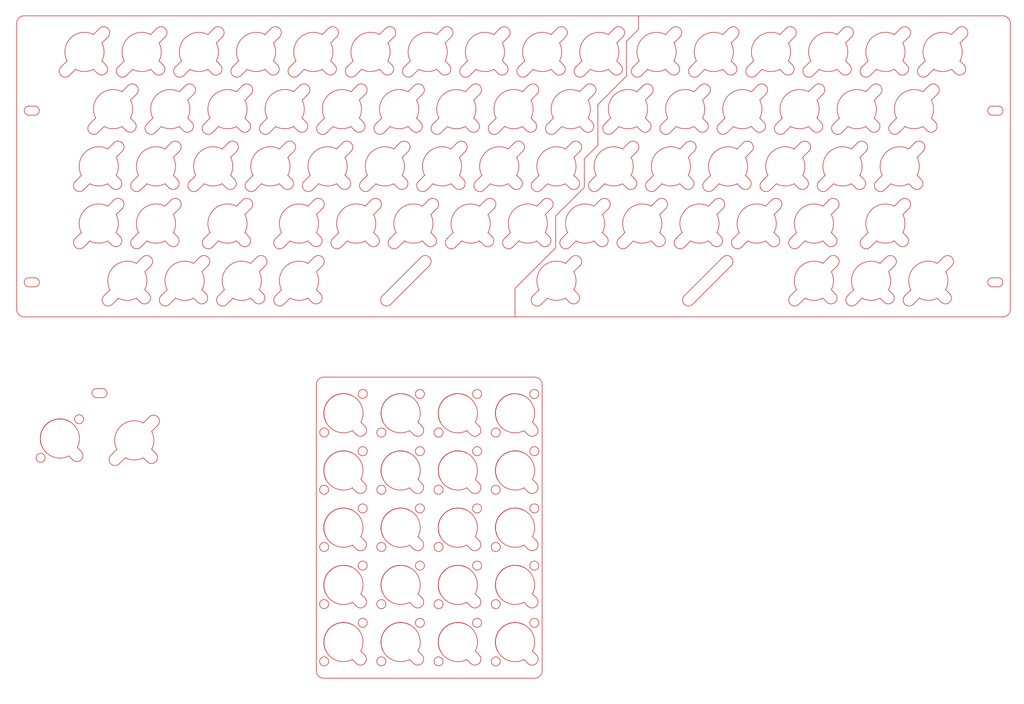
<source format=kicad_pcb>
(kicad_pcb (version 20241229) (generator "pcbnew") (generator_version "9.0")
  (layers (0 "F.Cu" signal) (2 "B.Cu" signal) (13 "F.Paste" user) (15 "B.Paste" user) (5 "F.SilkS" user "F.Silkscreen") (7 "B.SilkS" user "B.Silkscreen") (1 "F.Mask" user) (3 "B.Mask" user) (25 "Edge.Cuts" user))
  (net 0 "")
  (net 1 "GND")
  (gr_arc (start 159.497666 60.198384) (mid 162.297666 60.198384) (end 162.297666 62.998384) (stroke (width 0.2)) (layer "F.Cu") (net 1))
  (gr_arc (start 97.747666 79.198384) (mid 100.547666 79.198384) (end 100.547666 81.998384) (stroke (width 0.2)) (layer "F.Cu") (net 1))
  (gr_arc (start 204.985826 54.771297) (mid 202.014131 55.498229) (end 199.038977 54.785589) (stroke (width 0.2)) (layer "F.Cu") (net 1))
  (gr_arc (start 254.497666 60.198384) (mid 257.297666 60.198384) (end 257.297666 62.998384) (stroke (width 0.2)) (layer "F.Cu") (net 1))
  (gr_arc (start 68.74766 113.798384) (mid 65.947666 113.798384) (end 65.947666 110.99839) (stroke (width 0.2)) (layer "F.Cu") (net 1))
  (gr_arc (start 168.222002 209.977371) (mid 169.399002 202.405718) (end 176.968288 201.213591) (stroke (width 0.2)) (layer "F.Cu") (net 1))
  (gr_line (start 243.047664 100.998384) (end 241.023733 103.022315) (stroke (width 0.2)) (layer "F.Cu") (net 1))
  (gr_arc (start 328.485826 73.771297) (mid 325.514131 74.498229) (end 322.538977 73.785589) (stroke (width 0.2)) (layer "F.Cu") (net 1))
  (gr_line (start 257.297664 62.998384) (end 255.273733 65.022315) (stroke (width 0.2)) (layer "F.Cu") (net 1))
  (gr_arc (start 344.747666 79.198384) (mid 347.547666 79.198384) (end 347.547666 81.998384) (stroke (width 0.2)) (layer "F.Cu") (net 1))
  (gr_arc (start 117.523733 84.010756) (mid 118.25 87) (end 117.520748 89.988518) (stroke (width 0.2)) (layer "F.Cu") (net 1))
  (gr_arc (start 347.485826 73.771297) (mid 344.514131 74.498229) (end 341.538977 73.785589) (stroke (width 0.2)) (layer "F.Cu") (net 1))
  (gr_line (start 121.497668 60.198384) (end 119.465954 62.230098) (stroke (width 0.2)) (layer "F.Cu") (net 1))
  (gr_arc (start 309.485826 73.771297) (mid 306.514131 74.498229) (end 303.538977 73.785589) (stroke (width 0.2)) (layer "F.Cu") (net 1))
  (gr_arc (start 200.071068 230.271068) (mid 200.071068 233.071068) (end 197.271068 233.071068) (stroke (width 0.2)) (layer "F.Cu") (net 1))
  (gr_line (start 157.547664 81.995138) (end 155.523733 84.019069) (stroke (width 0.2)) (layer "F.Cu") (net 1))
  (gr_arc (start 275.597666 72.298384) (mid 275.597666 75.098384) (end 272.797666 75.098384) (stroke (width 0.2)) (layer "F.Cu") (net 1))
  (gr_arc (start 206.49766 75.798384) (mid 203.697666 75.798384) (end 203.697666 72.99839) (stroke (width 0.2)) (layer "F.Cu") (net 1))
  (gr_line (start 297.247668 98.198384) (end 295.215954 100.230098) (stroke (width 0.2)) (layer "F.Cu") (net 1))
  (gr_line (start 339.997668 41.198384) (end 337.965954 43.230098) (stroke (width 0.2)) (layer "F.Cu") (net 1))
  (gr_arc (start 170.74766 132.798384) (mid 167.947666 132.798384) (end 167.947666 129.99839) (stroke (width 0.2)) (layer "F.Cu") (net 1))
  (gr_arc (start 301.49766 75.798384) (mid 298.697666 75.798384) (end 298.697666 72.99839) (stroke (width 0.2)) (layer "F.Cu") (net 1))
  (gr_arc (start 95.097666 53.298384) (mid 95.097666 56.098384) (end 92.297666 56.098384) (stroke (width 0.2)) (layer "F.Cu") (net 1))
  (gr_line (start 218.5 157) (end 148.5 157) (stroke (width 0.2)) (layer "F.Cu"))
  (gr_line (start 110.047664 119.998384) (end 108.023733 122.022315) (stroke (width 0.2)) (layer "F.Cu") (net 1))
  (gr_circle (center 218.400844 219.598374) (end 219.900844 219.598374) (stroke (width 0.2)) (fill no) (layer "F.Cu"))
  (gr_arc (start 91.719668 70.975755) (mid 92.896665 63.404099) (end 100.465954 62.211975) (stroke (width 0.2)) (layer "F.Cu") (net 1))
  (gr_arc (start 206.222002 228.977371) (mid 207.399002 221.405718) (end 214.968288 220.213591) (stroke (width 0.2)) (layer "F.Cu") (net 1))
  (gr_arc (start 270.847666 91.298384) (mid 270.847666 94.098384) (end 268.047666 94.098384) (stroke (width 0.2)) (layer "F.Cu") (net 1))
  (gr_line (start 268.747668 79.198384) (end 266.715954 81.230098) (stroke (width 0.2)) (layer "F.Cu") (net 1))
  (gr_arc (start 197.497666 60.198384) (mid 200.297666 60.198384) (end 200.297666 62.998384) (stroke (width 0.2)) (layer "F.Cu") (net 1))
  (gr_arc (start 352.235826 130.771297) (mid 349.264131 131.498229) (end 346.288977 130.785589) (stroke (width 0.2)) (layer "F.Cu") (net 1))
  (gr_arc (start 300.719668 70.975755) (mid 301.896665 63.404099) (end 309.465954 62.211975) (stroke (width 0.2)) (layer "F.Cu") (net 1))
  (gr_line (start 240.247668 98.198384) (end 238.215954 100.230098) (stroke (width 0.2)) (layer "F.Cu") (net 1))
  (gr_arc (start 149.222002 228.977371) (mid 150.399002 221.405718) (end 157.968288 220.213591) (stroke (width 0.2)) (layer "F.Cu") (net 1))
  (gr_arc (start 91.311601 175.012372) (mid 92.037868 178.001616) (end 91.308616 180.990134) (stroke (width 0.2)) (layer "F.Cu") (net 1))
  (gr_arc (start 168.997666 41.198384) (mid 171.797666 41.198384) (end 171.797666 43.998384) (stroke (width 0.2)) (layer "F.Cu") (net 1))
  (gr_circle (center 180.400844 200.598374) (end 181.900844 200.598374) (stroke (width 0.2)) (fill no) (layer "F.Cu"))
  (gr_circle (center 161.400844 238.598374) (end 162.900844 238.598374) (stroke (width 0.2)) (fill no) (layer "F.Cu"))
  (gr_arc (start 264.773733 46.010756) (mid 265.5 49) (end 264.770748 51.988518) (stroke (width 0.2)) (layer "F.Cu") (net 1))
  (gr_arc (start 346.847666 91.298384) (mid 346.847666 94.098384) (end 344.047666 94.098384) (stroke (width 0.2)) (layer "F.Cu") (net 1))
  (gr_arc (start 230.747666 117.198384) (mid 233.547666 117.198384) (end 233.547666 119.998384) (stroke (width 0.2)) (layer "F.Cu") (net 1))
  (gr_arc (start 319.719668 70.975755) (mid 320.896665 63.404099) (end 328.465954 62.211975) (stroke (width 0.2)) (layer "F.Cu") (net 1))
  (gr_arc (start 80.535528 185.8) (mid 77.735534 185.8) (end 77.735534 183.000006) (stroke (width 0.2)) (layer "F.Cu") (net 1))
  (gr_line (start 187.997668 41.198384) (end 185.965954 43.230098) (stroke (width 0.2)) (layer "F.Cu") (net 1))
  (gr_arc (start 147.347666 129.298384) (mid 147.347666 132.098384) (end 144.547666 132.098384) (stroke (width 0.2)) (layer "F.Cu") (net 1))
  (gr_arc (start 181.235826 111.768051) (mid 178.264131 112.494983) (end 175.288977 111.782343) (stroke (width 0.2)) (layer "F.Cu") (net 1))
  (gr_line (start 333.297664 62.998384) (end 331.273733 65.022315) (stroke (width 0.2)) (layer "F.Cu") (net 1))
  (gr_arc (start 263.997666 41.198384) (mid 266.797666 41.198384) (end 266.797666 43.998384) (stroke (width 0.2)) (layer "F.Cu") (net 1))
  (gr_circle (center 167.600844 194.398374) (end 169.100844 194.398374) (stroke (width 0.2)) (fill no) (layer "F.Cu"))
  (gr_arc (start 220.74766 132.798384) (mid 217.947666 132.798384) (end 217.947666 129.99839) (stroke (width 0.2)) (layer "F.Cu") (net 1))
  (gr_arc (start 107.247666 117.198384) (mid 110.047666 117.198384) (end 110.047666 119.998384) (stroke (width 0.2)) (layer "F.Cu") (net 1))
  (gr_arc (start 291.99766 56.798384) (mid 289.197666 56.798384) (end 289.197666 53.99839) (stroke (width 0.2)) (layer "F.Cu") (net 1))
  (gr_arc (start 142.597666 72.298384) (mid 142.597666 75.098384) (end 139.797666 75.098384) (stroke (width 0.2)) (layer "F.Cu") (net 1))
  (gr_arc (start 209.097666 53.298384) (mid 209.097666 56.098384) (end 206.297666 56.098384) (stroke (width 0.2)) (layer "F.Cu") (net 1))
  (gr_arc (start 95.735826 111.771297) (mid 92.764131 112.498229) (end 89.788977 111.785589) (stroke (width 0.2)) (layer "F.Cu") (net 1))
  (gr_arc (start 110.719668 108.975755) (mid 111.896665 101.404099) (end 119.465954 100.211975) (stroke (width 0.2)) (layer "F.Cu") (net 1))
  (gr_arc (start 147.985826 54.771297) (mid 145.014131 55.498229) (end 142.038977 54.785589) (stroke (width 0.2)) (layer "F.Cu") (net 1))
  (gr_arc (start 266.735826 92.771297) (mid 263.764131 93.498229) (end 260.788977 92.785589) (stroke (width 0.2)) (layer "F.Cu") (net 1))
  (gr_arc (start 244.997666 41.198384) (mid 247.797666 41.198384) (end 247.797666 43.998384) (stroke (width 0.2)) (layer "F.Cu") (net 1))
  (gr_arc (start 304.097666 53.298384) (mid 304.097666 56.098384) (end 301.297666 56.098384) (stroke (width 0.2)) (layer "F.Cu") (net 1))
  (gr_arc (start 296.74766 94.798384) (mid 293.947666 94.798384) (end 293.947666 91.99839) (stroke (width 0.2)) (layer "F.Cu") (net 1))
  (gr_arc (start 135.24766 132.798384) (mid 132.447666 132.798384) (end 132.447666 129.99839) (stroke (width 0.2)) (layer "F.Cu") (net 1))
  (gr_arc (start 178.497666 60.198384) (mid 181.297666 60.198384) (end 181.297666 62.998384) (stroke (width 0.2)) (layer "F.Cu") (net 1))
  (gr_arc (start 187.222002 209.977371) (mid 188.399002 202.405718) (end 195.968288 201.213591) (stroke (width 0.2)) (layer "F.Cu") (net 1))
  (gr_circle (center 186.600844 232.398374) (end 188.100844 232.398374) (stroke (width 0.2)) (fill no) (layer "F.Cu"))
  (gr_arc (start 174.523733 84.010756) (mid 175.25 87) (end 174.520748 89.988518) (stroke (width 0.2)) (layer "F.Cu") (net 1))
  (gr_arc (start 176.485826 73.771297) (mid 173.514131 74.498229) (end 170.538977 73.785589) (stroke (width 0.2)) (layer "F.Cu") (net 1))
  (gr_line (start 143.297664 62.998384) (end 141.273733 65.022315) (stroke (width 0.2)) (layer "F.Cu") (net 1))
  (gr_arc (start 134.469668 127.975755) (mid 135.646665 120.404099) (end 143.215954 119.211975) (stroke (width 0.2)) (layer "F.Cu") (net 1))
  (gr_arc (start 63.99766 56.798384) (mid 61.197666 56.798384) (end 61.197666 53.99839) (stroke (width 0.2)) (layer "F.Cu") (net 1))
  (gr_arc (start 99.847666 110.298384) (mid 99.847666 113.098384) (end 97.047666 113.098384) (stroke (width 0.2)) (layer "F.Cu") (net 1))
  (gr_line (start 202.247668 98.198384) (end 200.215954 100.230098) (stroke (width 0.2)) (layer "F.Cu") (net 1))
  (gr_arc (start 141.273733 65.010756) (mid 142 68) (end 141.270748 70.988518) (stroke (width 0.2)) (layer "F.Cu") (net 1))
  (gr_arc (start 109.985826 54.771297) (mid 107.014131 55.498229) (end 104.038977 54.785589) (stroke (width 0.2)) (layer "F.Cu") (net 1))
  (gr_arc (start 257.969668 89.975755) (mid 259.146665 82.404099) (end 266.715954 81.211975) (stroke (width 0.2)) (layer "F.Cu") (net 1))
  (gr_arc (start 50.5 127) (mid 49 125.5) (end 50.5 124) (stroke (width 0.2)) (layer "F.Cu"))
  (gr_arc (start 168.222002 247.975745) (mid 169.399002 240.404092) (end 176.968288 239.211965) (stroke (width 0.2)) (layer "F.Cu") (net 1))
  (gr_arc (start 215.99766 56.798384) (mid 213.197666 56.798384) (end 213.197666 53.99839) (stroke (width 0.2)) (layer "F.Cu") (net 1))
  (gr_arc (start 247.735826 92.771297) (mid 244.764131 93.498229) (end 241.788977 92.785589) (stroke (width 0.2)) (layer "F.Cu") (net 1))
  (gr_arc (start 136.523733 84.010756) (mid 137.25 87) (end 136.520748 89.988518) (stroke (width 0.2)) (layer "F.Cu") (net 1))
  (gr_arc (start 90.34916 129.301633) (mid 90.34916 132.101633) (end 87.54916 132.101633) (stroke (width 0.2)) (layer "F.Cu") (net 1))
  (gr_line (start 342.797664 100.998384) (end 340.773733 103.022315) (stroke (width 0.2)) (layer "F.Cu") (net 1))
  (gr_arc (start 146.023733 103.010756) (mid 146.75 106) (end 146.020748 108.988518) (stroke (width 0.2)) (layer "F.Cu") (net 1))
  (gr_arc (start 325.747666 79.198384) (mid 328.547666 79.198384) (end 328.547666 81.998384) (stroke (width 0.2)) (layer "F.Cu") (net 1))
  (gr_arc (start 308.847666 91.298384) (mid 308.847666 94.098384) (end 306.047666 94.098384) (stroke (width 0.2)) (layer "F.Cu") (net 1))
  (gr_circle (center 148.600844 213.398374) (end 150.100844 213.398374) (stroke (width 0.2)) (fill no) (layer "F.Cu"))
  (gr_line (start 100.547664 81.998384) (end 98.523733 84.022315) (stroke (width 0.2)) (layer "F.Cu") (net 1))
  (gr_arc (start 157.978086 250.778085) (mid 150.403884 240.400876) (end 160.780207 247.976292) (stroke (width 0.2)) (layer "F.Cu") (net 1))
  (gr_arc (start 130.997666 41.198384) (mid 133.797666 41.198384) (end 133.797666 43.998384) (stroke (width 0.2)) (layer "F.Cu") (net 1))
  (gr_line (start 247.797664 43.998384) (end 245.773733 46.022315) (stroke (width 0.2)) (layer "F.Cu") (net 1))
  (gr_arc (start 219.071068 173.271068) (mid 219.071068 176.071068) (end 216.271068 176.071068) (stroke (width 0.2)) (layer "F.Cu") (net 1))
  (gr_line (start 278.247668 98.198384) (end 276.215954 100.230098) (stroke (width 0.2)) (layer "F.Cu") (net 1))
  (gr_arc (start 203.023733 103.010756) (mid 203.75 106) (end 203.020748 108.988518) (stroke (width 0.2)) (layer "F.Cu") (net 1))
  (gr_arc (start 266.097666 53.298384) (mid 266.097666 56.098384) (end 263.297666 56.098384) (stroke (width 0.2)) (layer "F.Cu") (net 1))
  (gr_arc (start 143.235826 111.771297) (mid 140.264131 112.498229) (end 137.288977 111.785589) (stroke (width 0.2)) (layer "F.Cu") (net 1))
  (gr_arc (start 318.347666 129.298384) (mid 318.347666 132.098384) (end 315.547666 132.098384) (stroke (width 0.2)) (layer "F.Cu") (net 1))
  (gr_arc (start 219.071068 192.271068) (mid 219.071068 195.071068) (end 216.271068 195.071068) (stroke (width 0.2)) (layer "F.Cu") (net 1))
  (gr_arc (start 105.235826 130.771297) (mid 102.264131 131.498229) (end 99.288977 130.785589) (stroke (width 0.2)) (layer "F.Cu") (net 1))
  (gr_arc (start 97.24766 132.798384) (mid 94.447666 132.798384) (end 94.447666 129.99839) (stroke (width 0.2)) (layer "F.Cu") (net 1))
  (gr_arc (start 181.071068 230.269442) (mid 181.071068 233.069442) (end 178.271068 233.069442) (stroke (width 0.2)) (layer "F.Cu") (net 1))
  (gr_arc (start 162.071068 230.271068) (mid 162.071068 233.071068) (end 159.271068 233.071068) (stroke (width 0.2)) (layer "F.Cu") (net 1))
  (gr_line (start 290.547664 81.998384) (end 288.523733 84.022315) (stroke (width 0.2)) (layer "F.Cu") (net 1))
  (gr_arc (start 166.985826 54.771297) (mid 164.014131 55.498229) (end 161.038977 54.785589) (stroke (width 0.2)) (layer "F.Cu") (net 1))
  (gr_arc (start 298.023733 103.010756) (mid 298.75 106) (end 298.020748 108.988518) (stroke (width 0.2)) (layer "F.Cu") (net 1))
  (gr_arc (start 200.071068 249.267816) (mid 200.071068 252.067816) (end 197.271068 252.067816) (stroke (width 0.2)) (layer "F.Cu") (net 1))
  (gr_arc (start 195.485826 73.771297) (mid 192.514131 74.498229) (end 189.538977 73.785589) (stroke (width 0.2)) (layer "F.Cu") (net 1))
  (gr_arc (start 101.219668 51.975755) (mid 102.396665 44.404099) (end 109.965954 43.211975) (stroke (width 0.2)) (layer "F.Cu") (net 1))
  (gr_arc (start 87.74766 113.798384) (mid 84.947666 113.798384) (end 84.947666 110.99839) (stroke (width 0.2)) (layer "F.Cu") (net 1))
  (gr_arc (start 149.222002 209.977371) (mid 150.399002 202.405718) (end 157.968288 201.213591) (stroke (width 0.2)) (layer "F.Cu") (net 1))
  (gr_arc (start 147.347666 110.298384) (mid 147.347666 113.098384) (end 144.547666 113.098384) (stroke (width 0.2)) (layer "F.Cu") (net 1))
  (gr_arc (start 116.24766 132.798384) (mid 113.447666 132.798384) (end 113.447666 129.99839) (stroke (width 0.2)) (layer "F.Cu") (net 1))
  (gr_arc (start 185.347666 110.295138) (mid 185.347666 113.095138) (end 182.547666 113.095138) (stroke (width 0.2)) (layer "F.Cu") (net 1))
  (gr_arc (start 161.597666 72.298384) (mid 161.597666 75.098384) (end 158.797666 75.098384) (stroke (width 0.2)) (layer "F.Cu") (net 1))
  (gr_arc (start 262.719668 70.975755) (mid 263.896665 63.404099) (end 271.465954 62.211975) (stroke (width 0.2)) (layer "F.Cu") (net 1))
  (gr_arc (start 339.997666 41.198384) (mid 342.797666 41.198384) (end 342.797666 43.998384) (stroke (width 0.2)) (layer "F.Cu") (net 1))
  (gr_line (start 287.747668 79.198384) (end 285.715954 81.230098) (stroke (width 0.2)) (layer "F.Cu") (net 1))
  (gr_line (start 186.047664 100.995138) (end 184.023733 103.019069) (stroke (width 0.2)) (layer "F.Cu") (net 1))
  (gr_arc (start 85.597666 72.298384) (mid 85.597666 75.098384) (end 82.797666 75.098384) (stroke (width 0.2)) (layer "F.Cu") (net 1))
  (gr_line (start 116.747668 79.198384) (end 114.715954 81.230098) (stroke (width 0.2)) (layer "F.Cu") (net 1))
  (gr_line (start 228.797664 43.998384) (end 226.773733 46.022315) (stroke (width 0.2)) (layer "F.Cu") (net 1))
  (gr_arc (start 349.497666 60.198384) (mid 352.297666 60.198384) (end 352.297666 62.998384) (stroke (width 0.2)) (layer "F.Cu") (net 1))
  (gr_arc (start 95.735826 92.771297) (mid 92.764131 93.498229) (end 89.788977 92.785589) (stroke (width 0.2)) (layer "F.Cu") (net 1))
  (gr_arc (start 219.071068 249.271068) (mid 219.071068 252.071068) (end 216.271068 252.071068) (stroke (width 0.2)) (layer "F.Cu") (net 1))
  (gr_arc (start 158.99766 56.798384) (mid 156.197666 56.798384) (end 156.197666 53.99839) (stroke (width 0.2)) (layer "F.Cu") (net 1))
  (gr_arc (start 332.597666 72.298384) (mid 332.597666 75.098384) (end 329.797666 75.098384) (stroke (width 0.2)) (layer "F.Cu") (net 1))
  (gr_arc (start 158.219668 51.975755) (mid 159.396665 44.404099) (end 166.965954 43.211975) (stroke (width 0.2)) (layer "F.Cu") (net 1))
  (gr_line (start 358.997668 41.198384) (end 356.965954 43.230098) (stroke (width 0.2)) (layer "F.Cu") (net 1))
  (gr_arc (start 67.969668 89.975755) (mid 69.146665 82.404099) (end 76.715954 81.211975) (stroke (width 0.2)) (layer "F.Cu") (net 1))
  (gr_arc (start 320.49766 75.798384) (mid 317.697666 75.798384) (end 317.697666 72.99839) (stroke (width 0.2)) (layer "F.Cu") (net 1))
  (gr_line (start 86.297664 62.998384) (end 84.273733 65.022315) (stroke (width 0.2)) (layer "F.Cu") (net 1))
  (gr_line (start 273.497668 60.198384) (end 271.465954 62.230098) (stroke (width 0.2)) (layer "F.Cu") (net 1))
  (gr_arc (start 274.273733 65.010756) (mid 275 68) (end 274.270748 70.988518) (stroke (width 0.2)) (layer "F.Cu") (net 1))
  (gr_arc (start 280.997666 117.198384) (mid 283.797666 117.198384) (end 283.797666 119.998384) (stroke (width 0.2)) (layer "F.Cu") (net 1))
  (gr_arc (start 318.347666 110.298384) (mid 318.347666 113.098384) (end 315.547666 113.098384) (stroke (width 0.2)) (layer "F.Cu") (net 1))
  (gr_arc (start 248.469668 108.975755) (mid 249.646665 101.404099) (end 257.215954 100.211975) (stroke (width 0.2)) (layer "F.Cu") (net 1))
  (gr_arc (start 249.747666 79.198384) (mid 252.547666 79.198384) (end 252.547666 81.998384) (stroke (width 0.2)) (layer "F.Cu") (net 1))
  (gr_arc (start 156.847666 91.295138) (mid 156.847666 94.095138) (end 154.047666 94.095138) (stroke (width 0.2)) (layer "F.Cu") (net 1))
  (gr_arc (start 111.997666 41.198384) (mid 114.797666 41.198384) (end 114.797666 43.998384) (stroke (width 0.2)) (layer "F.Cu") (net 1))
  (gr_arc (start 214.978086 174.778085) (mid 207.403884 164.400876) (end 217.780207 171.976292) (stroke (width 0.2)) (layer "F.Cu") (net 1))
  (gr_arc (start 129.719668 70.975755) (mid 130.896665 63.404099) (end 138.465954 62.211975) (stroke (width 0.2)) (layer "F.Cu") (net 1))
  (gr_arc (start 162.071068 192.271068) (mid 162.071068 195.071068) (end 159.271068 195.071068) (stroke (width 0.2)) (layer "F.Cu") (net 1))
  (gr_arc (start 214.978086 250.778085) (mid 207.403884 240.400876) (end 217.780207 247.976292) (stroke (width 0.2)) (layer "F.Cu") (net 1))
  (gr_arc (start 228.735826 92.771297) (mid 225.764131 93.498229) (end 222.788977 92.785589) (stroke (width 0.2)) (layer "F.Cu") (net 1))
  (gr_line (start 206.997668 41.198384) (end 204.965954 43.230098) (stroke (width 0.2)) (layer "F.Cu") (net 1))
  (gr_arc (start 181.071068 249.269442) (mid 181.071068 252.069442) (end 178.271068 252.069442) (stroke (width 0.2)) (layer "F.Cu") (net 1))
  (gr_arc (start 340.773733 46.010756) (mid 341.5 49) (end 340.770748 51.988518) (stroke (width 0.2)) (layer "F.Cu") (net 1))
  (gr_arc (start 79.757536 180.977371) (mid 80.934533 173.405715) (end 88.503822 172.213591) (stroke (width 0.2)) (layer "F.Cu") (net 1))
  (gr_arc (start 351.597666 72.298384) (mid 351.597666 75.098384) (end 348.797666 75.098384) (stroke (width 0.2)) (layer "F.Cu") (net 1))
  (gr_line (start 211.747668 79.198384) (end 209.715954 81.230098) (stroke (width 0.2)) (layer "F.Cu") (net 1))
  (gr_line (start 344.747668 79.198384) (end 342.715954 81.230098) (stroke (width 0.2)) (layer "F.Cu") (net 1))
  (gr_arc (start 149.222002 190.977371) (mid 150.399002 183.405718) (end 157.968288 182.213591) (stroke (width 0.2)) (layer "F.Cu") (net 1))
  (gr_arc (start 89.025227 122.014005) (mid 89.751494 125.003249) (end 89.022242 127.991767) (stroke (width 0.2)) (layer "F.Cu") (net 1))
  (gr_arc (start 192.24766 113.798384) (mid 189.447666 113.798384) (end 189.447666 110.99839) (stroke (width 0.2)) (layer "F.Cu") (net 1))
  (gr_arc (start 207.773733 46.010756) (mid 208.5 49) (end 207.770748 51.988518) (stroke (width 0.2)) (layer "F.Cu") (net 1))
  (gr_arc (start 370.5 127) (mid 369 125.5) (end 370.5 124) (stroke (width 0.2)) (layer "F.Cu"))
  (gr_arc (start 162.071068 211.271068) (mid 162.071068 214.071068) (end 159.271068 214.071068) (stroke (width 0.2)) (layer "F.Cu") (net 1))
  (gr_arc (start 252.485826 73.771297) (mid 249.514131 74.498229) (end 246.538977 73.785589) (stroke (width 0.2)) (layer "F.Cu") (net 1))
  (gr_arc (start 306.24766 113.798384) (mid 303.447666 113.798384) (end 303.447666 110.99839) (stroke (width 0.2)) (layer "F.Cu") (net 1))
  (gr_arc (start 311.497666 60.198384) (mid 314.297666 60.198384) (end 314.297666 62.998384) (stroke (width 0.2)) (layer "F.Cu") (net 1))
  (gr_arc (start 72.719668 70.975755) (mid 73.896665 63.404099) (end 81.465954 62.211975) (stroke (width 0.2)) (layer "F.Cu") (net 1))
  (gr_arc (start 230.24766 113.798384) (mid 227.447666 113.798384) (end 227.447666 110.99839) (stroke (width 0.2)) (layer "F.Cu") (net 1))
  (gr_arc (start 130.49766 75.798384) (mid 127.697666 75.798384) (end 127.697666 72.99839) (stroke (width 0.2)) (layer "F.Cu") (net 1))
  (gr_arc (start 329.99766 113.798384) (mid 327.197666 113.798384) (end 327.197666 110.99839) (stroke (width 0.2)) (layer "F.Cu") (net 1))
  (gr_line (start 190.797664 43.998384) (end 188.773733 46.022315) (stroke (width 0.2)) (layer "F.Cu") (net 1))
  (gr_line (start 91.049158 120.001633) (end 89.025227 122.025564) (stroke (width 0.2)) (layer "F.Cu") (net 1))
  (gr_arc (start 162.969668 89.975755) (mid 164.146665 82.404099) (end 171.715954 81.211975) (stroke (width 0.2)) (layer "F.Cu") (net 1))
  (gr_arc (start 225.49766 75.798384) (mid 222.697666 75.798384) (end 222.697666 72.99839) (stroke (width 0.2)) (layer "F.Cu") (net 1))
  (gr_line (start 138.547664 81.998384) (end 136.523733 84.022315) (stroke (width 0.2)) (layer "F.Cu") (net 1))
  (gr_arc (start 78.249154 132.801633) (mid 75.44916 132.801633) (end 75.44916 130.001639) (stroke (width 0.2)) (layer "F.Cu") (net 1))
  (gr_arc (start 345.523733 84.010756) (mid 346.25 87) (end 345.520748 89.988518) (stroke (width 0.2)) (layer "F.Cu") (net 1))
  (gr_line (start 126.247668 117.198384) (end 124.215954 119.230098) (stroke (width 0.2)) (layer "F.Cu") (net 1))
  (gr_arc (start 193.523733 84.010756) (mid 194.25 87) (end 193.520748 89.988518) (stroke (width 0.2)) (layer "F.Cu") (net 1))
  (gr_arc (start 108.023733 122.010756) (mid 108.75 125) (end 108.020748 127.988518) (stroke (width 0.2)) (layer "F.Cu") (net 1))
  (gr_line (start 259.247668 98.198384) (end 257.215954 100.230098) (stroke (width 0.2)) (layer "F.Cu") (net 1))
  (gr_arc (start 114.097666 53.298384) (mid 114.097666 56.098384) (end 111.297666 56.098384) (stroke (width 0.2)) (layer "F.Cu") (net 1))
  (gr_arc (start 321.773733 46.010756) (mid 322.5 49) (end 321.770748 51.988518) (stroke (width 0.2)) (layer "F.Cu") (net 1))
  (gr_arc (start 286.469668 108.975755) (mid 287.646665 101.404099) (end 295.215954 100.211975) (stroke (width 0.2)) (layer "F.Cu") (net 1))
  (gr_arc (start 329.219668 51.975755) (mid 330.396665 44.404099) (end 337.965954 43.211975) (stroke (width 0.2)) (layer "F.Cu") (net 1))
  (gr_arc (start 200.071068 211.271068) (mid 200.071068 214.071068) (end 197.271068 214.071068) (stroke (width 0.2)) (layer "F.Cu") (net 1))
  (gr_line (start 176.547664 81.998384) (end 174.523733 84.022315) (stroke (width 0.2)) (layer "F.Cu") (net 1))
  (gr_line (start 124.297664 100.998384) (end 122.273733 103.022315) (stroke (width 0.2)) (layer "F.Cu") (net 1))
  (gr_circle (center 199.400844 238.595122) (end 200.900844 238.595122) (stroke (width 0.2)) (fill no) (layer "F.Cu"))
  (gr_line (start 342.797664 43.998384) (end 340.773733 46.022315) (stroke (width 0.2)) (layer "F.Cu") (net 1))
  (gr_arc (start 273.497666 60.198384) (mid 276.297666 60.198384) (end 276.297666 62.998384) (stroke (width 0.2)) (layer "F.Cu") (net 1))
  (gr_arc (start 122.273733 65.010756) (mid 123 68) (end 122.270748 70.988518) (stroke (width 0.2)) (layer "F.Cu") (net 1))
  (gr_arc (start 337.347666 129.298384) (mid 337.347666 132.098384) (end 334.547666 132.098384) (stroke (width 0.2)) (layer "F.Cu") (net 1))
  (gr_arc (start 154.747666 79.195138) (mid 157.547666 79.195138) (end 157.547666 81.995138) (stroke (width 0.2)) (layer "F.Cu") (net 1))
  (gr_line (start 111.997668 41.198384) (end 109.965954 43.230098) (stroke (width 0.2)) (layer "F.Cu") (net 1))
  (gr_line (start 216.497668 60.198384) (end 214.465954 62.230098) (stroke (width 0.2)) (layer "F.Cu") (net 1))
  (gr_arc (start 238.235826 111.771297) (mid 235.264131 112.498229) (end 232.288977 111.785589) (stroke (width 0.2)) (layer "F.Cu") (net 1))
  (gr_arc (start 244.49766 75.798384) (mid 241.697666 75.798384) (end 241.697666 72.99839) (stroke (width 0.2)) (layer "F.Cu") (net 1))
  (gr_arc (start 316.247666 98.198384) (mid 319.047666 98.198384) (end 319.047666 100.998384) (stroke (width 0.2)) (layer "F.Cu") (net 1))
  (gr_arc (start 187.49766 75.798384) (mid 184.697666 75.798384) (end 184.697666 72.99839) (stroke (width 0.2)) (layer "F.Cu") (net 1))
  (gr_arc (start 301.997666 41.198384) (mid 304.797666 41.198384) (end 304.797666 43.998384) (stroke (width 0.2)) (layer "F.Cu") (net 1))
  (gr_arc (start 338.719668 70.975755) (mid 339.896665 63.404099) (end 347.465954 62.211975) (stroke (width 0.2)) (layer "F.Cu") (net 1))
  (gr_arc (start 219.071068 211.271068) (mid 219.071068 214.071068) (end 216.271068 214.071068) (stroke (width 0.2)) (layer "F.Cu") (net 1))
  (gr_arc (start 331.273733 65.010756) (mid 332 68) (end 331.270748 70.988518) (stroke (width 0.2)) (layer "F.Cu") (net 1))
  (gr_arc (start 315.74766 94.798384) (mid 312.947666 94.798384) (end 312.947666 91.99839) (stroke (width 0.2)) (layer "F.Cu") (net 1))
  (gr_line (start 178.497668 60.198384) (end 176.465954 62.230098) (stroke (width 0.2)) (layer "F.Cu") (net 1))
  (gr_arc (start 232.847666 129.298384) (mid 232.847666 132.098384) (end 230.047666 132.098384) (stroke (width 0.2)) (layer "F.Cu") (net 1))
  (gr_arc (start 176.978086 174.778085) (mid 169.403884 164.400876) (end 179.780207 171.976292) (stroke (width 0.2)) (layer "F.Cu") (net 1))
  (gr_line (start 276.297664 62.998384) (end 274.273733 65.022315) (stroke (width 0.2)) (layer "F.Cu") (net 1))
  (gr_line (start 311.497668 60.198384) (end 309.465954 62.230098) (stroke (width 0.2)) (layer "F.Cu") (net 1))
  (gr_arc (start 124.235826 130.771297) (mid 121.264131 131.498229) (end 118.288977 130.785589) (stroke (width 0.2)) (layer "F.Cu") (net 1))
  (gr_circle (center 148.618863 175.380354) (end 150.118863 175.380354) (stroke (width 0.2)) (fill no) (layer "F.Cu"))
  (gr_line (start 281.047664 100.998384) (end 279.023733 103.022315) (stroke (width 0.2)) (layer "F.Cu") (net 1))
  (gr_line (start 192.747668 79.198384) (end 190.715954 81.230098) (stroke (width 0.2)) (layer "F.Cu") (net 1))
  (gr_circle (center 199.400844 200.598374) (end 200.900844 200.598374) (stroke (width 0.2)) (fill no) (layer "F.Cu"))
  (gr_line (start 319.047664 119.998384) (end 317.023733 122.022315) (stroke (width 0.2)) (layer "F.Cu") (net 1))
  (gr_line (start 140.497668 60.198384) (end 138.465954 62.230098) (stroke (width 0.2)) (layer "F.Cu") (net 1))
  (gr_line (start 300.047664 100.998384) (end 298.023733 103.022315) (stroke (width 0.2)) (layer "F.Cu") (net 1))
  (gr_circle (center 148.600844 232.398374) (end 150.100844 232.398374) (stroke (width 0.2)) (fill no) (layer "F.Cu"))
  (gr_arc (start 187.997666 41.198384) (mid 190.797666 41.198384) (end 190.797666 43.998384) (stroke (width 0.2)) (layer "F.Cu") (net 1))
  (gr_arc (start 165.023733 103.010756) (mid 165.75 106) (end 165.020748 108.988518) (stroke (width 0.2)) (layer "F.Cu") (net 1))
  (gr_arc (start 200.071068 192.271068) (mid 200.071068 195.071068) (end 197.271068 195.071068) (stroke (width 0.2)) (layer "F.Cu") (net 1))
  (gr_line (start 92.997668 41.198384) (end 90.965954 43.230098) (stroke (width 0.2)) (layer "F.Cu") (net 1))
  (gr_circle (center 205.600844 213.398374) (end 207.100844 213.398374) (stroke (width 0.2)) (fill no) (layer "F.Cu"))
  (gr_line (start 97.747668 79.198384) (end 95.715954 81.230098) (stroke (width 0.2)) (layer "F.Cu") (net 1))
  (gr_arc (start 282.997666 41.198384) (mid 285.797666 41.198384) (end 285.797666 43.998384) (stroke (width 0.2)) (layer "F.Cu") (net 1))
  (gr_arc (start 146.023733 122.010756) (mid 146.75 125) (end 146.020748 127.988518) (stroke (width 0.2)) (layer "F.Cu") (net 1))
  (gr_arc (start 206.222002 209.977371) (mid 207.399002 202.405718) (end 214.968288 201.213591) (stroke (width 0.2)) (layer "F.Cu") (net 1))
  (gr_line (start 295.297664 62.998384) (end 293.273733 65.022315) (stroke (width 0.2)) (layer "F.Cu") (net 1))
  (gr_arc (start 240.247666 98.198384) (mid 243.047666 98.198384) (end 243.047666 100.998384) (stroke (width 0.2)) (layer "F.Cu") (net 1))
  (gr_arc (start 167.719668 70.975755) (mid 168.896665 63.404099) (end 176.465954 62.211975) (stroke (width 0.2)) (layer "F.Cu") (net 1))
  (gr_arc (start 114.735826 92.771297) (mid 111.764131 93.498229) (end 108.788977 92.785589) (stroke (width 0.2)) (layer "F.Cu") (net 1))
  (gr_arc (start 148.5 257) (mid 146.732233 256.267767) (end 146 254.5) (stroke (width 0.2)) (layer "F.Cu"))
  (gr_arc (start 230.747666 79.198384) (mid 233.547666 79.198384) (end 233.547666 81.998384) (stroke (width 0.2)) (layer "F.Cu") (net 1))
  (gr_arc (start 177.219668 51.975755) (mid 178.396665 44.404099) (end 185.965954 43.211975) (stroke (width 0.2)) (layer "F.Cu") (net 1))
  (gr_arc (start 267.469668 108.975755) (mid 268.646665 101.404099) (end 276.215954 100.211975) (stroke (width 0.2)) (layer "F.Cu") (net 1))
  (gr_line (start 167.047664 100.998384) (end 165.023733 103.022315) (stroke (width 0.2)) (layer "F.Cu") (net 1))
  (gr_circle (center 218.400844 200.598374) (end 219.900844 200.598374) (stroke (width 0.2)) (fill no) (layer "F.Cu"))
  (gr_arc (start 228.735826 130.771297) (mid 225.764131 131.498229) (end 222.788977 130.785589) (stroke (width 0.2)) (layer "F.Cu") (net 1))
  (gr_arc (start 214.485826 73.771297) (mid 211.514131 74.498229) (end 208.538977 73.785589) (stroke (width 0.2)) (layer "F.Cu") (net 1))
  (gr_line (start 338.047664 119.998384) (end 336.023733 122.022315) (stroke (width 0.2)) (layer "F.Cu") (net 1))
  (gr_arc (start 219.235826 111.771297) (mid 216.264131 112.498229) (end 213.288977 111.785589) (stroke (width 0.2)) (layer "F.Cu") (net 1))
  (gr_arc (start 171.097666 53.298384) (mid 171.097666 56.098384) (end 168.297666 56.098384) (stroke (width 0.2)) (layer "F.Cu") (net 1))
  (gr_arc (start 279.023733 103.010756) (mid 279.75 106) (end 279.020748 108.988518) (stroke (width 0.2)) (layer "F.Cu") (net 1))
  (gr_circle (center 161.400844 219.598374) (end 162.900844 219.598374) (stroke (width 0.2)) (fill no) (layer "F.Cu"))
  (gr_arc (start 333.969668 89.975755) (mid 335.146665 82.404099) (end 342.715954 81.211975) (stroke (width 0.2)) (layer "F.Cu") (net 1))
  (gr_line (start 73.997668 41.198384) (end 71.965954 43.230098) (stroke (width 0.2)) (layer "F.Cu") (net 1))
  (gr_arc (start 160.273733 65.010756) (mid 161 68) (end 160.270748 70.988518) (stroke (width 0.2)) (layer "F.Cu") (net 1))
  (gr_circle (center 205.600844 194.398374) (end 207.100844 194.398374) (stroke (width 0.2)) (fill no) (layer "F.Cu"))
  (gr_arc (start 185.985826 54.771297) (mid 183.014131 55.498229) (end 180.038977 54.785589) (stroke (width 0.2)) (layer "F.Cu") (net 1))
  (gr_arc (start 168.222002 228.975745) (mid 169.399002 221.404092) (end 176.968288 220.211965) (stroke (width 0.2)) (layer "F.Cu") (net 1))
  (gr_arc (start 219.071068 230.271068) (mid 219.071068 233.071068) (end 216.271068 233.071068) (stroke (width 0.2)) (layer "F.Cu") (net 1))
  (gr_arc (start 314.235826 111.771297) (mid 311.264131 112.498229) (end 308.288977 111.785589) (stroke (width 0.2)) (layer "F.Cu") (net 1))
  (gr_arc (start 50.5 70) (mid 49 68.5) (end 50.5 67) (stroke (width 0.2)) (layer "F.Cu"))
  (gr_arc (start 287.24766 113.798384) (mid 284.447666 113.798384) (end 284.447666 110.99839) (stroke (width 0.2)) (layer "F.Cu") (net 1))
  (gr_arc (start 221.247666 98.198384) (mid 224.047666 98.198384) (end 224.047666 100.998384) (stroke (width 0.2)) (layer "F.Cu") (net 1))
  (gr_arc (start 101.99766 56.798384) (mid 99.197666 56.798384) (end 99.197666 53.99839) (stroke (width 0.2)) (layer "F.Cu") (net 1))
  (gr_arc (start 295.235826 111.771297) (mid 292.264131 112.498229) (end 289.288977 111.785589) (stroke (width 0.2)) (layer "F.Cu") (net 1))
  (gr_arc (start 374 37) (mid 375.767767 37.732233) (end 376.5 39.5) (stroke (width 0.2)) (layer "F.Cu") (net 1))
  (gr_arc (start 293.273733 65.010756) (mid 294 68) (end 293.270748 70.988518) (stroke (width 0.2)) (layer "F.Cu") (net 1))
  (gr_arc (start 329.219668 108.975755) (mid 330.396665 101.404099) (end 337.965954 100.211975) (stroke (width 0.2)) (layer "F.Cu") (net 1))
  (gr_line (start 262.047664 100.998384) (end 260.023733 103.022315) (stroke (width 0.2)) (layer "F.Cu") (net 1))
  (gr_arc (start 231.523733 122.010756) (mid 232.25 125) (end 231.520748 127.988518) (stroke (width 0.2)) (layer "F.Cu") (net 1))
  (gr_arc (start 215.219668 51.975755) (mid 216.396665 44.404099) (end 223.965954 43.211975) (stroke (width 0.2)) (layer "F.Cu") (net 1))
  (gr_arc (start 179.273733 65.010756) (mid 180 68) (end 179.270748 70.988518) (stroke (width 0.2)) (layer "F.Cu") (net 1))
  (gr_arc (start 212.523733 84.010756) (mid 213.25 87) (end 212.520748 89.988518) (stroke (width 0.2)) (layer "F.Cu") (net 1))
  (gr_arc (start 172.469668 108.972509) (mid 173.646665 101.400853) (end 181.215954 100.208729) (stroke (width 0.2)) (layer "F.Cu") (net 1))
  (gr_line (start 119.547664 81.998384) (end 117.523733 84.022315) (stroke (width 0.2)) (layer "F.Cu") (net 1))
  (gr_arc (start 104.597666 72.298384) (mid 104.597666 75.098384) (end 101.797666 75.098384) (stroke (width 0.2)) (layer "F.Cu") (net 1))
  (gr_line (start 230.747668 117.198384) (end 228.715954 119.230098) (stroke (width 0.2)) (layer "F.Cu") (net 1))
  (gr_arc (start 105.969668 89.975755) (mid 107.146665 82.404099) (end 114.715954 81.211975) (stroke (width 0.2)) (layer "F.Cu") (net 1))
  (gr_arc (start 356.347666 129.298384) (mid 356.347666 132.098384) (end 353.547666 132.098384) (stroke (width 0.2)) (layer "F.Cu") (net 1))
  (gr_line (start 114.797664 43.998384) (end 112.773733 46.022315) (stroke (width 0.2)) (layer "F.Cu") (net 1))
  (gr_arc (start 289.847666 91.298384) (mid 289.847666 94.098384) (end 287.047666 94.098384) (stroke (width 0.2)) (layer "F.Cu") (net 1))
  (gr_arc (start 195.978086 212.778085) (mid 188.403884 202.400876) (end 198.780207 209.976292) (stroke (width 0.2)) (layer "F.Cu") (net 1))
  (gr_circle (center 167.600844 251.396748) (end 169.100844 251.396748) (stroke (width 0.2)) (fill no) (layer "F.Cu"))
  (gr_line (start 93.335532 173) (end 91.311601 175.023931) (stroke (width 0.2)) (layer "F.Cu") (net 1))
  (gr_arc (start 92.49766 75.798384) (mid 89.697666 75.798384) (end 89.697666 72.99839) (stroke (width 0.2)) (layer "F.Cu") (net 1))
  (gr_arc (start 335.247666 117.198384) (mid 338.047666 117.198384) (end 338.047666 119.998384) (stroke (width 0.2)) (layer "F.Cu") (net 1))
  (gr_line (start 129.047664 119.998384) (end 127.023733 122.022315) (stroke (width 0.2)) (layer "F.Cu") (net 1))
  (gr_arc (start 225.997666 41.198384) (mid 228.797666 41.198384) (end 228.797666 43.998384) (stroke (width 0.2)) (layer "F.Cu") (net 1))
  (gr_arc (start 285.097666 53.298384) (mid 285.097666 56.098384) (end 282.297666 56.098384) (stroke (width 0.2)) (layer "F.Cu") (net 1))
  (gr_line (start 292.497668 60.198384) (end 290.465954 62.230098) (stroke (width 0.2)) (layer "F.Cu") (net 1))
  (gr_arc (start 73.49766 75.798384) (mid 70.697666 75.798384) (end 70.697666 72.99839) (stroke (width 0.2)) (layer "F.Cu") (net 1))
  (gr_arc (start 186.719668 70.975755) (mid 187.896665 63.404099) (end 195.465954 62.211975) (stroke (width 0.2)) (layer "F.Cu") (net 1))
  (gr_arc (start 46.5 39.5) (mid 47.232233 37.732233) (end 49 37) (stroke (width 0.2)) (layer "F.Cu") (net 1))
  (gr_arc (start 339.49766 75.798384) (mid 336.697666 75.798384) (end 336.697666 72.99839) (stroke (width 0.2)) (layer "F.Cu") (net 1))
  (gr_circle (center 218.400844 181.598374) (end 219.900844 181.598374) (stroke (width 0.2)) (fill no) (layer "F.Cu"))
  (gr_arc (start 258.74766 94.798384) (mid 255.947666 94.798384) (end 255.947666 91.99839) (stroke (width 0.2)) (layer "F.Cu") (net 1))
  (gr_arc (start 67.90278 181.657477) (mid 67.90278 184.457477) (end 65.10278 184.457477) (stroke (width 0.2)) (layer "F.Cu") (net 1))
  (gr_circle (center 205.600844 175.398374) (end 207.100844 175.398374) (stroke (width 0.2)) (fill no) (layer "F.Cu"))
  (gr_arc (start 176.978086 250.776459) (mid 169.403884 240.39925) (end 179.780207 247.974666) (stroke (width 0.2)) (layer "F.Cu") (net 1))
  (gr_line (start 301.997668 41.198384) (end 299.965954 43.230098) (stroke (width 0.2)) (layer "F.Cu") (net 1))
  (gr_arc (start 192.747666 79.198384) (mid 195.547666 79.198384) (end 195.547666 81.998384) (stroke (width 0.2)) (layer "F.Cu") (net 1))
  (gr_arc (start 290.485826 73.771297) (mid 287.514131 74.498229) (end 284.538977 73.785589) (stroke (width 0.2)) (layer "F.Cu") (net 1))
  (gr_arc (start 242.985826 54.771297) (mid 240.014131 55.498229) (end 237.038977 54.785589) (stroke (width 0.2)) (layer "F.Cu") (net 1))
  (gr_arc (start 316.247666 117.198384) (mid 319.047666 117.198384) (end 319.047666 119.998384) (stroke (width 0.2)) (layer "F.Cu") (net 1))
  (gr_line (start 145.247668 117.198384) (end 143.215954 119.230098) (stroke (width 0.2)) (layer "F.Cu") (net 1))
  (gr_arc (start 77.471162 127.979004) (mid 78.648159 120.407348) (end 86.217448 119.215224) (stroke (width 0.2)) (layer "F.Cu") (net 1))
  (gr_line (start 205.047664 100.998384) (end 203.023733 103.022315) (stroke (width 0.2)) (layer "F.Cu") (net 1))
  (gr_arc (start 78.747666 98.198384) (mid 81.547666 98.198384) (end 81.547666 100.998384) (stroke (width 0.2)) (layer "F.Cu") (net 1))
  (gr_arc (start 83.497666 60.198384) (mid 86.297666 60.198384) (end 86.297666 62.998384) (stroke (width 0.2)) (layer "F.Cu") (net 1))
  (gr_arc (start 152.097666 53.298384) (mid 152.097666 56.098384) (end 149.297666 56.098384) (stroke (width 0.2)) (layer "F.Cu") (net 1))
  (gr_arc (start 157.978086 193.778085) (mid 150.403884 183.400876) (end 160.780207 190.976292) (stroke (width 0.2)) (layer "F.Cu") (net 1))
  (gr_arc (start 348.99766 56.798384) (mid 346.197666 56.798384) (end 346.197666 53.99839) (stroke (width 0.2)) (layer "F.Cu") (net 1))
  (gr_line (start 100.547664 100.998384) (end 98.523733 103.022315) (stroke (width 0.2)) (layer "F.Cu") (net 1))
  (gr_arc (start 187.222002 190.977371) (mid 188.399002 183.405718) (end 195.968288 182.213591) (stroke (width 0.2)) (layer "F.Cu") (net 1))
  (gr_arc (start 235.497666 60.198384) (mid 238.297666 60.198384) (end 238.297666 62.998384) (stroke (width 0.2)) (layer "F.Cu") (net 1))
  (gr_line (start 159.497668 60.198384) (end 157.465954 62.230098) (stroke (width 0.2)) (layer "F.Cu") (net 1))
  (gr_arc (start 270.99766 132.798384) (mid 268.197666 132.798384) (end 268.197666 129.99839) (stroke (width 0.2)) (layer "F.Cu") (net 1))
  (gr_arc (start 247.097666 53.298384) (mid 247.097666 56.098384) (end 244.297666 56.098384) (stroke (width 0.2)) (layer "F.Cu") (net 1))
  (gr_arc (start 173.24766 113.795138) (mid 170.447666 113.795138) (end 170.447666 110.995144) (stroke (width 0.2)) (layer "F.Cu") (net 1))
  (gr_arc (start 88.24916 117.201633) (mid 91.04916 117.201633) (end 91.04916 120.001633) (stroke (width 0.2)) (layer "F.Cu") (net 1))
  (gr_arc (start 79.523733 103.010756) (mid 80.25 106) (end 79.520748 108.988518) (stroke (width 0.2)) (layer "F.Cu") (net 1))
  (gr_arc (start 307.523733 84.010756) (mid 308.25 87) (end 307.520748 89.988518) (stroke (width 0.2)) (layer "F.Cu") (net 1))
  (gr_arc (start 181.071068 173.271068) (mid 181.071068 176.071068) (end 178.271068 176.071068) (stroke (width 0.2)) (layer "F.Cu") (net 1))
  (gr_line (start 266.797664 43.998384) (end 264.773733 46.022315) (stroke (width 0.2)) (layer "F.Cu") (net 1))
  (gr_arc (start 337.985826 111.771297) (mid 335.014131 112.498229) (end 332.038977 111.785589) (stroke (width 0.2)) (layer "F.Cu") (net 1))
  (gr_arc (start 306.24766 132.798384) (mid 303.447666 132.798384) (end 303.447666 129.99839) (stroke (width 0.2)) (layer "F.Cu") (net 1))
  (gr_arc (start 200.969668 89.975755) (mid 202.146665 82.404099) (end 209.715954 81.211975) (stroke (width 0.2)) (layer "F.Cu") (net 1))
  (gr_arc (start 211.747666 79.198384) (mid 214.547666 79.198384) (end 214.547666 81.998384) (stroke (width 0.2)) (layer "F.Cu") (net 1))
  (gr_arc (start 123.597666 72.298384) (mid 123.597666 75.098384) (end 120.797666 75.098384) (stroke (width 0.2)) (layer "F.Cu") (net 1))
  (gr_arc (start 297.247666 98.198384) (mid 300.047666 98.198384) (end 300.047666 100.998384) (stroke (width 0.2)) (layer "F.Cu") (net 1))
  (gr_line (start 347.547664 81.998384) (end 345.523733 84.022315) (stroke (width 0.2)) (layer "F.Cu") (net 1))
  (gr_arc (start 162.089087 173.253048) (mid 162.089087 176.053048) (end 159.289087 176.053048) (stroke (width 0.2)) (layer "F.Cu") (net 1))
  (gr_line (start 105.297664 62.998384) (end 103.273733 65.022315) (stroke (width 0.2)) (layer "F.Cu") (net 1))
  (gr_arc (start 76.735826 92.771297) (mid 73.764131 93.498229) (end 70.788977 92.785589) (stroke (width 0.2)) (layer "F.Cu") (net 1))
  (gr_circle (center 167.600844 213.398374) (end 169.100844 213.398374) (stroke (width 0.2)) (fill no) (layer "F.Cu"))
  (gr_arc (start 92.635534 182.3) (mid 92.635534 185.1) (end 89.835534 185.1) (stroke (width 0.2)) (layer "F.Cu") (net 1))
  (gr_arc (start 218.5 157) (mid 220.267767 157.732233) (end 221 159.5) (stroke (width 0.2)) (layer "F.Cu"))
  (gr_arc (start 173.747666 79.198384) (mid 176.547666 79.198384) (end 176.547666 81.998384) (stroke (width 0.2)) (layer "F.Cu") (net 1))
  (gr_arc (start 232.847666 91.298384) (mid 232.847666 94.098384) (end 230.047666 94.098384) (stroke (width 0.2)) (layer "F.Cu") (net 1))
  (gr_arc (start 86.23732 130.774546) (mid 83.265625 131.501478) (end 80.290471 130.788838) (stroke (width 0.2)) (layer "F.Cu") (net 1))
  (gr_circle (center 180.400844 181.598374) (end 181.900844 181.598374) (stroke (width 0.2)) (fill no) (layer "F.Cu"))
  (gr_arc (start 214.978086 193.778085) (mid 207.403884 183.400876) (end 217.780207 190.976292) (stroke (width 0.2)) (layer "F.Cu") (net 1))
  (gr_arc (start 219.969668 89.975755) (mid 221.146665 82.404099) (end 228.715954 81.211975) (stroke (width 0.2)) (layer "F.Cu") (net 1))
  (gr_arc (start 326.523733 84.010756) (mid 327.25 87) (end 326.520748 89.988518) (stroke (width 0.2)) (layer "F.Cu") (net 1))
  (gr_arc (start 67.969668 108.975755) (mid 69.146665 101.404099) (end 76.715954 100.211975) (stroke (width 0.2)) (layer "F.Cu") (net 1))
  (gr_arc (start 120.219668 51.975755) (mid 121.396665 44.404099) (end 128.965954 43.211975) (stroke (width 0.2)) (layer "F.Cu") (net 1))
  (gr_circle (center 148.600844 251.398374) (end 150.100844 251.398374) (stroke (width 0.2)) (fill no) (layer "F.Cu"))
  (gr_circle (center 199.400844 162.598374) (end 200.900844 162.598374) (stroke (width 0.2)) (fill no) (layer "F.Cu"))
  (gr_circle (center 199.400844 219.598374) (end 200.900844 219.598374) (stroke (width 0.2)) (fill no) (layer "F.Cu"))
  (gr_arc (start 162.235826 111.771297) (mid 159.264131 112.498229) (end 156.288977 111.785589) (stroke (width 0.2)) (layer "F.Cu") (net 1))
  (gr_line (start 233.547664 81.998384) (end 231.523733 84.022315) (stroke (width 0.2)) (layer "F.Cu") (net 1))
  (gr_arc (start 180.597666 72.298384) (mid 180.597666 75.098384) (end 177.797666 75.098384) (stroke (width 0.2)) (layer "F.Cu") (net 1))
  (gr_circle (center 148.600844 194.398374) (end 150.100844 194.398374) (stroke (width 0.2)) (fill no) (layer "F.Cu"))
  (gr_arc (start 200.071068 173.271068) (mid 200.071068 176.071068) (end 197.271068 176.071068) (stroke (width 0.2)) (layer "F.Cu") (net 1))
  (gr_arc (start 195.978086 174.778085) (mid 188.403884 164.400876) (end 198.780207 171.976292) (stroke (width 0.2)) (layer "F.Cu") (net 1))
  (gr_arc (start 78.747666 79.198384) (mid 81.547666 79.198384) (end 81.547666 81.998384) (stroke (width 0.2)) (layer "F.Cu") (net 1))
  (gr_arc (start 323.735826 92.771297) (mid 320.764131 93.498229) (end 317.788977 92.785589) (stroke (width 0.2)) (layer "F.Cu") (net 1))
  (gr_arc (start 92.997666 41.198384) (mid 95.797666 41.198384) (end 95.797666 43.998384) (stroke (width 0.2)) (layer "F.Cu") (net 1))
  (gr_arc (start 337.985826 54.771297) (mid 335.014131 55.498229) (end 332.038977 54.785589) (stroke (width 0.2)) (layer "F.Cu") (net 1))
  (gr_arc (start 75 160.8) (mid 76.5 162.3) (end 75 163.8) (stroke (width 0.2)) (layer "F.Cu"))
  (gr_arc (start 52.5 124) (mid 54 125.5) (end 52.5 127) (stroke (width 0.2)) (layer "F.Cu"))
  (gr_line (start 235.497668 60.198384) (end 233.465954 62.230098) (stroke (width 0.2)) (layer "F.Cu") (net 1))
  (gr_line (start 352.297664 62.998384) (end 350.273733 65.022315) (stroke (width 0.2)) (layer "F.Cu") (net 1))
  (gr_arc (start 176.978086 193.778085) (mid 169.403884 183.400876) (end 179.780207 190.976292) (stroke (width 0.2)) (layer "F.Cu") (net 1))
  (gr_circle (center 205.600844 251.398374) (end 207.100844 251.398374) (stroke (width 0.2)) (fill no) (layer "F.Cu"))
  (gr_arc (start 305.469668 127.975755) (mid 306.646665 120.404099) (end 314.215954 119.211975) (stroke (width 0.2)) (layer "F.Cu") (net 1))
  (gr_arc (start 96.469668 127.975755) (mid 97.646665 120.404099) (end 105.215954 119.211975) (stroke (width 0.2)) (layer "F.Cu") (net 1))
  (gr_arc (start 194.847666 91.298384) (mid 194.847666 94.098384) (end 192.047666 94.098384) (stroke (width 0.2)) (layer "F.Cu") (net 1))
  (gr_arc (start 304.735826 92.771297) (mid 301.764131 93.498229) (end 298.788977 92.785589) (stroke (width 0.2)) (layer "F.Cu") (net 1))
  (gr_arc (start 205.719668 70.975755) (mid 206.896665 63.404099) (end 214.465954 62.211975) (stroke (width 0.2)) (layer "F.Cu") (net 1))
  (gr_arc (start 80.847666 91.298384) (mid 80.847666 94.098384) (end 78.047666 94.098384) (stroke (width 0.2)) (layer "F.Cu") (net 1))
  (gr_circle (center 199.400844 181.598374) (end 200.900844 181.598374) (stroke (width 0.2)) (fill no) (layer "F.Cu"))
  (gr_arc (start 295.969668 89.975755) (mid 297.146665 82.404099) (end 304.715954 81.211975) (stroke (width 0.2)) (layer "F.Cu") (net 1))
  (gr_arc (start 187.222002 228.977371) (mid 188.399002 221.405718) (end 195.968288 220.213591) (stroke (width 0.2)) (layer "F.Cu") (net 1))
  (gr_arc (start 74.773733 46.010756) (mid 75.5 49) (end 74.770748 51.988518) (stroke (width 0.2)) (layer "F.Cu") (net 1))
  (gr_arc (start 221 254.5) (mid 220.267767 256.267767) (end 218.5 257) (stroke (width 0.2)) (layer "F.Cu"))
  (gr_arc (start 268.747666 79.198384) (mid 271.547666 79.198384) (end 271.547666 81.998384) (stroke (width 0.2)) (layer "F.Cu") (net 1))
  (gr_arc (start 127.023733 122.010756) (mid 127.75 125) (end 127.020748 127.988518) (stroke (width 0.2)) (layer "F.Cu") (net 1))
  (gr_arc (start 243.719668 70.975755) (mid 244.896665 63.404099) (end 252.465954 62.211975) (stroke (width 0.2)) (layer "F.Cu") (net 1))
  (gr_circle (center 180.400844 219.596748) (end 181.900844 219.596748) (stroke (width 0.2)) (fill no) (layer "F.Cu"))
  (gr_arc (start 358.997666 41.198384) (mid 361.797666 41.198384) (end 361.797666 43.998384) (stroke (width 0.2)) (layer "F.Cu") (net 1))
  (gr_line (start 209.797664 43.998384) (end 207.773733 46.022315) (stroke (width 0.2)) (layer "F.Cu") (net 1))
  (gr_arc (start 145.247666 98.198384) (mid 148.047666 98.198384) (end 148.047666 100.998384) (stroke (width 0.2)) (layer "F.Cu") (net 1))
  (gr_line (start 149.997668 41.198384) (end 147.965954 43.230098) (stroke (width 0.2)) (layer "F.Cu") (net 1))
  (gr_circle (center 186.600844 251.395122) (end 188.100844 251.395122) (stroke (width 0.2)) (fill no) (layer "F.Cu"))
  (gr_arc (start 102.497666 60.198384) (mid 105.297666 60.198384) (end 105.297666 62.998384) (stroke (width 0.2)) (layer "F.Cu") (net 1))
  (gr_arc (start 228.097666 53.298384) (mid 228.097666 56.098384) (end 225.297666 56.098384) (stroke (width 0.2)) (layer "F.Cu") (net 1))
  (gr_line (start 252.547664 81.998384) (end 250.523733 84.022315) (stroke (width 0.2)) (layer "F.Cu") (net 1))
  (gr_arc (start 217.273733 65.010756) (mid 218 68) (end 217.270748 70.988518) (stroke (width 0.2)) (layer "F.Cu") (net 1))
  (gr_arc (start 317.023733 103.010756) (mid 317.75 106) (end 317.020748 108.988518) (stroke (width 0.2)) (layer "F.Cu") (net 1))
  (gr_arc (start 359.773733 46.010756) (mid 360.5 49) (end 359.770748 51.988518) (stroke (width 0.2)) (layer "F.Cu") (net 1))
  (gr_arc (start 73.997666 41.198384) (mid 76.797666 41.198384) (end 76.797666 43.998384) (stroke (width 0.2)) (layer "F.Cu") (net 1))
  (gr_arc (start 229.469668 108.975755) (mid 230.646665 101.404099) (end 238.215954 100.211975) (stroke (width 0.2)) (layer "F.Cu") (net 1))
  (gr_arc (start 176.978086 231.776459) (mid 169.403884 221.39925) (end 179.780207 228.974666) (stroke (width 0.2)) (layer "F.Cu") (net 1))
  (gr_arc (start 162.071068 249.271068) (mid 162.071068 252.071068) (end 159.271068 252.071068) (stroke (width 0.2)) (layer "F.Cu") (net 1))
  (gr_arc (start 214.978086 231.778085) (mid 207.403884 221.400876) (end 217.780207 228.976292) (stroke (width 0.2)) (layer "F.Cu") (net 1))
  (gr_line (start 249.747668 79.198384) (end 247.715954 81.230098) (stroke (width 0.2)) (layer "F.Cu") (net 1))
  (gr_line (start 133.797664 43.998384) (end 131.773733 46.022315) (stroke (width 0.2)) (layer "F.Cu") (net 1))
  (gr_line (start 200.297664 62.998384) (end 198.273733 65.022315) (stroke (width 0.2)) (layer "F.Cu") (net 1))
  (gr_line (start 339.997668 98.198384) (end 337.965954 100.230098) (stroke (width 0.2)) (layer "F.Cu") (net 1))
  (gr_arc (start 115.469668 127.975755) (mid 116.646665 120.404099) (end 124.215954 119.211975) (stroke (width 0.2)) (layer "F.Cu") (net 1))
  (gr_line (start 78.747668 79.198384) (end 76.715954 81.230098) (stroke (width 0.2)) (layer "F.Cu") (net 1))
  (gr_arc (start 206.222002 190.977371) (mid 207.399002 183.405718) (end 214.968288 182.213591) (stroke (width 0.2)) (layer "F.Cu") (net 1))
  (gr_arc (start 219.969668 127.975755) (mid 221.146665 120.404099) (end 228.715954 119.211975) (stroke (width 0.2)) (layer "F.Cu") (net 1))
  (gr_arc (start 348.219668 51.975755) (mid 349.396665 44.404099) (end 356.965954 43.211975) (stroke (width 0.2)) (layer "F.Cu") (net 1))
  (gr_line (start 168.997668 41.198384) (end 166.965954 43.230098) (stroke (width 0.2)) (layer "F.Cu") (net 1))
  (gr_arc (start 257.235826 111.771297) (mid 254.264131 112.498229) (end 251.288977 111.785589) (stroke (width 0.2)) (layer "F.Cu") (net 1))
  (gr_arc (start 100.485826 73.771297) (mid 97.514131 74.498229) (end 94.538977 73.785589) (stroke (width 0.2)) (layer "F.Cu") (net 1))
  (gr_circle (center 167.600844 232.396748) (end 169.100844 232.396748) (stroke (width 0.2)) (fill no) (layer "F.Cu"))
  (gr_arc (start 139.99766 56.798384) (mid 137.197666 56.798384) (end 137.197666 53.99839) (stroke (width 0.2)) (layer "F.Cu") (net 1))
  (gr_arc (start 312.273733 65.010756) (mid 313 68) (end 312.270748 70.988518) (stroke (width 0.2)) (layer "F.Cu") (net 1))
  (gr_arc (start 198.273733 65.010756) (mid 199 68) (end 198.270748 70.988518) (stroke (width 0.2)) (layer "F.Cu") (net 1))
  (gr_arc (start 372.5 67) (mid 374 68.5) (end 372.5 70) (stroke (width 0.2)) (layer "F.Cu"))
  (gr_arc (start 317.023733 122.010756) (mid 317.75 125) (end 317.020748 127.988518) (stroke (width 0.2)) (layer "F.Cu") (net 1))
  (gr_arc (start 313.597666 72.298384) (mid 313.597666 75.098384) (end 310.797666 75.098384) (stroke (width 0.2)) (layer "F.Cu") (net 1))
  (gr_arc (start 272.99766 56.798384) (mid 270.197666 56.798384) (end 270.197666 53.99839) (stroke (width 0.2)) (layer "F.Cu") (net 1))
  (gr_arc (start 93.773733 46.010756) (mid 94.5 49) (end 93.770748 51.988518) (stroke (width 0.2)) (layer "F.Cu") (net 1))
  (gr_line (start 282.997668 41.198384) (end 280.965954 43.230098) (stroke (width 0.2)) (layer "F.Cu") (net 1))
  (gr_line (start 197.497668 60.198384) (end 195.465954 62.230098) (stroke (width 0.2)) (layer "F.Cu") (net 1))
  (gr_line (start 349.497668 60.198384) (end 347.465954 62.230098) (stroke (width 0.2)) (layer "F.Cu") (net 1))
  (gr_arc (start 80.847666 110.298384) (mid 80.847666 113.098384) (end 78.047666 113.098384) (stroke (width 0.2)) (layer "F.Cu") (net 1))
  (gr_arc (start 135.24766 113.798384) (mid 132.447666 113.798384) (end 132.447666 110.99839) (stroke (width 0.2)) (layer "F.Cu") (net 1))
  (gr_arc (start 220.74766 94.798384) (mid 217.947666 94.798384) (end 217.947666 91.99839) (stroke (width 0.2)) (layer "F.Cu") (net 1))
  (gr_arc (start 280.985826 54.771297) (mid 278.014131 55.498229) (end 275.038977 54.785589) (stroke (width 0.2)) (layer "F.Cu") (net 1))
  (gr_arc (start 144.74766 94.795138) (mid 141.947666 94.795138) (end 141.947666 91.995144) (stroke (width 0.2)) (layer "F.Cu") (net 1))
  (gr_arc (start 143.969668 89.972509) (mid 145.146665 82.400853) (end 152.715954 81.208729) (stroke (width 0.2)) (layer "F.Cu") (net 1))
  (gr_line (start 97.747668 98.198384) (end 95.715954 100.230098) (stroke (width 0.2)) (layer "F.Cu") (net 1))
  (gr_arc (start 269.523733 84.010756) (mid 270.25 87) (end 269.520748 89.988518) (stroke (width 0.2)) (layer "F.Cu") (net 1))
  (gr_arc (start 111.49766 75.798384) (mid 108.697666 75.798384) (end 108.697666 72.99839) (stroke (width 0.2)) (layer "F.Cu") (net 1))
  (gr_arc (start 133.735826 92.771297) (mid 130.764131 93.498229) (end 127.788977 92.785589) (stroke (width 0.2)) (layer "F.Cu") (net 1))
  (gr_arc (start 157.996105 174.760065) (mid 150.421903 164.382856) (end 160.798226 171.958272) (stroke (width 0.2)) (layer "F.Cu") (net 1))
  (gr_line (start 306.747668 79.198384) (end 304.715954 81.230098) (stroke (width 0.2)) (layer "F.Cu") (net 1))
  (gr_arc (start 280.347666 110.298384) (mid 280.347666 113.098384) (end 277.547666 113.098384) (stroke (width 0.2)) (layer "F.Cu") (net 1))
  (gr_arc (start 222.023733 103.010756) (mid 222.75 106) (end 222.020748 108.988518) (stroke (width 0.2)) (layer "F.Cu") (net 1))
  (gr_arc (start 278.247666 98.198384) (mid 281.047666 98.198384) (end 281.047666 100.998384) (stroke (width 0.2)) (layer "F.Cu") (net 1))
  (gr_arc (start 305.469668 108.975755) (mid 306.646665 101.404099) (end 314.215954 100.211975) (stroke (width 0.2)) (layer "F.Cu") (net 1))
  (gr_arc (start 216.497666 60.198384) (mid 219.297666 60.198384) (end 219.297666 62.998384) (stroke (width 0.2)) (layer "F.Cu") (net 1))
  (gr_arc (start 292.497666 60.198384) (mid 295.297666 60.198384) (end 295.297666 62.998384) (stroke (width 0.2)) (layer "F.Cu") (net 1))
  (gr_arc (start 263.49766 75.798384) (mid 260.697666 75.798384) (end 260.697666 72.99839) (stroke (width 0.2)) (layer "F.Cu") (net 1))
  (gr_arc (start 342.097666 53.298384) (mid 342.097666 56.098384) (end 339.297666 56.098384) (stroke (width 0.2)) (layer "F.Cu") (net 1))
  (gr_arc (start 123.597666 110.298384) (mid 123.597666 113.098384) (end 120.797666 113.098384) (stroke (width 0.2)) (layer "F.Cu") (net 1))
  (gr_arc (start 76.735826 111.771297) (mid 73.764131 112.498229) (end 70.788977 111.785589) (stroke (width 0.2)) (layer "F.Cu") (net 1))
  (gr_line (start 102.497668 60.198384) (end 100.465954 62.230098) (stroke (width 0.2)) (layer "F.Cu") (net 1))
  (gr_arc (start 98.523733 84.010756) (mid 99.25 87) (end 98.520748 89.988518) (stroke (width 0.2)) (layer "F.Cu") (net 1))
  (gr_arc (start 181.071068 192.271068) (mid 181.071068 195.071068) (end 178.271068 195.071068) (stroke (width 0.2)) (layer "F.Cu") (net 1))
  (gr_arc (start 209.735826 92.771297) (mid 206.764131 93.498229) (end 203.788977 92.785589) (stroke (width 0.2)) (layer "F.Cu") (net 1))
  (gr_line (start 309.547664 81.998384) (end 307.523733 84.022315) (stroke (width 0.2)) (layer "F.Cu") (net 1))
  (gr_arc (start 126.247666 117.198384) (mid 129.047666 117.198384) (end 129.047666 119.998384) (stroke (width 0.2)) (layer "F.Cu") (net 1))
  (gr_arc (start 320.997666 41.198384) (mid 323.797666 41.198384) (end 323.797666 43.998384) (stroke (width 0.2)) (layer "F.Cu") (net 1))
  (gr_line (start 304.797664 43.998384) (end 302.773733 46.022315) (stroke (width 0.2)) (layer "F.Cu") (net 1))
  (gr_arc (start 76.097666 53.298384) (mid 76.097666 56.098384) (end 73.297666 56.098384) (stroke (width 0.2)) (layer "F.Cu") (net 1))
  (gr_line (start 195.547664 81.998384) (end 193.523733 84.022315) (stroke (width 0.2)) (layer "F.Cu") (net 1))
  (gr_arc (start 121.497666 60.198384) (mid 124.297666 60.198384) (end 124.297666 62.998384) (stroke (width 0.2)) (layer "F.Cu") (net 1))
  (gr_arc (start 231.523733 84.010756) (mid 232.25 87) (end 231.520748 89.988518) (stroke (width 0.2)) (layer "F.Cu") (net 1))
  (gr_line (start 148.5 257) (end 218.5 257) (stroke (width 0.2)) (layer "F.Cu"))
  (gr_arc (start 175.847666 91.298384) (mid 175.847666 94.098384) (end 173.047666 94.098384) (stroke (width 0.2)) (layer "F.Cu") (net 1))
  (gr_arc (start 285.735826 92.771297) (mid 282.764131 93.498229) (end 279.788977 92.785589) (stroke (width 0.2)) (layer "F.Cu") (net 1))
  (gr_line (start 285.797664 43.998384) (end 283.773733 46.022315) (stroke (width 0.2)) (layer "F.Cu") (net 1))
  (gr_arc (start 211.24766 113.798384) (mid 208.447666 113.798384) (end 208.447666 110.99839) (stroke (width 0.2)) (layer "F.Cu") (net 1))
  (gr_arc (start 122.273733 103.010756) (mid 123 106) (end 122.270748 108.988518) (stroke (width 0.2)) (layer "F.Cu") (net 1))
  (gr_arc (start 63.219668 51.975755) (mid 64.396665 44.404099) (end 71.965954 43.211975) (stroke (width 0.2)) (layer "F.Cu") (net 1))
  (gr_line (start 148.047664 119.998384) (end 146.023733 122.022315) (stroke (width 0.2)) (layer "F.Cu") (net 1))
  (gr_arc (start 233.485826 73.771297) (mid 230.514131 74.498229) (end 227.538977 73.785589) (stroke (width 0.2)) (layer "F.Cu") (net 1))
  (gr_arc (start 180.747666 117.198384) (mid 183.547666 117.198384) (end 183.547666 119.998384) (stroke (width 0.2)) (layer "F.Cu") (net 1))
  (gr_arc (start 256.597666 72.298384) (mid 256.597666 75.098384) (end 253.797666 75.098384) (stroke (width 0.2)) (layer "F.Cu") (net 1))
  (gr_line (start 88.249162 117.201633) (end 86.217448 119.233347) (stroke (width 0.2)) (layer "F.Cu") (net 1))
  (gr_arc (start 86.969668 108.975755) (mid 88.146665 101.404099) (end 95.715954 100.211975) (stroke (width 0.2)) (layer "F.Cu") (net 1))
  (gr_arc (start 251.847666 91.298384) (mid 251.847666 94.098384) (end 249.047666 94.098384) (stroke (width 0.2)) (layer "F.Cu") (net 1))
  (gr_arc (start 376.5 134.5) (mid 375.767767 136.267767) (end 374 137) (stroke (width 0.2)) (layer "F.Cu") (net 1))
  (gr_arc (start 255.273733 65.010756) (mid 256 68) (end 255.270748 70.988518) (stroke (width 0.2)) (layer "F.Cu") (net 1))
  (gr_line (start 121.497668 98.198384) (end 119.465954 100.230098) (stroke (width 0.2)) (layer "F.Cu") (net 1))
  (gr_line (start 221.247668 98.198384) (end 219.215954 100.230098) (stroke (width 0.2)) (layer "F.Cu") (net 1))
  (gr_arc (start 146 159.5) (mid 146.732233 157.732233) (end 148.5 157) (stroke (width 0.2)) (layer "F.Cu"))
  (gr_arc (start 238.969668 89.975755) (mid 240.146665 82.404099) (end 247.715954 81.211975) (stroke (width 0.2)) (layer "F.Cu") (net 1))
  (gr_arc (start 218.597666 72.298384) (mid 218.597666 75.098384) (end 215.797666 75.098384) (stroke (width 0.2)) (layer "F.Cu") (net 1))
  (gr_arc (start 131.773733 46.010756) (mid 132.5 49) (end 131.770748 51.988518) (stroke (width 0.2)) (layer "F.Cu") (net 1))
  (gr_arc (start 343.469668 127.975755) (mid 344.646665 120.404099) (end 352.215954 119.211975) (stroke (width 0.2)) (layer "F.Cu") (net 1))
  (gr_line (start 328.547664 81.998384) (end 326.523733 84.022315) (stroke (width 0.2)) (layer "F.Cu") (net 1))
  (gr_arc (start 120.99766 56.798384) (mid 118.197666 56.798384) (end 118.197666 53.99839) (stroke (width 0.2)) (layer "F.Cu") (net 1))
  (gr_line (start 130.997668 41.198384) (end 128.965954 43.230098) (stroke (width 0.2)) (layer "F.Cu") (net 1))
  (gr_line (start 83.497668 60.198384) (end 81.465954 62.230098) (stroke (width 0.2)) (layer "F.Cu") (net 1))
  (gr_arc (start 213.847666 91.298384) (mid 213.847666 94.098384) (end 211.047666 94.098384) (stroke (width 0.2)) (layer "F.Cu") (net 1))
  (gr_arc (start 143.235826 130.771297) (mid 140.264131 131.498229) (end 137.288977 130.785589) (stroke (width 0.2)) (layer "F.Cu") (net 1))
  (gr_arc (start 125.74766 94.798384) (mid 122.947666 94.798384) (end 122.947666 91.99839) (stroke (width 0.2)) (layer "F.Cu") (net 1))
  (gr_arc (start 214.978086 212.778085) (mid 207.403884 202.400876) (end 217.780207 209.976292) (stroke (width 0.2)) (layer "F.Cu") (net 1))
  (gr_arc (start 124.969668 89.975755) (mid 126.146665 82.404099) (end 133.715954 81.211975) (stroke (width 0.2)) (layer "F.Cu") (net 1))
  (gr_arc (start 84.273733 65.010756) (mid 85 68) (end 84.270748 70.988518) (stroke (width 0.2)) (layer "F.Cu") (net 1))
  (gr_arc (start 234.219668 51.975755) (mid 235.396665 44.404099) (end 242.965954 43.211975) (stroke (width 0.2)) (layer "F.Cu") (net 1))
  (gr_arc (start 327.847666 91.298384) (mid 327.847666 94.098384) (end 325.047666 94.098384) (stroke (width 0.2)) (layer "F.Cu") (net 1))
  (gr_arc (start 195.978086 193.778085) (mid 188.403884 183.400876) (end 198.780207 190.976292) (stroke (width 0.2)) (layer "F.Cu") (net 1))
  (gr_line (start 162.297664 62.998384) (end 160.273733 65.022315) (stroke (width 0.2)) (layer "F.Cu") (net 1))
  (gr_arc (start 314.235826 130.771297) (mid 311.264131 131.498229) (end 308.288977 130.785589) (stroke (width 0.2)) (layer "F.Cu") (net 1))
  (gr_arc (start 330.497666 60.198384) (mid 333.297666 60.198384) (end 333.297666 62.998384) (stroke (width 0.2)) (layer "F.Cu") (net 1))
  (gr_arc (start 119.485826 111.771297) (mid 116.514131 112.498229) (end 113.538977 111.785589) (stroke (width 0.2)) (layer "F.Cu") (net 1))
  (gr_circle (center 161.418863 162.580354) (end 162.918863 162.580354) (stroke (width 0.2)) (fill no) (layer "F.Cu"))
  (gr_arc (start 340.773733 103.010756) (mid 341.5 106) (end 340.770748 108.988518) (stroke (width 0.2)) (layer "F.Cu") (net 1))
  (gr_arc (start 261.347666 110.298384) (mid 261.347666 113.098384) (end 258.547666 113.098384) (stroke (width 0.2)) (layer "F.Cu") (net 1))
  (gr_arc (start 98.523733 103.010756) (mid 99.25 106) (end 98.520748 108.988518) (stroke (width 0.2)) (layer "F.Cu") (net 1))
  (gr_arc (start 261.985826 54.771297) (mid 259.014131 55.498229) (end 256.038977 54.785589) (stroke (width 0.2)) (layer "F.Cu") (net 1))
  (gr_arc (start 242.347666 110.298384) (mid 242.347666 113.098384) (end 239.547666 113.098384) (stroke (width 0.2)) (layer "F.Cu") (net 1))
  (gr_line (start 154.747668 79.195138) (end 152.715954 81.226852) (stroke (width 0.2)) (layer "F.Cu") (net 1))
  (gr_arc (start 63.809798 183.164494) (mid 56.235596 172.787285) (end 66.611919 180.362701) (stroke (width 0.2)) (layer "F.Cu") (net 1))
  (gr_arc (start 314.969668 89.975755) (mid 316.146665 82.404099) (end 323.715954 81.211975) (stroke (width 0.2)) (layer "F.Cu") (net 1))
  (gr_arc (start 355.023733 122.010756) (mid 355.75 125) (end 355.020748 127.988518) (stroke (width 0.2)) (layer "F.Cu") (net 1))
  (gr_line (start 81.547664 81.998384) (end 79.523733 84.022315) (stroke (width 0.2)) (layer "F.Cu") (net 1))
  (gr_line (start 164.247668 98.198384) (end 162.215954 100.230098) (stroke (width 0.2)) (layer "F.Cu") (net 1))
  (gr_arc (start 176.978086 212.778085) (mid 169.403884 202.400876) (end 179.780207 209.976292) (stroke (width 0.2)) (layer "F.Cu") (net 1))
  (gr_arc (start 372.5 124) (mid 374 125.5) (end 372.5 127) (stroke (width 0.2)) (layer "F.Cu"))
  (gr_arc (start 118.847666 91.298384) (mid 118.847666 94.098384) (end 116.047666 94.098384) (stroke (width 0.2)) (layer "F.Cu") (net 1))
  (gr_arc (start 306.747666 79.198384) (mid 309.547666 79.198384) (end 309.547666 81.998384) (stroke (width 0.2)) (layer "F.Cu") (net 1))
  (gr_arc (start 199.597666 72.298384) (mid 199.597666 75.098384) (end 196.797666 75.098384) (stroke (width 0.2)) (layer "F.Cu") (net 1))
  (gr_arc (start 110.719668 70.975755) (mid 111.896665 63.404099) (end 119.465954 62.211975) (stroke (width 0.2)) (layer "F.Cu") (net 1))
  (gr_arc (start 204.347666 110.298384) (mid 204.347666 113.098384) (end 201.547666 113.098384) (stroke (width 0.2)) (layer "F.Cu") (net 1))
  (gr_arc (start 148.719668 70.975755) (mid 149.896665 63.404099) (end 157.465954 62.211975) (stroke (width 0.2)) (layer "F.Cu") (net 1))
  (gr_arc (start 87.74766 94.798384) (mid 84.947666 94.798384) (end 84.947666 91.99839) (stroke (width 0.2)) (layer "F.Cu") (net 1))
  (gr_line (start 214.547664 81.998384) (end 212.523733 84.022315) (stroke (width 0.2)) (layer "F.Cu") (net 1))
  (gr_arc (start 249.24766 113.798384) (mid 246.447666 113.798384) (end 246.447666 110.99839) (stroke (width 0.2)) (layer "F.Cu") (net 1))
  (gr_circle (center 218.400844 238.598374) (end 219.900844 238.598374) (stroke (width 0.2)) (fill no) (layer "F.Cu"))
  (gr_arc (start 149.997666 41.198384) (mid 152.797666 41.198384) (end 152.797666 43.998384) (stroke (width 0.2)) (layer "F.Cu") (net 1))
  (gr_arc (start 140.497666 60.198384) (mid 143.297666 60.198384) (end 143.297666 62.998384) (stroke (width 0.2)) (layer "F.Cu") (net 1))
  (gr_arc (start 272.219668 51.975755) (mid 273.396665 44.404099) (end 280.965954 43.211975) (stroke (width 0.2)) (layer "F.Cu") (net 1))
  (gr_arc (start 224.719668 70.975755) (mid 225.896665 63.404099) (end 233.465954 62.211975) (stroke (width 0.2)) (layer "F.Cu") (net 1))
  (gr_arc (start 68.74766 94.798384) (mid 65.947666 94.798384) (end 65.947666 91.99839) (stroke (width 0.2)) (layer "F.Cu") (net 1))
  (gr_line (start 148.047664 100.998384) (end 146.023733 103.022315) (stroke (width 0.2)) (layer "F.Cu") (net 1))
  (gr_line (start 78.747668 98.198384) (end 76.715954 100.230098) (stroke (width 0.2)) (layer "F.Cu") (net 1))
  (gr_arc (start 234.99766 56.798384) (mid 232.197666 56.798384) (end 232.197666 53.99839) (stroke (width 0.2)) (layer "F.Cu") (net 1))
  (gr_line (start 254.497668 60.198384) (end 252.465954 62.230098) (stroke (width 0.2)) (layer "F.Cu") (net 1))
  (gr_arc (start 282.49766 75.798384) (mid 279.697666 75.798384) (end 279.697666 72.99839) (stroke (width 0.2)) (layer "F.Cu") (net 1))
  (gr_line (start 319.047664 100.998384) (end 317.023733 103.022315) (stroke (width 0.2)) (layer "F.Cu") (net 1))
  (gr_arc (start 325.24766 132.798384) (mid 322.447666 132.798384) (end 322.447666 129.99839) (stroke (width 0.2)) (layer "F.Cu") (net 1))
  (gr_arc (start 81.485826 73.771297) (mid 78.514131 74.498229) (end 75.538977 73.785589) (stroke (width 0.2)) (layer "F.Cu") (net 1))
  (gr_line (start 323.797664 43.998384) (end 321.773733 46.022315) (stroke (width 0.2)) (layer "F.Cu") (net 1))
  (gr_arc (start 226.773733 46.010756) (mid 227.5 49) (end 226.770748 51.988518) (stroke (width 0.2)) (layer "F.Cu") (net 1))
  (gr_arc (start 241.023733 103.010756) (mid 241.75 106) (end 241.020748 108.988518) (stroke (width 0.2)) (layer "F.Cu") (net 1))
  (gr_arc (start 287.747666 79.198384) (mid 290.547666 79.198384) (end 290.547666 81.998384) (stroke (width 0.2)) (layer "F.Cu") (net 1))
  (gr_circle (center 54.432556 183.784783) (end 55.932556 183.784783) (stroke (width 0.2)) (fill no) (layer "F.Cu"))
  (gr_arc (start 187.222002 171.977371) (mid 188.399002 164.405718) (end 195.968288 163.213591) (stroke (width 0.2)) (layer "F.Cu") (net 1))
  (gr_arc (start 334.74766 94.798384) (mid 331.947666 94.798384) (end 331.947666 91.99839) (stroke (width 0.2)) (layer "F.Cu") (net 1))
  (gr_arc (start 202.247666 98.198384) (mid 205.047666 98.198384) (end 205.047666 100.998384) (stroke (width 0.2)) (layer "F.Cu") (net 1))
  (gr_line (start 330.497668 60.198384) (end 328.465954 62.230098) (stroke (width 0.2)) (layer "F.Cu") (net 1))
  (gr_line (start 314.297664 62.998384) (end 312.273733 65.022315) (stroke (width 0.2)) (layer "F.Cu") (net 1))
  (gr_arc (start 71.985826 54.771297) (mid 69.014131 55.498229) (end 66.038977 54.785589) (stroke (width 0.2)) (layer "F.Cu") (net 1))
  (gr_arc (start 188.773733 46.010756) (mid 189.5 49) (end 188.770748 51.988518) (stroke (width 0.2)) (layer "F.Cu") (net 1))
  (gr_arc (start 119.485826 73.771297) (mid 116.514131 74.498229) (end 113.538977 73.785589) (stroke (width 0.2)) (layer "F.Cu") (net 1))
  (gr_arc (start 302.773733 46.010756) (mid 303.5 49) (end 302.770748 51.988518) (stroke (width 0.2)) (layer "F.Cu") (net 1))
  (gr_arc (start 99.847666 91.298384) (mid 99.847666 94.098384) (end 97.047666 94.098384) (stroke (width 0.2)) (layer "F.Cu") (net 1))
  (gr_arc (start 323.097666 53.298384) (mid 323.097666 56.098384) (end 320.297666 56.098384) (stroke (width 0.2)) (layer "F.Cu") (net 1))
  (gr_arc (start 259.247666 98.198384) (mid 262.047666 98.198384) (end 262.047666 100.998384) (stroke (width 0.2)) (layer "F.Cu") (net 1))
  (gr_arc (start 181.969668 89.975755) (mid 183.146665 82.404099) (end 190.715954 81.211975) (stroke (width 0.2)) (layer "F.Cu") (net 1))
  (gr_circle (center 161.400844 200.598374) (end 162.900844 200.598374) (stroke (width 0.2)) (fill no) (layer "F.Cu"))
  (gr_arc (start 184.023733 103.00751) (mid 184.75 105.996754) (end 184.020748 108.985272) (stroke (width 0.2)) (layer "F.Cu") (net 1))
  (gr_line (start 335.247668 117.198384) (end 333.215954 119.230098) (stroke (width 0.2)) (layer "F.Cu") (net 1))
  (gr_arc (start 260.023733 103.010756) (mid 260.75 106) (end 260.020748 108.988518) (stroke (width 0.2)) (layer "F.Cu") (net 1))
  (gr_arc (start 299.347666 110.298384) (mid 299.347666 113.098384) (end 296.547666 113.098384) (stroke (width 0.2)) (layer "F.Cu") (net 1))
  (gr_arc (start 182.74766 94.798384) (mid 179.947666 94.798384) (end 179.947666 91.99839) (stroke (width 0.2)) (layer "F.Cu") (net 1))
  (gr_arc (start 79.523733 84.010756) (mid 80.25 87) (end 79.520748 89.988518) (stroke (width 0.2)) (layer "F.Cu") (net 1))
  (gr_line (start 224.047664 100.998384) (end 222.023733 103.022315) (stroke (width 0.2)) (layer "F.Cu") (net 1))
  (gr_line (start 107.247668 117.198384) (end 105.215954 119.230098) (stroke (width 0.2)) (layer "F.Cu") (net 1))
  (gr_arc (start 109.347666 129.298384) (mid 109.347666 132.098384) (end 106.547666 132.098384) (stroke (width 0.2)) (layer "F.Cu") (net 1))
  (gr_arc (start 354.247666 117.198384) (mid 357.047666 117.198384) (end 357.047666 119.998384) (stroke (width 0.2)) (layer "F.Cu") (net 1))
  (gr_arc (start 310.99766 56.798384) (mid 308.197666 56.798384) (end 308.197666 53.99839) (stroke (width 0.2)) (layer "F.Cu") (net 1))
  (gr_arc (start 145.247666 117.198384) (mid 148.047666 117.198384) (end 148.047666 119.998384) (stroke (width 0.2)) (layer "F.Cu") (net 1))
  (gr_arc (start 134.469668 108.975755) (mid 135.646665 101.404099) (end 143.215954 100.211975) (stroke (width 0.2)) (layer "F.Cu") (net 1))
  (gr_arc (start 195.978086 250.774833) (mid 188.403884 240.397624) (end 198.780207 247.97304) (stroke (width 0.2)) (layer "F.Cu") (net 1))
  (gr_arc (start 223.347666 110.298384) (mid 223.347666 113.098384) (end 220.547666 113.098384) (stroke (width 0.2)) (layer "F.Cu") (net 1))
  (gr_arc (start 106.74766 94.798384) (mid 103.947666 94.798384) (end 103.947666 91.99839) (stroke (width 0.2)) (layer "F.Cu") (net 1))
  (gr_circle (center 67.232556 170.984783) (end 68.732556 170.984783) (stroke (width 0.2)) (fill no) (layer "F.Cu"))
  (gr_arc (start 318.985826 54.771297) (mid 316.014131 55.498229) (end 313.038977 54.785589) (stroke (width 0.2)) (layer "F.Cu") (net 1))
  (gr_line (start 81.547664 100.998384) (end 79.523733 103.022315) (stroke (width 0.2)) (layer "F.Cu") (net 1))
  (gr_circle (center 180.400844 162.598374) (end 181.900844 162.598374) (stroke (width 0.2)) (fill no) (layer "F.Cu"))
  (gr_arc (start 196.219668 51.975755) (mid 197.396665 44.404099) (end 204.965954 43.211975) (stroke (width 0.2)) (layer "F.Cu") (net 1))
  (gr_arc (start 210.469668 108.975755) (mid 211.646665 101.404099) (end 219.215954 100.211975) (stroke (width 0.2)) (layer "F.Cu") (net 1))
  (gr_arc (start 49 137) (mid 47.232233 136.267767) (end 46.5 134.5) (stroke (width 0.2)) (layer "F.Cu") (net 1))
  (gr_arc (start 135.747666 79.198384) (mid 138.547666 79.198384) (end 138.547666 81.998384) (stroke (width 0.2)) (layer "F.Cu") (net 1))
  (gr_arc (start 239.74766 94.798384) (mid 236.947666 94.798384) (end 236.947666 91.99839) (stroke (width 0.2)) (layer "F.Cu") (net 1))
  (gr_arc (start 111.49766 113.798384) (mid 108.697666 113.798384) (end 108.697666 110.99839) (stroke (width 0.2)) (layer "F.Cu") (net 1))
  (gr_line (start 181.297664 62.998384) (end 179.273733 65.022315) (stroke (width 0.2)) (layer "F.Cu") (net 1))
  (gr_arc (start 333.235826 130.771297) (mid 330.264131 131.498229) (end 327.288977 130.785589) (stroke (width 0.2)) (layer "F.Cu") (net 1))
  (gr_arc (start 97.747666 98.198384) (mid 100.547666 98.198384) (end 100.547666 100.998384) (stroke (width 0.2)) (layer "F.Cu") (net 1))
  (gr_line (start 238.297664 62.998384) (end 236.273733 65.022315) (stroke (width 0.2)) (layer "F.Cu") (net 1))
  (gr_line (start 152.797664 43.998384) (end 150.773733 46.022315) (stroke (width 0.2)) (layer "F.Cu") (net 1))
  (gr_arc (start 90.985826 54.771297) (mid 88.014131 55.498229) (end 85.038977 54.785589) (stroke (width 0.2)) (layer "F.Cu") (net 1))
  (gr_line (start 320.997668 41.198384) (end 318.965954 43.230098) (stroke (width 0.2)) (layer "F.Cu") (net 1))
  (gr_line (start 271.547664 81.998384) (end 269.523733 84.022315) (stroke (width 0.2)) (layer "F.Cu") (net 1))
  (gr_arc (start 195.978086 231.778085) (mid 188.403884 221.400876) (end 198.780207 228.976292) (stroke (width 0.2)) (layer "F.Cu") (net 1))
  (gr_arc (start 276.969668 89.975755) (mid 278.146665 82.404099) (end 285.715954 81.211975) (stroke (width 0.2)) (layer "F.Cu") (net 1))
  (gr_arc (start 370.5 70) (mid 369 68.5) (end 370.5 67) (stroke (width 0.2)) (layer "F.Cu"))
  (gr_arc (start 271.485826 73.771297) (mid 268.514131 74.498229) (end 265.538977 73.785589) (stroke (width 0.2)) (layer "F.Cu") (net 1))
  (gr_line (start 95.797664 43.998384) (end 93.773733 46.022315) (stroke (width 0.2)) (layer "F.Cu") (net 1))
  (gr_arc (start 356.985826 54.771297) (mid 354.014131 55.498229) (end 351.038977 54.785589) (stroke (width 0.2)) (layer "F.Cu") (net 1))
  (gr_circle (center 186.600844 194.398374) (end 188.100844 194.398374) (stroke (width 0.2)) (fill no) (layer "F.Cu"))
  (gr_arc (start 82.99766 56.798384) (mid 80.197666 56.798384) (end 80.197666 53.99839) (stroke (width 0.2)) (layer "F.Cu") (net 1))
  (gr_arc (start 181.071068 211.271068) (mid 181.071068 214.071068) (end 178.271068 214.071068) (stroke (width 0.2)) (layer "F.Cu") (net 1))
  (gr_arc (start 152.735826 92.768051) (mid 149.764131 93.494983) (end 146.788977 92.782343) (stroke (width 0.2)) (layer "F.Cu") (net 1))
  (gr_line (start 225.997668 41.198384) (end 223.965954 43.230098) (stroke (width 0.2)) (layer "F.Cu") (net 1))
  (gr_arc (start 153.469668 108.975755) (mid 154.646665 101.404099) (end 162.215954 100.211975) (stroke (width 0.2)) (layer "F.Cu") (net 1))
  (gr_line (start 90.535536 170.2) (end 88.503822 172.231714) (stroke (width 0.2)) (layer "F.Cu") (net 1))
  (gr_line (start 183.247668 98.195138) (end 181.215954 100.226852) (stroke (width 0.2)) (layer "F.Cu") (net 1))
  (gr_arc (start 336.023733 122.010756) (mid 336.75 125) (end 336.020748 127.988518) (stroke (width 0.2)) (layer "F.Cu") (net 1))
  (gr_circle (center 186.600844 213.398374) (end 188.100844 213.398374) (stroke (width 0.2)) (fill no) (layer "F.Cu"))
  (gr_line (start 76.797664 43.998384) (end 74.773733 46.022315) (stroke (width 0.2)) (layer "F.Cu") (net 1))
  (gr_arc (start 154.24766 113.798384) (mid 151.447666 113.798384) (end 151.447666 110.99839) (stroke (width 0.2)) (layer "F.Cu") (net 1))
  (gr_circle (center 180.400844 238.596748) (end 181.900844 238.596748) (stroke (width 0.2)) (fill no) (layer "F.Cu"))
  (gr_arc (start 342.735826 92.771297) (mid 339.764131 93.498229) (end 336.788977 92.785589) (stroke (width 0.2)) (layer "F.Cu") (net 1))
  (gr_arc (start 191.469668 108.975755) (mid 192.646665 101.404099) (end 200.215954 100.211975) (stroke (width 0.2)) (layer "F.Cu") (net 1))
  (gr_arc (start 236.273733 65.010756) (mid 237 68) (end 236.270748 70.988518) (stroke (width 0.2)) (layer "F.Cu") (net 1))
  (gr_arc (start 206.222002 171.977371) (mid 207.399002 164.405718) (end 214.968288 163.213591) (stroke (width 0.2)) (layer "F.Cu") (net 1))
  (gr_arc (start 138.485826 73.771297) (mid 135.514131 74.498229) (end 132.538977 73.785589) (stroke (width 0.2)) (layer "F.Cu") (net 1))
  (gr_line (start 173.747668 79.198384) (end 171.715954 81.230098) (stroke (width 0.2)) (layer "F.Cu") (net 1))
  (gr_arc (start 201.74766 94.798384) (mid 198.947666 94.798384) (end 198.947666 91.99839) (stroke (width 0.2)) (layer "F.Cu") (net 1))
  (gr_line (start 145.247668 98.198384) (end 143.215954 100.230098) (stroke (width 0.2)) (layer "F.Cu") (net 1))
  (gr_arc (start 52.5 67) (mid 54 68.5) (end 52.5 70) (stroke (width 0.2)) (layer "F.Cu"))
  (gr_arc (start 116.747666 79.198384) (mid 119.547666 79.198384) (end 119.547666 81.998384) (stroke (width 0.2)) (layer "F.Cu") (net 1))
  (gr_arc (start 149.222002 247.977371) (mid 150.399002 240.405718) (end 157.968288 239.213591) (stroke (width 0.2)) (layer "F.Cu") (net 1))
  (gr_line (start 316.247668 117.198384) (end 314.215954 119.230098) (stroke (width 0.2)) (layer "F.Cu") (net 1))
  (gr_arc (start 276.235826 111.771297) (mid 273.264131 112.498229) (end 270.288977 111.785589) (stroke (width 0.2)) (layer "F.Cu") (net 1))
  (gr_circle (center 186.600844 175.398374) (end 188.100844 175.398374) (stroke (width 0.2)) (fill no) (layer "F.Cu"))
  (gr_arc (start 103.273733 65.010756) (mid 104 68) (end 103.270748 70.988518) (stroke (width 0.2)) (layer "F.Cu") (net 1))
  (gr_arc (start 157.978086 212.778085) (mid 150.403884 202.400876) (end 160.780207 209.976292) (stroke (width 0.2)) (layer "F.Cu") (net 1))
  (gr_line (start 244.997668 41.198384) (end 242.965954 43.230098) (stroke (width 0.2)) (layer "F.Cu") (net 1))
  (gr_line (start 263.997668 41.198384) (end 261.965954 43.230098) (stroke (width 0.2)) (layer "F.Cu") (net 1))
  (gr_arc (start 149.240021 171.959351) (mid 150.417021 164.387698) (end 157.986307 163.195571) (stroke (width 0.2)) (layer "F.Cu") (net 1))
  (gr_arc (start 310.219668 51.975755) (mid 311.396665 44.404099) (end 318.965954 43.211975) (stroke (width 0.2)) (layer "F.Cu") (net 1))
  (gr_arc (start 299.985826 54.771297) (mid 297.014131 55.498229) (end 294.038977 54.785589) (stroke (width 0.2)) (layer "F.Cu") (net 1))
  (gr_circle (center 167.600844 175.398374) (end 169.100844 175.398374) (stroke (width 0.2)) (fill no) (layer "F.Cu"))
  (gr_arc (start 88.523694 183.772913) (mid 85.551999 184.499845) (end 82.576845 183.787205) (stroke (width 0.2)) (layer "F.Cu") (net 1))
  (gr_line (start 230.747668 79.198384) (end 228.715954 81.230098) (stroke (width 0.2)) (layer "F.Cu") (net 1))
  (gr_arc (start 277.74766 94.798384) (mid 274.947666 94.798384) (end 274.947666 91.99839) (stroke (width 0.2)) (layer "F.Cu") (net 1))
  (gr_arc (start 288.523733 84.010756) (mid 289.25 87) (end 288.520748 89.988518) (stroke (width 0.2)) (layer "F.Cu") (net 1))
  (gr_arc (start 206.997666 41.198384) (mid 209.797666 41.198384) (end 209.797666 43.998384) (stroke (width 0.2)) (layer "F.Cu") (net 1))
  (gr_arc (start 344.24766 132.798384) (mid 341.447666 132.798384) (end 341.447666 129.99839) (stroke (width 0.2)) (layer "F.Cu") (net 1))
  (gr_arc (start 168.222002 190.977371) (mid 169.399002 183.405718) (end 176.968288 182.213591) (stroke (width 0.2)) (layer "F.Cu") (net 1))
  (gr_arc (start 168.222002 171.977371) (mid 169.399002 164.405718) (end 176.968288 163.213591) (stroke (width 0.2)) (layer "F.Cu") (net 1))
  (gr_arc (start 137.847666 91.298384) (mid 137.847666 94.098384) (end 135.047666 94.098384) (stroke (width 0.2)) (layer "F.Cu") (net 1))
  (gr_arc (start 245.773733 46.010756) (mid 246.5 49) (end 245.770748 51.988518) (stroke (width 0.2)) (layer "F.Cu") (net 1))
  (gr_arc (start 190.097666 53.298384) (mid 190.097666 56.098384) (end 187.297666 56.098384) (stroke (width 0.2)) (layer "F.Cu") (net 1))
  (gr_arc (start 164.247666 98.198384) (mid 167.047666 98.198384) (end 167.047666 100.998384) (stroke (width 0.2)) (layer "F.Cu") (net 1))
  (gr_arc (start 177.99766 56.798384) (mid 175.197666 56.798384) (end 175.197666 53.99839) (stroke (width 0.2)) (layer "F.Cu") (net 1))
  (gr_arc (start 200.235826 111.771297) (mid 197.264131 112.498229) (end 194.288977 111.785589) (stroke (width 0.2)) (layer "F.Cu") (net 1))
  (gr_arc (start 190.735826 92.771297) (mid 187.764131 93.498229) (end 184.788977 92.785589) (stroke (width 0.2)) (layer "F.Cu") (net 1))
  (gr_arc (start 133.097666 53.298384) (mid 133.097666 56.098384) (end 130.297666 56.098384) (stroke (width 0.2)) (layer "F.Cu") (net 1))
  (gr_arc (start 294.597666 72.298384) (mid 294.597666 75.098384) (end 291.797666 75.098384) (stroke (width 0.2)) (layer "F.Cu") (net 1))
  (gr_arc (start 342.097666 110.298384) (mid 342.097666 113.098384) (end 339.297666 113.098384) (stroke (width 0.2)) (layer "F.Cu") (net 1))
  (gr_circle (center 161.400844 181.598374) (end 162.900844 181.598374) (stroke (width 0.2)) (fill no) (layer "F.Cu"))
  (gr_line (start 316.247668 98.198384) (end 314.215954 100.230098) (stroke (width 0.2)) (layer "F.Cu") (net 1))
  (gr_arc (start 163.74766 94.798384) (mid 160.947666 94.798384) (end 160.947666 91.99839) (stroke (width 0.2)) (layer "F.Cu") (net 1))
  (gr_line (start 135.747668 79.198384) (end 133.715954 81.230098) (stroke (width 0.2)) (layer "F.Cu") (net 1))
  (gr_arc (start 291.219668 51.975755) (mid 292.396665 44.404099) (end 299.965954 43.211975) (stroke (width 0.2)) (layer "F.Cu") (net 1))
  (gr_arc (start 73 163.8) (mid 71.5 162.3) (end 73 160.8) (stroke (width 0.2)) (layer "F.Cu"))
  (gr_arc (start 268.24766 113.798384) (mid 265.447666 113.798384) (end 265.447666 110.99839) (stroke (width 0.2)) (layer "F.Cu") (net 1))
  (gr_arc (start 183.247666 98.195138) (mid 186.047666 98.195138) (end 186.047666 100.995138) (stroke (width 0.2)) (layer "F.Cu") (net 1))
  (gr_arc (start 112.773733 46.010756) (mid 113.5 49) (end 112.770748 51.988518) (stroke (width 0.2)) (layer "F.Cu") (net 1))
  (gr_arc (start 55.053714 180.36378) (mid 56.230714 172.792127) (end 63.8 171.6) (stroke (width 0.2)) (layer "F.Cu") (net 1))
  (gr_arc (start 169.773733 46.010756) (mid 170.5 49) (end 169.770748 51.988518) (stroke (width 0.2)) (layer "F.Cu") (net 1))
  (gr_arc (start 121.497666 98.198384) (mid 124.297666 98.198384) (end 124.297666 100.998384) (stroke (width 0.2)) (layer "F.Cu") (net 1))
  (gr_line (start 171.797664 43.998384) (end 169.773733 46.022315) (stroke (width 0.2)) (layer "F.Cu") (net 1))
  (gr_arc (start 168.49766 75.798384) (mid 165.697666 75.798384) (end 165.697666 72.99839) (stroke (width 0.2)) (layer "F.Cu") (net 1))
  (gr_arc (start 250.523733 84.010756) (mid 251.25 87) (end 250.520748 89.988518) (stroke (width 0.2)) (layer "F.Cu") (net 1))
  (gr_arc (start 128.347666 129.298384) (mid 128.347666 132.098384) (end 125.547666 132.098384) (stroke (width 0.2)) (layer "F.Cu") (net 1))
  (gr_arc (start 82.219668 51.975755) (mid 83.396665 44.404099) (end 90.965954 43.211975) (stroke (width 0.2)) (layer "F.Cu") (net 1))
  (gr_arc (start 157.978086 231.778085) (mid 150.403884 221.400876) (end 160.780207 228.976292) (stroke (width 0.2)) (layer "F.Cu") (net 1))
  (gr_arc (start 128.985826 54.771297) (mid 126.014131 55.498229) (end 123.038977 54.785589) (stroke (width 0.2)) (layer "F.Cu") (net 1))
  (gr_arc (start 86.969668 89.975755) (mid 88.146665 82.404099) (end 95.715954 81.211975) (stroke (width 0.2)) (layer "F.Cu") (net 1))
  (gr_arc (start 166.347666 110.298384) (mid 166.347666 113.098384) (end 163.547666 113.098384) (stroke (width 0.2)) (layer "F.Cu") (net 1))
  (gr_arc (start 283.773733 46.010756) (mid 284.5 49) (end 283.770748 51.988518) (stroke (width 0.2)) (layer "F.Cu") (net 1))
  (gr_arc (start 139.219668 51.975755) (mid 140.396665 44.404099) (end 147.965954 43.211975) (stroke (width 0.2)) (layer "F.Cu") (net 1))
  (gr_line (start 357.047664 119.998384) (end 355.023733 122.022315) (stroke (width 0.2)) (layer "F.Cu") (net 1))
  (gr_line (start 325.747668 79.198384) (end 323.715954 81.230098) (stroke (width 0.2)) (layer "F.Cu") (net 1))
  (gr_arc (start 196.99766 56.798384) (mid 194.197666 56.798384) (end 194.197666 53.99839) (stroke (width 0.2)) (layer "F.Cu") (net 1))
  (gr_arc (start 223.985826 54.771297) (mid 221.014131 55.498229) (end 218.038977 54.785589) (stroke (width 0.2)) (layer "F.Cu") (net 1))
  (gr_circle (center 205.600844 232.398374) (end 207.100844 232.398374) (stroke (width 0.2)) (fill no) (layer "F.Cu"))
  (gr_line (start 361.797664 43.998384) (end 359.773733 46.022315) (stroke (width 0.2)) (layer "F.Cu") (net 1))
  (gr_arc (start 253.99766 56.798384) (mid 251.197666 56.798384) (end 251.197666 53.99839) (stroke (width 0.2)) (layer "F.Cu") (net 1))
  (gr_arc (start 155.523733 84.00751) (mid 156.25 86.996754) (end 155.520748 89.985272) (stroke (width 0.2)) (layer "F.Cu") (net 1))
  (gr_arc (start 237.597666 72.298384) (mid 237.597666 75.098384) (end 234.797666 75.098384) (stroke (width 0.2)) (layer "F.Cu") (net 1))
  (gr_arc (start 187.222002 247.974119) (mid 188.399002 240.402466) (end 195.968288 239.210339) (stroke (width 0.2)) (layer "F.Cu") (net 1))
  (gr_line (start 354.247668 117.198384) (end 352.215954 119.230098) (stroke (width 0.2)) (layer "F.Cu") (net 1))
  (gr_arc (start 149.49766 75.798384) (mid 146.697666 75.798384) (end 146.697666 72.99839) (stroke (width 0.2)) (layer "F.Cu") (net 1))
  (gr_arc (start 281.719668 70.975755) (mid 282.896665 63.404099) (end 290.465954 62.211975) (stroke (width 0.2)) (layer "F.Cu") (net 1))
  (gr_arc (start 253.219668 51.975755) (mid 254.396665 44.404099) (end 261.965954 43.211975) (stroke (width 0.2)) (layer "F.Cu") (net 1))
  (gr_arc (start 206.222002 247.977371) (mid 207.399002 240.405718) (end 214.968288 239.213591) (stroke (width 0.2)) (layer "F.Cu") (net 1))
  (gr_arc (start 339.997666 98.198384) (mid 342.797666 98.198384) (end 342.797666 100.998384) (stroke (width 0.2)) (layer "F.Cu") (net 1))
  (gr_line (start 124.297664 62.998384) (end 122.273733 65.022315) (stroke (width 0.2)) (layer "F.Cu") (net 1))
  (gr_line (start 233.547664 119.998384) (end 231.523733 122.022315) (stroke (width 0.2)) (layer "F.Cu") (net 1))
  (gr_arc (start 329.99766 56.798384) (mid 327.197666 56.798384) (end 327.197666 53.99839) (stroke (width 0.2)) (layer "F.Cu") (net 1))
  (gr_arc (start 157.485826 73.771297) (mid 154.514131 74.498229) (end 151.538977 73.785589) (stroke (width 0.2)) (layer "F.Cu") (net 1))
  (gr_arc (start 90.535534 170.2) (mid 93.335534 170.2) (end 93.335534 173) (stroke (width 0.2)) (layer "F.Cu") (net 1))
  (gr_arc (start 171.735826 92.771297) (mid 168.764131 93.498229) (end 165.788977 92.785589) (stroke (width 0.2)) (layer "F.Cu") (net 1))
  (gr_circle (center 218.400844 162.598374) (end 219.900844 162.598374) (stroke (width 0.2)) (fill no) (layer "F.Cu"))
  (gr_arc (start 361.097666 53.298384) (mid 361.097666 56.098384) (end 358.297666 56.098384) (stroke (width 0.2)) (layer "F.Cu") (net 1))
  (gr_arc (start 350.273733 65.010756) (mid 351 68) (end 350.270748 70.988518) (stroke (width 0.2)) (layer "F.Cu") (net 1))
  (gr_arc (start 150.773733 46.010756) (mid 151.5 49) (end 150.770748 51.988518) (stroke (width 0.2)) (layer "F.Cu") (net 1))
  (gr_arc (start 324.469668 127.975755) (mid 325.646665 120.404099) (end 333.215954 119.211975) (stroke (width 0.2)) (layer "F.Cu") (net 1))
  (gr_line (start 219.297664 62.998384) (end 217.273733 65.022315) (stroke (width 0.2)) (layer "F.Cu") (net 1))
  (segment (start 50.5 127) (end 52.5 127) (width 0.2) (layer "F.Cu") (net 0))
  (segment (start 221 159.5) (end 221 254.5) (width 0.2) (layer "F.Cu") (net 0))
  (segment (start 50.5 124) (end 52.5 124) (width 0.2) (layer "F.Cu") (net 0))
  (segment (start 73 160.8) (end 75 160.8) (width 0.2) (layer "F.Cu") (net 0))
  (segment (start 370.5 124) (end 372.5 124) (width 0.2) (layer "F.Cu") (net 0))
  (segment (start 146 159.5) (end 146 254.5) (width 0.2) (layer "F.Cu") (net 0))
  (segment (start 50.5 70) (end 52.5 70) (width 0.2) (layer "F.Cu") (net 0))
  (segment (start 73 163.8) (end 75 163.8) (width 0.2) (layer "F.Cu") (net 0))
  (segment (start 370.5 127) (end 372.5 127) (width 0.2) (layer "F.Cu") (net 0))
  (segment (start 50.5 67) (end 52.5 67) (width 0.2) (layer "F.Cu") (net 0))
  (segment (start 370.5 70) (end 372.5 70) (width 0.2) (layer "F.Cu") (net 0))
  (segment (start 370.5 67) (end 372.5 67) (width 0.2) (layer "F.Cu") (net 0))
  (segment (start 212 127.5) (end 225.5 114) (width 0.2) (layer "F.Cu") (net 1))
  (segment (start 206.49766 75.798384) (end 208.510455 73.785589) (width 0.2) (layer "F.Cu") (net 1))
  (segment (start 198.780207 247.976955) (end 198.780207 247.97304) (width 0.2) (layer "F.Cu") (net 1))
  (segment (start 144.74766 94.795138) (end 146.760455 92.782343) (width 0.2) (layer "F.Cu") (net 1))
  (segment (start 329.219668 108.975755) (end 329.219668 108.976388) (width 0.2) (layer "F.Cu") (net 1))
  (segment (start 219.235826 111.786544) (end 219.235826 111.771297) (width 0.2) (layer "F.Cu") (net 1))
  (segment (start 261.984075 43.211975) (end 261.965954 43.211975) (width 0.2) (layer "F.Cu") (net 1))
  (segment (start 89.039294 127.991767) (end 89.022242 127.991767) (width 0.2) (layer "F.Cu") (net 1))
  (segment (start 156.268799 111.777251) (end 156.268799 111.776321) (width 0.2) (layer "F.Cu") (net 1))
  (segment (start 95.734075 100.211975) (end 95.715954 100.211975) (width 0.2) (layer "F.Cu") (net 1))
  (segment (start 300.719668 70.975755) (end 300.719668 70.976388) (width 0.2) (layer "F.Cu") (net 1))
  (segment (start 228.097666 53.298384) (end 226.7878 51.988518) (width 0.2) (layer "F.Cu") (net 1))
  (segment (start 108.697666 110.99839) (end 108.697666 110.997757) (width 0.2) (layer "F.Cu") (net 1))
  (segment (start 308.260455 111.785589) (end 308.288977 111.785589) (width 0.2) (layer "F.Cu") (net 1))
  (segment (start 217.947666 91.997757) (end 219.969668 89.975755) (width 0.2) (layer "F.Cu") (net 1))
  (segment (start 303.510455 73.785589) (end 303.538977 73.785589) (width 0.2) (layer "F.Cu") (net 1))
  (segment (start 333.235826 130.786544) (end 333.235826 130.771297) (width 0.2) (layer "F.Cu") (net 1))
  (segment (start 358.297666 56.098384) (end 356.985826 54.786544) (width 0.2) (layer "F.Cu") (net 1))
  (segment (start 67.90278 181.657477) (end 66.611919 180.366616) (width 0.2) (layer "F.Cu") (net 1))
  (segment (start 157.996105 174.760066) (end 157.996105 174.760065) (width 0.2) (layer "F.Cu") (net 1))
  (segment (start 276.969668 89.975755) (end 276.969668 89.976388) (width 0.2) (layer "F.Cu") (net 1))
  (segment (start 285.735826 92.786544) (end 285.735826 92.771297) (width 0.2) (layer "F.Cu") (net 1))
  (segment (start 137.197666 53.997757) (end 139.219668 51.975755) (width 0.2) (layer "F.Cu") (net 1))
  (segment (start 298.768799 92.777251) (end 298.768799 92.776321) (width 0.2) (layer "F.Cu") (net 1))
  (segment (start 346.260455 130.785589) (end 346.288977 130.785589) (width 0.2) (layer "F.Cu") (net 1))
  (segment (start 190.734075 81.211975) (end 190.715954 81.211975) (width 0.2) (layer "F.Cu") (net 1))
  (segment (start 90.985826 54.786544) (end 90.985826 54.771297) (width 0.2) (layer "F.Cu") (net 1))
  (segment (start 268.047666 94.098384) (end 266.735826 92.786544) (width 0.2) (layer "F.Cu") (net 1))
  (segment (start 200.071068 249.267816) (end 198.780207 247.976955) (width 0.2) (layer "F.Cu") (net 1))
  (segment (start 146.768799 92.774005) (end 146.768799 92.773075) (width 0.2) (layer "F.Cu") (net 1))
  (segment (start 179.780207 247.978581) (end 179.780207 247.974666) (width 0.2) (layer "F.Cu") (net 1))
  (segment (start 87.74766 94.798384) (end 89.760455 92.785589) (width 0.2) (layer "F.Cu") (net 1))
  (segment (start 225.297666 56.098384) (end 223.985826 54.786544) (width 0.2) (layer "F.Cu") (net 1))
  (segment (start 116.047666 94.098384) (end 114.735826 92.786544) (width 0.2) (layer "F.Cu") (net 1))
  (segment (start 334.74766 94.798384) (end 336.760455 92.785589) (width 0.2) (layer "F.Cu") (net 1))
  (segment (start 174.5378 89.988518) (end 174.520748 89.988518) (width 0.2) (layer "F.Cu") (net 1))
  (segment (start 179.947666 91.997757) (end 181.969668 89.975755) (width 0.2) (layer "F.Cu") (net 1))
  (segment (start 80.535528 185.8) (end 82.548323 183.787205) (width 0.2) (layer "F.Cu") (net 1))
  (segment (start 160.780207 247.980207) (end 160.780207 247.976292) (width 0.2) (layer "F.Cu") (net 1))
  (segment (start 346.268799 130.777251) (end 346.268799 130.776321) (width 0.2) (layer "F.Cu") (net 1))
  (segment (start 348.219668 51.975755) (end 348.219668 51.976388) (width 0.2) (layer "F.Cu") (net 1))
  (segment (start 283.797666 119.998384) (end 283.79766 119.998384) (width 0.2) (layer "F.Cu") (net 1))
  (segment (start 253.219668 51.975755) (end 253.219668 51.976388) (width 0.2) (layer "F.Cu") (net 1))
  (segment (start 341.447666 129.99839) (end 341.447666 129.997757) (width 0.2) (layer "F.Cu") (net 1))
  (segment (start 195.978086 231.778086) (end 195.978086 231.778085) (width 0.2) (layer "F.Cu") (net 1))
  (segment (start 80.847666 110.298384) (end 79.5378 108.988518) (width 0.2) (layer "F.Cu") (net 1))
  (segment (start 185.984075 43.211975) (end 185.965954 43.211975) (width 0.2) (layer "F.Cu") (net 1))
  (segment (start 265.510455 73.785589) (end 265.538977 73.785589) (width 0.2) (layer "F.Cu") (net 1))
  (segment (start 237.018799 54.777251) (end 237.018799 54.776321) (width 0.2) (layer "F.Cu") (net 1))
  (segment (start 314.235826 111.786544) (end 314.235826 111.771297) (width 0.2) (layer "F.Cu") (net 1))
  (segment (start 283.7878 51.988518) (end 283.770748 51.988518) (width 0.2) (layer "F.Cu") (net 1))
  (segment (start 139.99766 56.798384) (end 142.010455 54.785589) (width 0.2) (layer "F.Cu") (net 1))
  (segment (start 146.697666 72.997757) (end 148.719668 70.975755) (width 0.2) (layer "F.Cu") (net 1))
  (segment (start 74.7878 51.988518) (end 74.770748 51.988518) (width 0.2) (layer "F.Cu") (net 1))
  (segment (start 317.697666 72.997757) (end 319.719668 70.975755) (width 0.2) (layer "F.Cu") (net 1))
  (segment (start 72.719668 70.975755) (end 72.719668 70.976388) (width 0.2) (layer "F.Cu") (net 1))
  (segment (start 238.234075 100.211975) (end 238.215954 100.211975) (width 0.2) (layer "F.Cu") (net 1))
  (segment (start 80.261949 130.788838) (end 80.290471 130.788838) (width 0.2) (layer "F.Cu") (net 1))
  (segment (start 143.234075 119.211975) (end 143.215954 119.211975) (width 0.2) (layer "F.Cu") (net 1))
  (segment (start 200.071068 173.271068) (end 198.780207 171.980207) (width 0.2) (layer "F.Cu") (net 1))
  (segment (start 128.985826 54.786544) (end 128.985826 54.771297) (width 0.2) (layer "F.Cu") (net 1))
  (segment (start 99.197666 53.99839) (end 99.197666 53.997757) (width 0.2) (layer "F.Cu") (net 1))
  (segment (start 175.197666 53.997757) (end 177.219668 51.975755) (width 0.2) (layer "F.Cu") (net 1))
  (segment (start 82.556667 183.778867) (end 82.556667 183.777937) (width 0.2) (layer "F.Cu") (net 1))
  (segment (start 322.518799 73.777251) (end 322.518799 73.776321) (width 0.2) (layer "F.Cu") (net 1))
  (segment (start 113.518799 73.777251) (end 113.518799 73.776321) (width 0.2) (layer "F.Cu") (net 1))
  (segment (start 356.347666 129.298384) (end 355.0378 127.988518) (width 0.2) (layer "F.Cu") (net 1))
  (segment (start 166.347666 110.298384) (end 165.0378 108.988518) (width 0.2) (layer "F.Cu") (net 1))
  (segment (start 214.978086 193.778086) (end 214.978086 193.778085) (width 0.2) (layer "F.Cu") (net 1))
  (segment (start 98.5378 89.988518) (end 98.520748 89.988518) (width 0.2) (layer "F.Cu") (net 1))
  (segment (start 65.947666 110.997757) (end 67.969668 108.975755) (width 0.2) (layer "F.Cu") (net 1))
  (segment (start 228.734075 81.211975) (end 228.715954 81.211975) (width 0.2) (layer "F.Cu") (net 1))
  (segment (start 143.235826 130.786544) (end 143.235826 130.771297) (width 0.2) (layer "F.Cu") (net 1))
  (segment (start 162.969668 89.975755) (end 162.969668 89.976388) (width 0.2) (layer "F.Cu") (net 1))
  (segment (start 347.484075 62.211975) (end 347.465954 62.211975) (width 0.2) (layer "F.Cu") (net 1))
  (segment (start 247.735826 92.786544) (end 247.735826 92.771297) (width 0.2) (layer "F.Cu") (net 1))
  (segment (start 269.5378 89.988518) (end 269.520748 89.988518) (width 0.2) (layer "F.Cu") (net 1))
  (segment (start 219.234075 100.211975) (end 219.215954 100.211975) (width 0.2) (layer "F.Cu") (net 1))
  (segment (start 345.5378 89.988518) (end 345.520748 89.988518) (width 0.2) (layer "F.Cu") (net 1))
  (segment (start 61.197666 53.99839) (end 61.197666 53.997757) (width 0.2) (layer "F.Cu") (net 1))
  (segment (start 346.197666 53.997757) (end 348.219668 51.975755) (width 0.2) (layer "F.Cu") (net 1))
  (segment (start 131.7878 51.988518) (end 131.770748 51.988518) (width 0.2) (layer "F.Cu") (net 1))
  (segment (start 123.018799 54.777251) (end 123.018799 54.776321) (width 0.2) (layer "F.Cu") (net 1))
  (segment (start 104.597666 72.298384) (end 103.2878 70.988518) (width 0.2) (layer "F.Cu") (net 1))
  (segment (start 352.235826 130.786544) (end 352.235826 130.771297) (width 0.2) (layer "F.Cu") (net 1))
  (segment (start 327.197666 53.997757) (end 329.219668 51.975755) (width 0.2) (layer "F.Cu") (net 1))
  (segment (start 255.2878 70.988518) (end 255.270748 70.988518) (width 0.2) (layer "F.Cu") (net 1))
  (segment (start 166.985826 54.786544) (end 166.985826 54.771297) (width 0.2) (layer "F.Cu") (net 1))
  (segment (start 181.071068 173.271068) (end 179.780207 171.980207) (width 0.2) (layer "F.Cu") (net 1))
  (segment (start 122.947666 91.997757) (end 124.969668 89.975755) (width 0.2) (layer "F.Cu") (net 1))
  (segment (start 249.24766 113.798384) (end 251.260455 111.785589) (width 0.2) (layer "F.Cu") (net 1))
  (segment (start 341.447666 129.997757) (end 343.469668 127.975755) (width 0.2) (layer "F.Cu") (net 1))
  (segment (start 170.447666 110.995144) (end 170.447666 110.994511) (width 0.2) (layer "F.Cu") (net 1))
  (segment (start 296.74766 94.798384) (end 298.760455 92.785589) (width 0.2) (layer "F.Cu") (net 1))
  (segment (start 219.071068 249.271068) (end 217.780207 247.980207) (width 0.2) (layer "F.Cu") (net 1))
  (segment (start 314.234075 119.211975) (end 314.215954 119.211975) (width 0.2) (layer "F.Cu") (net 1))
  (segment (start 317.768799 92.777251) (end 317.768799 92.776321) (width 0.2) (layer "F.Cu") (net 1))
  (segment (start 175.197666 53.99839) (end 175.197666 53.997757) (width 0.2) (layer "F.Cu") (net 1))
  (segment (start 76.097666 53.298384) (end 74.7878 51.988518) (width 0.2) (layer "F.Cu") (net 1))
  (segment (start 239.5 80) (end 239.5 66.5) (width 0.2) (layer "F.Cu") (net 1))
  (segment (start 271.485826 73.786544) (end 271.485826 73.771297) (width 0.2) (layer "F.Cu") (net 1))
  (segment (start 170.447666 110.994511) (end 172.469668 108.972509) (width 0.2) (layer "F.Cu") (net 1))
  (segment (start 329.99766 113.798384) (end 332.010455 111.785589) (width 0.2) (layer "F.Cu") (net 1))
  (segment (start 270.260455 111.785589) (end 270.288977 111.785589) (width 0.2) (layer "F.Cu") (net 1))
  (segment (start 352.234075 119.211975) (end 352.215954 119.211975) (width 0.2) (layer "F.Cu") (net 1))
  (segment (start 122.2878 108.988518) (end 122.270748 108.988518) (width 0.2) (layer "F.Cu") (net 1))
  (segment (start 336.0378 127.988518) (end 336.020748 127.988518) (width 0.2) (layer "F.Cu") (net 1))
  (segment (start 198.780207 171.980207) (end 198.780207 171.976292) (width 0.2) (layer "F.Cu") (net 1))
  (segment (start 154.047666 94.095138) (end 152.735826 92.783298) (width 0.2) (layer "F.Cu") (net 1))
  (segment (start 232.268799 111.777251) (end 232.268799 111.776321) (width 0.2) (layer "F.Cu") (net 1))
  (segment (start 132.447666 129.99839) (end 132.447666 129.997757) (width 0.2) (layer "F.Cu") (net 1))
  (segment (start 149.240021 171.959351) (end 149.240021 171.959984) (width 0.2) (layer "F.Cu") (net 1))
  (segment (start 108.697666 72.99839) (end 108.697666 72.997757) (width 0.2) (layer "F.Cu") (net 1))
  (segment (start 284.447666 110.99839) (end 284.447666 110.997757) (width 0.2) (layer "F.Cu") (net 1))
  (segment (start 299.985826 54.786544) (end 299.985826 54.771297) (width 0.2) (layer "F.Cu") (net 1))
  (segment (start 195.978086 174.778086) (end 195.978086 174.778085) (width 0.2) (layer "F.Cu") (net 1))
  (segment (start 233.485826 73.786544) (end 233.485826 73.771297) (width 0.2) (layer "F.Cu") (net 1))
  (segment (start 182.74766 94.798384) (end 184.760455 92.785589) (width 0.2) (layer "F.Cu") (net 1))
  (segment (start 246.447666 110.997757) (end 248.469668 108.975755) (width 0.2) (layer "F.Cu") (net 1))
  (segment (start 213.260455 111.785589) (end 213.288977 111.785589) (width 0.2) (layer "F.Cu") (net 1))
  (segment (start 203.697666 72.997757) (end 205.719668 70.975755) (width 0.2) (layer "F.Cu") (net 1))
  (segment (start 252.485826 73.786544) (end 252.485826 73.771297) (width 0.2) (layer "F.Cu") (net 1))
  (segment (start 92.49766 75.798384) (end 94.510455 73.785589) (width 0.2) (layer "F.Cu") (net 1))
  (segment (start 73.49766 75.798384) (end 75.510455 73.785589) (width 0.2) (layer "F.Cu") (net 1))
  (segment (start 68.74766 94.798384) (end 70.760455 92.785589) (width 0.2) (layer "F.Cu") (net 1))
  (segment (start 137.197666 53.99839) (end 137.197666 53.997757) (width 0.2) (layer "F.Cu") (net 1))
  (segment (start 133.734075 81.211975) (end 133.715954 81.211975) (width 0.2) (layer "F.Cu") (net 1))
  (segment (start 151.510455 73.785589) (end 151.538977 73.785589) (width 0.2) (layer "F.Cu") (net 1))
  (segment (start 294.597666 72.298384) (end 293.2878 70.988518) (width 0.2) (layer "F.Cu") (net 1))
  (segment (start 293.947666 91.997757) (end 295.969668 89.975755) (width 0.2) (layer "F.Cu") (net 1))
  (segment (start 99.197666 53.997757) (end 101.219668 51.975755) (width 0.2) (layer "F.Cu") (net 1))
  (segment (start 85.597666 72.298384) (end 84.2878 70.988518) (width 0.2) (layer "F.Cu") (net 1))
  (segment (start 169.7878 51.988518) (end 169.770748 51.988518) (width 0.2) (layer "F.Cu") (net 1))
  (segment (start 195.978086 193.778086) (end 195.978086 193.778085) (width 0.2) (layer "F.Cu") (net 1))
  (segment (start 320.297666 56.098384) (end 318.985826 54.786544) (width 0.2) (layer "F.Cu") (net 1))
  (segment (start 309.484075 62.211975) (end 309.465954 62.211975) (width 0.2) (layer "F.Cu") (net 1))
  (segment (start 181.071068 192.271068) (end 179.780207 190.980207) (width 0.2) (layer "F.Cu") (net 1))
  (segment (start 348.797666 75.098384) (end 347.485826 73.786544) (width 0.2) (layer "F.Cu") (net 1))
  (segment (start 219.071068 211.271068) (end 217.780207 209.980207) (width 0.2) (layer "F.Cu") (net 1))
  (segment (start 127.697666 72.99839) (end 127.697666 72.997757) (width 0.2) (layer "F.Cu") (net 1))
  (segment (start 71.984075 43.211975) (end 71.965954 43.211975) (width 0.2) (layer "F.Cu") (net 1))
  (segment (start 119.485826 73.786544) (end 119.485826 73.771297) (width 0.2) (layer "F.Cu") (net 1))
  (segment (start 270.847666 91.298384) (end 269.5378 89.988518) (width 0.2) (layer "F.Cu") (net 1))
  (segment (start 266.097666 53.298384) (end 264.7878 51.988518) (width 0.2) (layer "F.Cu") (net 1))
  (segment (start 304.734075 81.211975) (end 304.715954 81.211975) (width 0.2) (layer "F.Cu") (net 1))
  (segment (start 159.271068 233.071068) (end 157.978086 231.778086) (width 0.2) (layer "F.Cu") (net 1))
  (segment (start 209.735826 92.786544) (end 209.735826 92.771297) (width 0.2) (layer "F.Cu") (net 1))
  (segment (start 75.518799 73.777251) (end 75.518799 73.776321) (width 0.2) (layer "F.Cu") (net 1))
  (segment (start 230.24766 113.798384) (end 232.260455 111.785589) (width 0.2) (layer "F.Cu") (net 1))
  (segment (start 317.0378 127.988518) (end 317.020748 127.988518) (width 0.2) (layer "F.Cu") (net 1))
  (segment (start 250.5378 89.988518) (end 250.520748 89.988518) (width 0.2) (layer "F.Cu") (net 1))
  (segment (start 122.947666 91.99839) (end 122.947666 91.997757) (width 0.2) (layer "F.Cu") (net 1))
  (segment (start 184.760455 92.785589) (end 184.788977 92.785589) (width 0.2) (layer "F.Cu") (net 1))
  (segment (start 332.018799 111.777251) (end 332.018799 111.776321) (width 0.2) (layer "F.Cu") (net 1))
  (segment (start 258.547666 113.098384) (end 257.235826 111.786544) (width 0.2) (layer "F.Cu") (net 1))
  (segment (start 268.197666 129.998384) (end 280.997666 117.198384) (width 0.2) (layer "F.Cu") (net 1))
  (segment (start 94.447666 129.99839) (end 94.447666 129.997757) (width 0.2) (layer "F.Cu") (net 1))
  (segment (start 251.260455 111.785589) (end 251.288977 111.785589) (width 0.2) (layer "F.Cu") (net 1))
  (segment (start 329.99766 56.798384) (end 332.010455 54.785589) (width 0.2) (layer "F.Cu") (net 1))
  (segment (start 188.7878 51.988518) (end 188.770748 51.988518) (width 0.2) (layer "F.Cu") (net 1))
  (segment (start 97.047666 94.098384) (end 95.735826 92.786544) (width 0.2) (layer "F.Cu") (net 1))
  (segment (start 305.469668 127.975755) (end 305.469668 127.976388) (width 0.2) (layer "F.Cu") (net 1))
  (segment (start 137.260455 111.785589) (end 137.288977 111.785589) (width 0.2) (layer "F.Cu") (net 1))
  (segment (start 283.79766 119.998384) (end 270.99766 132.798384) (width 0.2) (layer "F.Cu") (net 1))
  (segment (start 180.018799 54.777251) (end 180.018799 54.776321) (width 0.2) (layer "F.Cu") (net 1))
  (segment (start 118.260455 130.785589) (end 118.288977 130.785589) (width 0.2) (layer "F.Cu") (net 1))
  (segment (start 159.271068 195.071068) (end 157.978086 193.778086) (width 0.2) (layer "F.Cu") (net 1))
  (segment (start 241.0378 108.988518) (end 241.020748 108.988518) (width 0.2) (layer "F.Cu") (net 1))
  (segment (start 341.510455 73.785589) (end 341.538977 73.785589) (width 0.2) (layer "F.Cu") (net 1))
  (segment (start 232.197666 53.997757) (end 234.219668 51.975755) (width 0.2) (layer "F.Cu") (net 1))
  (segment (start 85.010455 54.785589) (end 85.038977 54.785589) (width 0.2) (layer "F.Cu") (net 1))
  (segment (start 124.969668 89.975755) (end 124.969668 89.976388) (width 0.2) (layer "F.Cu") (net 1))
  (segment (start 298.697666 72.99839) (end 298.697666 72.997757) (width 0.2) (layer "F.Cu") (net 1))
  (segment (start 315.74766 94.798384) (end 317.760455 92.785589) (width 0.2) (layer "F.Cu") (net 1))
  (segment (start 130.49766 75.798384) (end 132.510455 73.785589) (width 0.2) (layer "F.Cu") (net 1))
  (segment (start 167.719668 70.975755) (end 167.719668 70.976388) (width 0.2) (layer "F.Cu") (net 1))
  (segment (start 187.49766 75.798384) (end 189.510455 73.785589) (width 0.2) (layer "F.Cu") (net 1))
  (segment (start 219.071068 192.271068) (end 217.780207 190.980207) (width 0.2) (layer "F.Cu") (net 1))
  (segment (start 165.0378 108.988518) (end 165.020748 108.988518) (width 0.2) (layer "F.Cu") (net 1))
  (segment (start 157.978086 212.778086) (end 157.978086 212.778085) (width 0.2) (layer "F.Cu") (net 1))
  (segment (start 177.99766 56.798384) (end 180.010455 54.785589) (width 0.2) (layer "F.Cu") (net 1))
  (segment (start 86.23732 130.789793) (end 86.23732 130.774546) (width 0.2) (layer "F.Cu") (net 1))
  (segment (start 184.697666 72.997757) (end 186.719668 70.975755) (width 0.2) (layer "F.Cu") (net 1))
  (segment (start 71.985826 54.786544) (end 71.985826 54.771297) (width 0.2) (layer "F.Cu") (net 1))
  (segment (start 103.947666 91.997757) (end 105.969668 89.975755) (width 0.2) (layer "F.Cu") (net 1))
  (segment (start 163.74766 94.798384) (end 165.760455 92.785589) (width 0.2) (layer "F.Cu") (net 1))
  (segment (start 376.5 39.5) (end 376.5 134.5) (width 0.2) (layer "F.Cu") (net 1))
  (segment (start 252.484075 62.211975) (end 252.465954 62.211975) (width 0.2) (layer "F.Cu") (net 1))
  (segment (start 261.985826 54.786544) (end 261.985826 54.771297) (width 0.2) (layer "F.Cu") (net 1))
  (segment (start 92.297666 56.098384) (end 90.985826 54.786544) (width 0.2) (layer "F.Cu") (net 1))
  (segment (start 162.071068 211.271068) (end 160.780207 209.980207) (width 0.2) (layer "F.Cu") (net 1))
  (segment (start 290.485826 73.786544) (end 290.485826 73.771297) (width 0.2) (layer "F.Cu") (net 1))
  (segment (start 266.734075 81.211975) (end 266.715954 81.211975) (width 0.2) (layer "F.Cu") (net 1))
  (segment (start 194.847666 91.298384) (end 193.5378 89.988518) (width 0.2) (layer "F.Cu") (net 1))
  (segment (start 178.271068 195.071068) (end 176.978086 193.778086) (width 0.2) (layer "F.Cu") (net 1))
  (segment (start 135.047666 94.098384) (end 133.735826 92.786544) (width 0.2) (layer "F.Cu") (net 1))
  (segment (start 114.734075 81.211975) (end 114.715954 81.211975) (width 0.2) (layer "F.Cu") (net 1))
  (segment (start 206.222002 247.977371) (end 206.222002 247.978004) (width 0.2) (layer "F.Cu") (net 1))
  (segment (start 84.947666 110.99839) (end 84.947666 110.997757) (width 0.2) (layer "F.Cu") (net 1))
  (segment (start 142.018799 54.777251) (end 142.018799 54.776321) (width 0.2) (layer "F.Cu") (net 1))
  (segment (start 225.49766 75.798384) (end 227.510455 73.785589) (width 0.2) (layer "F.Cu") (net 1))
  (segment (start 247.734075 81.211975) (end 247.715954 81.211975) (width 0.2) (layer "F.Cu") (net 1))
  (segment (start 306.047666 94.098384) (end 304.735826 92.786544) (width 0.2) (layer "F.Cu") (net 1))
  (segment (start 272.99766 56.798384) (end 275.010455 54.785589) (width 0.2) (layer "F.Cu") (net 1))
  (segment (start 104.010455 54.785589) (end 104.038977 54.785589) (width 0.2) (layer "F.Cu") (net 1))
  (segment (start 213.197666 53.99839) (end 213.197666 53.997757) (width 0.2) (layer "F.Cu") (net 1))
  (segment (start 127.697666 72.997757) (end 129.719668 70.975755) (width 0.2) (layer "F.Cu") (net 1))
  (segment (start 138.484075 62.211975) (end 138.465954 62.211975) (width 0.2) (layer "F.Cu") (net 1))
  (segment (start 206.222002 228.977371) (end 206.222002 228.978004) (width 0.2) (layer "F.Cu") (net 1))
  (segment (start 306.24766 113.798384) (end 308.260455 111.785589) (width 0.2) (layer "F.Cu") (net 1))
  (segment (start 177.219668 51.975755) (end 177.219668 51.976388) (width 0.2) (layer "F.Cu") (net 1))
  (segment (start 213.197666 53.997757) (end 215.219668 51.975755) (width 0.2) (layer "F.Cu") (net 1))
  (segment (start 270.197666 53.99839) (end 270.197666 53.997757) (width 0.2) (layer "F.Cu") (net 1))
  (segment (start 158.797666 75.098384) (end 157.485826 73.786544) (width 0.2) (layer "F.Cu") (net 1))
  (segment (start 86.969668 89.975755) (end 86.969668 89.976388) (width 0.2) (layer "F.Cu") (net 1))
  (segment (start 279.697666 72.99839) (end 279.697666 72.997757) (width 0.2) (layer "F.Cu") (net 1))
  (segment (start 190.097666 53.298384) (end 188.7878 51.988518) (width 0.2) (layer "F.Cu") (net 1))
  (segment (start 260.768799 92.777251) (end 260.768799 92.776321) (width 0.2) (layer "F.Cu") (net 1))
  (segment (start 149.297666 56.098384) (end 147.985826 54.786544) (width 0.2) (layer "F.Cu") (net 1))
  (segment (start 181.071068 230.269442) (end 179.780207 228.978581) (width 0.2) (layer "F.Cu") (net 1))
  (segment (start 340.7878 108.988518) (end 340.770748 108.988518) (width 0.2) (layer "F.Cu") (net 1))
  (segment (start 217.780207 171.980207) (end 217.780207 171.976292) (width 0.2) (layer "F.Cu") (net 1))
  (segment (start 175.847666 91.298384) (end 174.5378 89.988518) (width 0.2) (layer "F.Cu") (net 1))
  (segment (start 94.510455 73.785589) (end 94.538977 73.785589) (width 0.2) (layer "F.Cu") (net 1))
  (segment (start 78.047666 113.098384) (end 76.735826 111.786544) (width 0.2) (layer "F.Cu") (net 1))
  (segment (start 120.219668 51.975755) (end 120.219668 51.976388) (width 0.2) (layer "F.Cu") (net 1))
  (segment (start 157.485826 73.786544) (end 157.485826 73.771297) (width 0.2) (layer "F.Cu") (net 1))
  (segment (start 65.947666 91.997757) (end 67.969668 89.975755) (width 0.2) (layer "F.Cu") (net 1))
  (segment (start 299.347666 110.298384) (end 298.0378 108.988518) (width 0.2) (layer "F.Cu") (net 1))
  (segment (start 245.7878 51.988518) (end 245.770748 51.988518) (width 0.2) (layer "F.Cu") (net 1))
  (segment (start 212 137) (end 49 137) (width 0.2) (layer "F.Cu") (net 1))
  (segment (start 134.469668 127.975755) (end 134.469668 127.976388) (width 0.2) (layer "F.Cu") (net 1))
  (segment (start 200.071068 192.271068) (end 198.780207 190.980207) (width 0.2) (layer "F.Cu") (net 1))
  (segment (start 178.271068 233.069442) (end 176.978086 231.77646) (width 0.2) (layer "F.Cu") (net 1))
  (segment (start 146.0378 127.988518) (end 146.020748 127.988518) (width 0.2) (layer "F.Cu") (net 1))
  (segment (start 101.219668 51.975755) (end 101.219668 51.976388) (width 0.2) (layer "F.Cu") (net 1))
  (segment (start 324.469668 127.975755) (end 324.469668 127.976388) (width 0.2) (layer "F.Cu") (net 1))
  (segment (start 238.969668 89.975755) (end 238.969668 89.976388) (width 0.2) (layer "F.Cu") (net 1))
  (segment (start 231.5378 89.988518) (end 231.520748 89.988518) (width 0.2) (layer "F.Cu") (net 1))
  (segment (start 336.697666 72.997757) (end 338.719668 70.975755) (width 0.2) (layer "F.Cu") (net 1))
  (segment (start 232.847666 129.298384) (end 231.5378 127.988518) (width 0.2) (layer "F.Cu") (net 1))
  (segment (start 80.270293 130.7805) (end 80.270293 130.77957) (width 0.2) (layer "F.Cu") (net 1))
  (segment (start 308.197666 53.997757) (end 310.219668 51.975755) (width 0.2) (layer "F.Cu") (net 1))
  (segment (start 255.947666 91.99839) (end 255.947666 91.997757) (width 0.2) (layer "F.Cu") (net 1))
  (segment (start 110.719668 108.975755) (end 110.719668 108.976388) (width 0.2) (layer "F.Cu") (net 1))
  (segment (start 161.597666 72.298384) (end 160.2878 70.988518) (width 0.2) (layer "F.Cu") (net 1))
  (segment (start 308.268799 130.777251) (end 308.268799 130.776321) (width 0.2) (layer "F.Cu") (net 1))
  (segment (start 317.760455 92.785589) (end 317.788977 92.785589) (width 0.2) (layer "F.Cu") (net 1))
  (segment (start 187.222002 190.977371) (end 187.222002 190.978004) (width 0.2) (layer "F.Cu") (net 1))
  (segment (start 195.484075 62.211975) (end 195.465954 62.211975) (width 0.2) (layer "F.Cu") (net 1))
  (segment (start 100.484075 62.211975) (end 100.465954 62.211975) (width 0.2) (layer "F.Cu") (net 1))
  (segment (start 344.24766 132.798384) (end 346.260455 130.785589) (width 0.2) (layer "F.Cu") (net 1))
  (segment (start 154.24766 113.798384) (end 156.260455 111.785589) (width 0.2) (layer "F.Cu") (net 1))
  (segment (start 209.734075 81.211975) (end 209.715954 81.211975) (width 0.2) (layer "F.Cu") (net 1))
  (segment (start 217.947666 129.99839) (end 217.947666 129.997757) (width 0.2) (layer "F.Cu") (net 1))
  (segment (start 128.984075 43.211975) (end 128.965954 43.211975) (width 0.2) (layer "F.Cu") (net 1))
  (segment (start 168.222002 190.977371) (end 168.222002 190.978004) (width 0.2) (layer "F.Cu") (net 1))
  (segment (start 211.24766 113.798384) (end 213.260455 111.785589) (width 0.2) (layer "F.Cu") (net 1))
  (segment (start 103.947666 91.99839) (end 103.947666 91.997757) (width 0.2) (layer "F.Cu") (net 1))
  (segment (start 224.719668 70.975755) (end 224.719668 70.976388) (width 0.2) (layer "F.Cu") (net 1))
  (segment (start 88.523694 183.78816) (end 88.523694 183.772913) (width 0.2) (layer "F.Cu") (net 1))
  (segment (start 322.447666 129.99839) (end 322.447666 129.997757) (width 0.2) (layer "F.Cu") (net 1))
  (segment (start 322.447666 129.997757) (end 324.469668 127.975755) (width 0.2) (layer "F.Cu") (net 1))
  (segment (start 337.985826 111.786544) (end 337.985826 111.771297) (width 0.2) (layer "F.Cu") (net 1))
  (segment (start 355.0378 127.988518) (end 355.020748 127.988518) (width 0.2) (layer "F.Cu") (net 1))
  (segment (start 307.5378 89.988518) (end 307.520748 89.988518) (width 0.2) (layer "F.Cu") (net 1))
  (segment (start 303.447666 110.997757) (end 305.469668 108.975755) (width 0.2) (layer "F.Cu") (net 1))
  (segment (start 179.780207 190.980207) (end 179.780207 190.976292) (width 0.2) (layer "F.Cu") (net 1))
  (segment (start 112.7878 51.988518) (end 112.770748 51.988518) (width 0.2) (layer "F.Cu") (net 1))
  (segment (start 256.018799 54.777251) (end 256.018799 54.776321) (width 0.2) (layer "F.Cu") (net 1))
  (segment (start 331.947666 91.99839) (end 331.947666 91.997757) (width 0.2) (layer "F.Cu") (net 1))
  (segment (start 63.99766 56.798384) (end 66.010455 54.785589) (width 0.2) (layer "F.Cu") (net 1))
  (segment (start 244.297666 56.098384) (end 242.985826 54.786544) (width 0.2) (layer "F.Cu") (net 1))
  (segment (start 136.5378 89.988518) (end 136.520748 89.988518) (width 0.2) (layer "F.Cu") (net 1))
  (segment (start 279.768799 92.777251) (end 279.768799 92.776321) (width 0.2) (layer "F.Cu") (net 1))
  (segment (start 168.222002 228.975745) (end 168.222002 228.976378) (width 0.2) (layer "F.Cu") (net 1))
  (segment (start 141.947666 91.995144) (end 141.947666 91.994511) (width 0.2) (layer "F.Cu") (net 1))
  (segment (start 105.234075 119.211975) (end 105.215954 119.211975) (width 0.2) (layer "F.Cu") (net 1))
  (segment (start 289.268799 111.777251) (end 289.268799 111.776321) (width 0.2) (layer "F.Cu") (net 1))
  (segment (start 196.219668 51.975755) (end 196.219668 51.976388) (width 0.2) (layer "F.Cu") (net 1))
  (segment (start 338.719668 70.975755) (end 338.719668 70.976388) (width 0.2) (layer "F.Cu") (net 1))
  (segment (start 150.7878 51.988518) (end 150.770748 51.988518) (width 0.2) (layer "F.Cu") (net 1))
  (segment (start 257.969668 89.975755) (end 257.969668 89.976388) (width 0.2) (layer "F.Cu") (net 1))
  (segment (start 139.219668 51.975755) (end 139.219668 51.976388) (width 0.2) (layer "F.Cu") (net 1))
  (segment (start 137.268799 130.777251) (end 137.268799 130.776321) (width 0.2) (layer "F.Cu") (net 1))
  (segment (start 258.74766 94.798384) (end 260.760455 92.785589) (width 0.2) (layer "F.Cu") (net 1))
  (segment (start 128.347666 129.298384) (end 127.0378 127.988518) (width 0.2) (layer "F.Cu") (net 1))
  (segment (start 189.447666 110.99839) (end 189.447666 110.997757) (width 0.2) (layer "F.Cu") (net 1))
  (segment (start 94.447666 129.997757) (end 96.469668 127.975755) (width 0.2) (layer "F.Cu") (net 1))
  (segment (start 289.197666 53.99839) (end 289.197666 53.997757) (width 0.2) (layer "F.Cu") (net 1))
  (segment (start 275.597666 72.298384) (end 274.2878 70.988518) (width 0.2) (layer "F.Cu") (net 1))
  (segment (start 161.018799 54.777251) (end 161.018799 54.776321) (width 0.2) (layer "F.Cu") (net 1))
  (segment (start 99.847666 91.298384) (end 98.5378 89.988518) (width 0.2) (layer "F.Cu") (net 1))
  (segment (start 206.222002 190.977371) (end 206.222002 190.978004) (width 0.2) (layer "F.Cu") (net 1))
  (segment (start 217.780207 209.980207) (end 217.780207 209.976292) (width 0.2) (layer "F.Cu") (net 1))
  (segment (start 218.597666 72.298384) (end 217.2878 70.988518) (width 0.2) (layer "F.Cu") (net 1))
  (segment (start 303.447666 129.997757) (end 305.469668 127.975755) (width 0.2) (layer "F.Cu") (net 1))
  (segment (start 217.2878 70.988518) (end 217.270748 70.988518) (width 0.2) (layer "F.Cu") (net 1))
  (segment (start 179.780207 209.980207) (end 179.780207 209.976292) (width 0.2) (layer "F.Cu") (net 1))
  (segment (start 347.485826 73.786544) (end 347.485826 73.771297) (width 0.2) (layer "F.Cu") (net 1))
  (segment (start 182.547666 113.095138) (end 181.235826 111.783298) (width 0.2) (layer "F.Cu") (net 1))
  (segment (start 325.047666 94.098384) (end 323.735826 92.786544) (width 0.2) (layer "F.Cu") (net 1))
  (segment (start 319.719668 70.975755) (end 319.719668 70.976388) (width 0.2) (layer "F.Cu") (net 1))
  (segment (start 160.798226 171.962187) (end 160.798226 171.958272) (width 0.2) (layer "F.Cu") (net 1))
  (segment (start 219.969668 89.975755) (end 219.969668 89.976388) (width 0.2) (layer "F.Cu") (net 1))
  (segment (start 235 84.5) (end 239.5 80) (width 0.2) (layer "F.Cu") (net 1))
  (segment (start 116.24766 132.798384) (end 118.260455 130.785589) (width 0.2) (layer "F.Cu") (net 1))
  (segment (start 279.0378 108.988518) (end 279.020748 108.988518) (width 0.2) (layer "F.Cu") (net 1))
  (segment (start 89.760455 92.785589) (end 89.788977 92.785589) (width 0.2) (layer "F.Cu") (net 1))
  (segment (start 246.510455 73.785589) (end 246.538977 73.785589) (width 0.2) (layer "F.Cu") (net 1))
  (segment (start 251.847666 91.298384) (end 250.5378 89.988518) (width 0.2) (layer "F.Cu") (net 1))
  (segment (start 184.697666 72.99839) (end 184.697666 72.997757) (width 0.2) (layer "F.Cu") (net 1))
  (segment (start 159.271068 252.071068) (end 157.978086 250.778086) (width 0.2) (layer "F.Cu") (net 1))
  (segment (start 214.978086 231.778086) (end 214.978086 231.778085) (width 0.2) (layer "F.Cu") (net 1))
  (segment (start 176.978086 231.77646) (end 176.978086 231.776459) (width 0.2) (layer "F.Cu") (net 1))
  (segment (start 290.484075 62.211975) (end 290.465954 62.211975) (width 0.2) (layer "F.Cu") (net 1))
  (segment (start 84.947666 91.997757) (end 86.969668 89.975755) (width 0.2) (layer "F.Cu") (net 1))
  (segment (start 332.018799 54.777251) (end 332.018799 54.776321) (width 0.2) (layer "F.Cu") (net 1))
  (segment (start 332.597666 72.298384) (end 331.2878 70.988518) (width 0.2) (layer "F.Cu") (net 1))
  (segment (start 308.847666 91.298384) (end 307.5378 89.988518) (width 0.2) (layer "F.Cu") (net 1))
  (segment (start 149.49766 75.798384) (end 151.510455 73.785589) (width 0.2) (layer "F.Cu") (net 1))
  (segment (start 214.485826 73.786544) (end 214.485826 73.771297) (width 0.2) (layer "F.Cu") (net 1))
  (segment (start 99.260455 130.785589) (end 99.288977 130.785589) (width 0.2) (layer "F.Cu") (net 1))
  (segment (start 149.222002 228.977371) (end 149.222002 228.978004) (width 0.2) (layer "F.Cu") (net 1))
  (segment (start 248.469668 108.975755) (end 248.469668 108.976388) (width 0.2) (layer "F.Cu") (net 1))
  (segment (start 315.547666 132.098384) (end 314.235826 130.786544) (width 0.2) (layer "F.Cu") (net 1))
  (segment (start 233.484075 62.211975) (end 233.465954 62.211975) (width 0.2) (layer "F.Cu") (net 1))
  (segment (start 216.271068 214.071068) (end 214.978086 212.778086) (width 0.2) (layer "F.Cu") (net 1))
  (segment (start 222.760455 92.785589) (end 222.788977 92.785589) (width 0.2) (layer "F.Cu") (net 1))
  (segment (start 268.197666 129.997757) (end 268.197666 129.998384) (width 0.2) (layer "F.Cu") (net 1))
  (segment (start 144.547666 113.098384) (end 143.235826 111.786544) (width 0.2) (layer "F.Cu") (net 1))
  (segment (start 76.734075 81.211975) (end 76.715954 81.211975) (width 0.2) (layer "F.Cu") (net 1))
  (segment (start 285.097666 53.298384) (end 283.7878 51.988518) (width 0.2) (layer "F.Cu") (net 1))
  (segment (start 234.219668 51.975755) (end 234.219668 51.976388) (width 0.2) (layer "F.Cu") (net 1))
  (segment (start 274.947666 91.997757) (end 276.969668 89.975755) (width 0.2) (layer "F.Cu") (net 1))
  (segment (start 282.49766 75.798384) (end 284.510455 73.785589) (width 0.2) (layer "F.Cu") (net 1))
  (segment (start 251.268799 111.777251) (end 251.268799 111.776321) (width 0.2) (layer "F.Cu") (net 1))
  (segment (start 81.485826 73.786544) (end 81.485826 73.771297) (width 0.2) (layer "F.Cu") (net 1))
  (segment (start 120.797666 113.098384) (end 119.485826 111.786544) (width 0.2) (layer "F.Cu") (net 1))
  (segment (start 151.447666 110.99839) (end 151.447666 110.997757) (width 0.2) (layer "F.Cu") (net 1))
  (segment (start 132.518799 73.777251) (end 132.518799 73.776321) (width 0.2) (layer "F.Cu") (net 1))
  (segment (start 179.947666 91.99839) (end 179.947666 91.997757) (width 0.2) (layer "F.Cu") (net 1))
  (segment (start 348.99766 56.798384) (end 351.010455 54.785589) (width 0.2) (layer "F.Cu") (net 1))
  (segment (start 67.969668 108.975755) (end 67.969668 108.976388) (width 0.2) (layer "F.Cu") (net 1))
  (segment (start 241.768799 92.777251) (end 241.768799 92.776321) (width 0.2) (layer "F.Cu") (net 1))
  (segment (start 198.780207 190.980207) (end 198.780207 190.976292) (width 0.2) (layer "F.Cu") (net 1))
  (segment (start 75.510455 73.785589) (end 75.538977 73.785589) (width 0.2) (layer "F.Cu") (net 1))
  (segment (start 218.010455 54.785589) (end 218.038977 54.785589) (width 0.2) (layer "F.Cu") (net 1))
  (segment (start 77.735534 183.000006) (end 77.735534 182.999373) (width 0.2) (layer "F.Cu") (net 1))
  (segment (start 197.271068 252.067816) (end 195.978086 250.774834) (width 0.2) (layer "F.Cu") (net 1))
  (segment (start 249 45.5) (end 253 41.5) (width 0.2) (layer "F.Cu") (net 1))
  (segment (start 165.768799 92.777251) (end 165.768799 92.776321) (width 0.2) (layer "F.Cu") (net 1))
  (segment (start 165.760455 92.785589) (end 165.788977 92.785589) (width 0.2) (layer "F.Cu") (net 1))
  (segment (start 179.780207 171.980207) (end 179.780207 171.976292) (width 0.2) (layer "F.Cu") (net 1))
  (segment (start 176.978086 174.778086) (end 176.978086 174.778085) (width 0.2) (layer "F.Cu") (net 1))
  (segment (start 198.780207 209.980207) (end 198.780207 209.976292) (width 0.2) (layer "F.Cu") (net 1))
  (segment (start 222.760455 130.785589) (end 222.788977 130.785589) (width 0.2) (layer "F.Cu") (net 1))
  (segment (start 328.485826 73.786544) (end 328.485826 73.771297) (width 0.2) (layer "F.Cu") (net 1))
  (segment (start 100.485826 73.786544) (end 100.485826 73.771297) (width 0.2) (layer "F.Cu") (net 1))
  (segment (start 147.985826 54.786544) (end 147.985826 54.771297) (width 0.2) (layer "F.Cu") (net 1))
  (segment (start 125.74766 94.798384) (end 127.760455 92.785589) (width 0.2) (layer "F.Cu") (net 1))
  (segment (start 291.797666 75.098384) (end 290.485826 73.786544) (width 0.2) (layer "F.Cu") (net 1))
  (segment (start 299.984075 43.211975) (end 299.965954 43.211975) (width 0.2) (layer "F.Cu") (net 1))
  (segment (start 113.447666 129.99839) (end 113.447666 129.997757) (width 0.2) (layer "F.Cu") (net 1))
  (segment (start 260.697666 72.997757) (end 262.719668 70.975755) (width 0.2) (layer "F.Cu") (net 1))
  (segment (start 137.268799 111.777251) (end 137.268799 111.776321) (width 0.2) (layer "F.Cu") (net 1))
  (segment (start 203.697666 72.99839) (end 203.697666 72.997757) (width 0.2) (layer "F.Cu") (net 1))
  (segment (start 111.49766 113.798384) (end 113.510455 111.785589) (width 0.2) (layer "F.Cu") (net 1))
  (segment (start 322.510455 73.785589) (end 322.538977 73.785589) (width 0.2) (layer "F.Cu") (net 1))
  (segment (start 282.297666 56.098384) (end 280.985826 54.786544) (width 0.2) (layer "F.Cu") (net 1))
  (segment (start 63.809798 183.164495) (end 63.809798 183.164494) (width 0.2) (layer "F.Cu") (net 1))
  (segment (start 353.547666 132.098384) (end 352.235826 130.786544) (width 0.2) (layer "F.Cu") (net 1))
  (segment (start 208.518799 73.777251) (end 208.518799 73.776321) (width 0.2) (layer "F.Cu") (net 1))
  (segment (start 76.735826 111.786544) (end 76.735826 111.771297) (width 0.2) (layer "F.Cu") (net 1))
  (segment (start 223.984075 43.211975) (end 223.965954 43.211975) (width 0.2) (layer "F.Cu") (net 1))
  (segment (start 197.271068 214.071068) (end 195.978086 212.778086) (width 0.2) (layer "F.Cu") (net 1))
  (segment (start 315.547666 113.098384) (end 314.235826 111.786544) (width 0.2) (layer "F.Cu") (net 1))
  (segment (start 351.597666 72.298384) (end 350.2878 70.988518) (width 0.2) (layer "F.Cu") (net 1))
  (segment (start 241.697666 72.997757) (end 243.719668 70.975755) (width 0.2) (layer "F.Cu") (net 1))
  (segment (start 327.260455 130.785589) (end 327.288977 130.785589) (width 0.2) (layer "F.Cu") (net 1))
  (segment (start 239.547666 113.098384) (end 238.235826 111.786544) (width 0.2) (layer "F.Cu") (net 1))
  (segment (start 177.797666 75.098384) (end 176.485826 73.786544) (width 0.2) (layer "F.Cu") (net 1))
  (segment (start 101.99766 56.798384) (end 104.010455 54.785589) (width 0.2) (layer "F.Cu") (net 1))
  (segment (start 211.047666 94.098384) (end 209.735826 92.786544) (width 0.2) (layer "F.Cu") (net 1))
  (segment (start 314.969668 89.975755) (end 314.969668 89.976388) (width 0.2) (layer "F.Cu") (net 1))
  (segment (start 305.469668 108.975755) (end 305.469668 108.976388) (width 0.2) (layer "F.Cu") (net 1))
  (segment (start 176.978086 212.778086) (end 176.978086 212.778085) (width 0.2) (layer "F.Cu") (net 1))
  (segment (start 308.268799 111.777251) (end 308.268799 111.776321) (width 0.2) (layer "F.Cu") (net 1))
  (segment (start 237.010455 54.785589) (end 237.038977 54.785589) (width 0.2) (layer "F.Cu") (net 1))
  (segment (start 127.0378 127.988518) (end 127.020748 127.988518) (width 0.2) (layer "F.Cu") (net 1))
  (segment (start 86.235569 119.215224) (end 86.217448 119.215224) (width 0.2) (layer "F.Cu") (net 1))
  (segment (start 276.235826 111.786544) (end 276.235826 111.771297) (width 0.2) (layer "F.Cu") (net 1))
  (segment (start 286.469668 108.975755) (end 286.469668 108.976388) (width 0.2) (layer "F.Cu") (net 1))
  (segment (start 66.018799 54.777251) (end 66.018799 54.776321) (width 0.2) (layer "F.Cu") (net 1))
  (segment (start 281.719668 70.975755) (end 281.719668 70.976388) (width 0.2) (layer "F.Cu") (net 1))
  (segment (start 310.99766 56.798384) (end 313.010455 54.785589) (width 0.2) (layer "F.Cu") (net 1))
  (segment (start 337.984075 43.211975) (end 337.965954 43.211975) (width 0.2) (layer "F.Cu") (net 1))
  (segment (start 213.847666 91.298384) (end 212.5378 89.988518) (width 0.2) (layer "F.Cu") (net 1))
  (segment (start 206.222002 209.977371) (end 206.222002 209.978004) (width 0.2) (layer "F.Cu") (net 1))
  (segment (start 109.985826 54.786544) (end 109.985826 54.771297) (width 0.2) (layer "F.Cu") (net 1))
  (segment (start 276.234075 100.211975) (end 276.215954 100.211975) (width 0.2) (layer "F.Cu") (net 1))
  (segment (start 264.7878 51.988518) (end 264.770748 51.988518) (width 0.2) (layer "F.Cu") (net 1))
  (segment (start 79.757536 180.977371) (end 79.757536 180.978004) (width 0.2) (layer "F.Cu") (net 1))
  (segment (start 326.5378 89.988518) (end 326.520748 89.988518) (width 0.2) (layer "F.Cu") (net 1))
  (segment (start 132.510455 73.785589) (end 132.538977 73.785589) (width 0.2) (layer "F.Cu") (net 1))
  (segment (start 84.2878 70.988518) (end 84.270748 70.988518) (width 0.2) (layer "F.Cu") (net 1))
  (segment (start 160.780207 228.980207) (end 160.780207 228.976292) (width 0.2) (layer "F.Cu") (net 1))
  (segment (start 135.24766 113.798384) (end 137.260455 111.785589) (width 0.2) (layer "F.Cu") (net 1))
  (segment (start 253.797666 75.098384) (end 252.485826 73.786544) (width 0.2) (layer "F.Cu") (net 1))
  (segment (start 342.734075 81.211975) (end 342.715954 81.211975) (width 0.2) (layer "F.Cu") (net 1))
  (segment (start 242.985826 54.786544) (end 242.985826 54.771297) (width 0.2) (layer "F.Cu") (net 1))
  (segment (start 127.768799 92.777251) (end 127.768799 92.776321) (width 0.2) (layer "F.Cu") (net 1))
  (segment (start 342.735826 92.786544) (end 342.735826 92.771297) (width 0.2) (layer "F.Cu") (net 1))
  (segment (start 302.7878 51.988518) (end 302.770748 51.988518) (width 0.2) (layer "F.Cu") (net 1))
  (segment (start 137.260455 130.785589) (end 137.288977 130.785589) (width 0.2) (layer "F.Cu") (net 1))
  (segment (start 230.047666 94.098384) (end 228.735826 92.786544) (width 0.2) (layer "F.Cu") (net 1))
  (segment (start 284.510455 73.785589) (end 284.538977 73.785589) (width 0.2) (layer "F.Cu") (net 1))
  (segment (start 208.447666 110.997757) (end 210.469668 108.975755) (width 0.2) (layer "F.Cu") (net 1))
  (segment (start 84.947666 91.99839) (end 84.947666 91.997757) (width 0.2) (layer "F.Cu") (net 1))
  (segment (start 261.347666 110.298384) (end 260.0378 108.988518) (width 0.2) (layer "F.Cu") (net 1))
  (segment (start 270.197666 53.997757) (end 272.219668 51.975755) (width 0.2) (layer "F.Cu") (net 1))
  (segment (start 204.984075 43.211975) (end 204.965954 43.211975) (width 0.2) (layer "F.Cu") (net 1))
  (segment (start 147.347666 129.298384) (end 146.0378 127.988518) (width 0.2) (layer "F.Cu") (net 1))
  (segment (start 158.99766 56.798384) (end 161.010455 54.785589) (width 0.2) (layer "F.Cu") (net 1))
  (segment (start 105.969668 89.975755) (end 105.969668 89.976388) (width 0.2) (layer "F.Cu") (net 1))
  (segment (start 356.985826 54.786544) (end 356.985826 54.771297) (width 0.2) (layer "F.Cu") (net 1))
  (segment (start 178.271068 252.069442) (end 176.978086 250.77646) (width 0.2) (layer "F.Cu") (net 1))
  (segment (start 277.547666 113.098384) (end 276.235826 111.786544) (width 0.2) (layer "F.Cu") (net 1))
  (segment (start 89.768799 92.777251) (end 89.768799 92.776321) (width 0.2) (layer "F.Cu") (net 1))
  (segment (start 97.24766 132.798384) (end 99.260455 130.785589) (width 0.2) (layer "F.Cu") (net 1))
  (segment (start 79.5378 89.988518) (end 79.520748 89.988518) (width 0.2) (layer "F.Cu") (net 1))
  (segment (start 170.510455 73.785589) (end 170.538977 73.785589) (width 0.2) (layer "F.Cu") (net 1))
  (segment (start 106.547666 132.098384) (end 105.235826 130.786544) (width 0.2) (layer "F.Cu") (net 1))
  (segment (start 170.518799 73.777251) (end 170.518799 73.776321) (width 0.2) (layer "F.Cu") (net 1))
  (segment (start 113.510455 111.785589) (end 113.538977 111.785589) (width 0.2) (layer "F.Cu") (net 1))
  (segment (start 216.271068 176.071068) (end 214.978086 174.778086) (width 0.2) (layer "F.Cu") (net 1))
  (segment (start 295.235826 111.786544) (end 295.235826 111.771297) (width 0.2) (layer "F.Cu") (net 1))
  (segment (start 183.547666 119.998384) (end 183.54766 119.998384) (width 0.2) (layer "F.Cu") (net 1))
  (segment (start 293.947666 91.99839) (end 293.947666 91.997757) (width 0.2) (layer "F.Cu") (net 1))
  (segment (start 105.235826 130.786544) (end 105.235826 130.771297) (width 0.2) (layer "F.Cu") (net 1))
  (segment (start 168.222002 247.975745) (end 168.222002 247.976378) (width 0.2) (layer "F.Cu") (net 1))
  (segment (start 85.018799 54.777251) (end 85.018799 54.776321) (width 0.2) (layer "F.Cu") (net 1))
  (segment (start 70.760455 111.785589) (end 70.788977 111.785589) (width 0.2) (layer "F.Cu") (net 1))
  (segment (start 225.5 114) (end 225.5 103.5) (width 0.2) (layer "F.Cu") (net 1))
  (segment (start 192.24766 113.798384) (end 194.260455 111.785589) (width 0.2) (layer "F.Cu") (net 1))
  (segment (start 306.24766 132.798384) (end 308.260455 130.785589) (width 0.2) (layer "F.Cu") (net 1))
  (segment (start 274.2878 70.988518) (end 274.270748 70.988518) (width 0.2) (layer "F.Cu") (net 1))
  (segment (start 304.097666 53.298384) (end 302.7878 51.988518) (width 0.2) (layer "F.Cu") (net 1))
  (segment (start 195.978086 250.774834) (end 195.978086 250.774833) (width 0.2) (layer "F.Cu") (net 1))
  (segment (start 284.518799 73.777251) (end 284.518799 73.776321) (width 0.2) (layer "F.Cu") (net 1))
  (segment (start 130.297666 56.098384) (end 128.985826 54.786544) (width 0.2) (layer "F.Cu") (net 1))
  (segment (start 298.697666 72.997757) (end 300.719668 70.975755) (width 0.2) (layer "F.Cu") (net 1))
  (segment (start 86.969668 108.975755) (end 86.969668 108.976388) (width 0.2) (layer "F.Cu") (net 1))
  (segment (start 199.018799 54.777251) (end 199.018799 54.776321) (width 0.2) (layer "F.Cu") (net 1))
  (segment (start 198.947666 91.997757) (end 200.969668 89.975755) (width 0.2) (layer "F.Cu") (net 1))
  (segment (start 184.768799 92.777251) (end 184.768799 92.776321) (width 0.2) (layer "F.Cu") (net 1))
  (segment (start 183.54766 119.998384) (end 170.74766 132.798384) (width 0.2) (layer "F.Cu") (net 1))
  (segment (start 209.097666 53.298384) (end 207.7878 51.988518) (width 0.2) (layer "F.Cu") (net 1))
  (segment (start 285.734075 81.211975) (end 285.715954 81.211975) (width 0.2) (layer "F.Cu") (net 1))
  (segment (start 97.047666 113.098384) (end 95.735826 111.786544) (width 0.2) (layer "F.Cu") (net 1))
  (segment (start 189.510455 73.785589) (end 189.538977 73.785589) (width 0.2) (layer "F.Cu") (net 1))
  (segment (start 113.510455 73.785589) (end 113.538977 73.785589) (width 0.2) (layer "F.Cu") (net 1))
  (segment (start 133.097666 53.298384) (end 131.7878 51.988518) (width 0.2) (layer "F.Cu") (net 1))
  (segment (start 149.222002 209.977371) (end 149.222002 209.978004) (width 0.2) (layer "F.Cu") (net 1))
  (segment (start 220.74766 132.798384) (end 222.760455 130.785589) (width 0.2) (layer "F.Cu") (net 1))
  (segment (start 336.760455 92.785589) (end 336.788977 92.785589) (width 0.2) (layer "F.Cu") (net 1))
  (segment (start 320.49766 75.798384) (end 322.510455 73.785589) (width 0.2) (layer "F.Cu") (net 1))
  (segment (start 237.597666 72.298384) (end 236.2878 70.988518) (width 0.2) (layer "F.Cu") (net 1))
  (segment (start 171.735826 92.786544) (end 171.735826 92.771297) (width 0.2) (layer "F.Cu") (net 1))
  (segment (start 158.219668 51.975755) (end 158.219668 51.976388) (width 0.2) (layer "F.Cu") (net 1))
  (segment (start 142.010455 54.785589) (end 142.038977 54.785589) (width 0.2) (layer "F.Cu") (net 1))
  (segment (start 143.969668 89.972509) (end 143.969668 89.973142) (width 0.2) (layer "F.Cu") (net 1))
  (segment (start 181.071068 211.271068) (end 179.780207 209.980207) (width 0.2) (layer "F.Cu") (net 1))
  (segment (start 262.719668 70.975755) (end 262.719668 70.976388) (width 0.2) (layer "F.Cu") (net 1))
  (segment (start 222.697666 72.99839) (end 222.697666 72.997757) (width 0.2) (layer "F.Cu") (net 1))
  (segment (start 293.2878 70.988518) (end 293.270748 70.988518) (width 0.2) (layer "F.Cu") (net 1))
  (segment (start 197.271068 195.071068) (end 195.978086 193.778086) (width 0.2) (layer "F.Cu") (net 1))
  (segment (start 152.097666 53.298384) (end 150.7878 51.988518) (width 0.2) (layer "F.Cu") (net 1))
  (segment (start 229.469668 108.975755) (end 229.469668 108.976388) (width 0.2) (layer "F.Cu") (net 1))
  (segment (start 157.978086 231.778086) (end 157.978086 231.778085) (width 0.2) (layer "F.Cu") (net 1))
  (segment (start 194.268799 111.777251) (end 194.268799 111.776321) (width 0.2) (layer "F.Cu") (net 1))
  (segment (start 55.053714 180.36378) (end 55.053714 180.364413) (width 0.2) (layer "F.Cu") (net 1))
  (segment (start 63.219668 51.975755) (end 63.219668 51.976388) (width 0.2) (layer "F.Cu") (net 1))
  (segment (start 223.985826 54.786544) (end 223.985826 54.771297) (width 0.2) (layer "F.Cu") (net 1))
  (segment (start 231.5378 127.988518) (end 231.520748 127.988518) (width 0.2) (layer "F.Cu") (net 1))
  (segment (start 185.347666 110.295138) (end 184.0378 108.985272) (width 0.2) (layer "F.Cu") (net 1))
  (segment (start 89.768799 111.777251) (end 89.768799 111.776321) (width 0.2) (layer "F.Cu") (net 1))
  (segment (start 227.447666 110.99839) (end 227.447666 110.997757) (width 0.2) (layer "F.Cu") (net 1))
  (segment (start 143.234075 100.211975) (end 143.215954 100.211975) (width 0.2) (layer "F.Cu") (net 1))
  (segment (start 331.947666 91.997757) (end 333.969668 89.975755) (width 0.2) (layer "F.Cu") (net 1))
  (segment (start 226.7878 51.988518) (end 226.770748 51.988518) (width 0.2) (layer "F.Cu") (net 1))
  (segment (start 346.197666 53.99839) (end 346.197666 53.997757) (width 0.2) (layer "F.Cu") (net 1))
  (segment (start 165.697666 72.997757) (end 167.719668 70.975755) (width 0.2) (layer "F.Cu") (net 1))
  (segment (start 80.197666 53.99839) (end 80.197666 53.997757) (width 0.2) (layer "F.Cu") (net 1))
  (segment (start 243.719668 70.975755) (end 243.719668 70.976388) (width 0.2) (layer "F.Cu") (net 1))
  (segment (start 66.611919 180.366616) (end 66.611919 180.362701) (width 0.2) (layer "F.Cu") (net 1))
  (segment (start 275.010455 54.785589) (end 275.038977 54.785589) (width 0.2) (layer "F.Cu") (net 1))
  (segment (start 118.268799 130.777251) (end 118.268799 130.776321) (width 0.2) (layer "F.Cu") (net 1))
  (segment (start 201.74766 94.798384) (end 203.760455 92.785589) (width 0.2) (layer "F.Cu") (net 1))
  (segment (start 168.297666 56.098384) (end 166.985826 54.786544) (width 0.2) (layer "F.Cu") (net 1))
  (segment (start 141.947666 91.994511) (end 143.969668 89.972509) (width 0.2) (layer "F.Cu") (net 1))
  (segment (start 118.197666 53.99839) (end 118.197666 53.997757) (width 0.2) (layer "F.Cu") (net 1))
  (segment (start 166.984075 43.211975) (end 166.965954 43.211975) (width 0.2) (layer "F.Cu") (net 1))
  (segment (start 228.735826 130.786544) (end 228.735826 130.771297) (width 0.2) (layer "F.Cu") (net 1))
  (segment (start 160.780207 190.980207) (end 160.780207 190.976292) (width 0.2) (layer "F.Cu") (net 1))
  (segment (start 70.768799 92.777251) (end 70.768799 92.776321) (width 0.2) (layer "F.Cu") (net 1))
  (segment (start 210.469668 108.975755) (end 210.469668 108.976388) (width 0.2) (layer "F.Cu") (net 1))
  (segment (start 65.10278 184.457477) (end 63.809798 183.164495) (width 0.2) (layer "F.Cu") (net 1))
  (segment (start 203.768799 92.777251) (end 203.768799 92.776321) (width 0.2) (layer "F.Cu") (net 1))
  (segment (start 118.847666 91.298384) (end 117.5378 89.988518) (width 0.2) (layer "F.Cu") (net 1))
  (segment (start 149.222002 190.977371) (end 149.222002 190.978004) (width 0.2) (layer "F.Cu") (net 1))
  (segment (start 124.234075 119.211975) (end 124.215954 119.211975) (width 0.2) (layer "F.Cu") (net 1))
  (segment (start 200.071068 211.271068) (end 198.780207 209.980207) (width 0.2) (layer "F.Cu") (net 1))
  (segment (start 218.018799 54.777251) (end 218.018799 54.776321) (width 0.2) (layer "F.Cu") (net 1))
  (segment (start 220.74766 94.798384) (end 222.760455 92.785589) (width 0.2) (layer "F.Cu") (net 1))
  (segment (start 332.010455 54.785589) (end 332.038977 54.785589) (width 0.2) (layer "F.Cu") (net 1))
  (segment (start 186.719668 70.975755) (end 186.719668 70.976388) (width 0.2) (layer "F.Cu") (net 1))
  (segment (start 201.547666 113.098384) (end 200.235826 111.786544) (width 0.2) (layer "F.Cu") (net 1))
  (segment (start 176.485826 73.786544) (end 176.485826 73.771297) (width 0.2) (layer "F.Cu") (net 1))
  (segment (start 162.071068 192.271068) (end 160.780207 190.980207) (width 0.2) (layer "F.Cu") (net 1))
  (segment (start 215.797666 75.098384) (end 214.485826 73.786544) (width 0.2) (layer "F.Cu") (net 1))
  (segment (start 291.99766 56.798384) (end 294.010455 54.785589) (width 0.2) (layer "F.Cu") (net 1))
  (segment (start 313.018799 54.777251) (end 313.018799 54.776321) (width 0.2) (layer "F.Cu") (net 1))
  (segment (start 76.734075 100.211975) (end 76.715954 100.211975) (width 0.2) (layer "F.Cu") (net 1))
  (segment (start 113.447666 129.997757) (end 115.469668 127.975755) (width 0.2) (layer "F.Cu") (net 1))
  (segment (start 161.010455 54.785589) (end 161.038977 54.785589) (width 0.2) (layer "F.Cu") (net 1))
  (segment (start 173.24766 113.795138) (end 175.260455 111.782343) (width 0.2) (layer "F.Cu") (net 1))
  (segment (start 191.469668 108.975755) (end 191.469668 108.976388) (width 0.2) (layer "F.Cu") (net 1))
  (segment (start 225.5 103.5) (end 235 94) (width 0.2) (layer "F.Cu") (net 1))
  (segment (start 172.469668 108.972509) (end 172.469668 108.973142) (width 0.2) (layer "F.Cu") (net 1))
  (segment (start 295.234075 100.211975) (end 295.215954 100.211975) (width 0.2) (layer "F.Cu") (net 1))
  (segment (start 168.222002 209.977371) (end 168.222002 209.978004) (width 0.2) (layer "F.Cu") (net 1))
  (segment (start 189.518799 73.777251) (end 189.518799 73.776321) (width 0.2) (layer "F.Cu") (net 1))
  (segment (start 215.219668 51.975755) (end 215.219668 51.976388) (width 0.2) (layer "F.Cu") (net 1))
  (segment (start 253.99766 56.798384) (end 256.010455 54.785589) (width 0.2) (layer "F.Cu") (net 1))
  (segment (start 89.760455 111.785589) (end 89.788977 111.785589) (width 0.2) (layer "F.Cu") (net 1))
  (segment (start 222.697666 72.997757) (end 224.719668 70.975755) (width 0.2) (layer "F.Cu") (net 1))
  (segment (start 108.0378 127.988518) (end 108.020748 127.988518) (width 0.2) (layer "F.Cu") (net 1))
  (segment (start 235 94) (end 235 84.5) (width 0.2) (layer "F.Cu") (net 1))
  (segment (start 222.0378 108.988518) (end 222.020748 108.988518) (width 0.2) (layer "F.Cu") (net 1))
  (segment (start 108.760455 92.785589) (end 108.788977 92.785589) (width 0.2) (layer "F.Cu") (net 1))
  (segment (start 238.235826 111.786544) (end 238.235826 111.771297) (width 0.2) (layer "F.Cu") (net 1))
  (segment (start 239.5 66.5) (end 249 57) (width 0.2) (layer "F.Cu") (net 1))
  (segment (start 256.010455 54.785589) (end 256.038977 54.785589) (width 0.2) (layer "F.Cu") (net 1))
  (segment (start 91.719668 70.975755) (end 91.719668 70.976388) (width 0.2) (layer "F.Cu") (net 1))
  (segment (start 213.268799 111.777251) (end 213.268799 111.776321) (width 0.2) (layer "F.Cu") (net 1))
  (segment (start 374 137) (end 212 137) (width 0.2) (layer "F.Cu") (net 1))
  (segment (start 160.947666 91.997757) (end 162.969668 89.975755) (width 0.2) (layer "F.Cu") (net 1))
  (segment (start 303.447666 129.99839) (end 303.447666 129.997757) (width 0.2) (layer "F.Cu") (net 1))
  (segment (start 217.780207 228.980207) (end 217.780207 228.976292) (width 0.2) (layer "F.Cu") (net 1))
  (segment (start 77.735534 182.999373) (end 79.757536 180.977371) (width 0.2) (layer "F.Cu") (net 1))
  (segment (start 303.447666 110.99839) (end 303.447666 110.997757) (width 0.2) (layer "F.Cu") (net 1))
  (segment (start 99.847666 110.298384) (end 98.5378 108.988518) (width 0.2) (layer "F.Cu") (net 1))
  (segment (start 168.49766 75.798384) (end 170.510455 73.785589) (width 0.2) (layer "F.Cu") (net 1))
  (segment (start 96.469668 127.975755) (end 96.469668 127.976388) (width 0.2) (layer "F.Cu") (net 1))
  (segment (start 361.097666 53.298384) (end 359.7878 51.988518) (width 0.2) (layer "F.Cu") (net 1))
  (segment (start 266.735826 92.786544) (end 266.735826 92.771297) (width 0.2) (layer "F.Cu") (net 1))
  (segment (start 134.469668 108.975755) (end 134.469668 108.976388) (width 0.2) (layer "F.Cu") (net 1))
  (segment (start 180.597666 72.298384) (end 179.2878 70.988518) (width 0.2) (layer "F.Cu") (net 1))
  (segment (start 108.697666 72.997757) (end 110.719668 70.975755) (width 0.2) (layer "F.Cu") (net 1))
  (segment (start 280.347666 110.298384) (end 279.0378 108.988518) (width 0.2) (layer "F.Cu") (net 1))
  (segment (start 167.947666 129.998384) (end 180.747666 117.198384) (width 0.2) (layer "F.Cu") (net 1))
  (segment (start 155.5378 89.985272) (end 155.520748 89.985272) (width 0.2) (layer "F.Cu") (net 1))
  (segment (start 144.547666 132.098384) (end 143.235826 130.786544) (width 0.2) (layer "F.Cu") (net 1))
  (segment (start 171.097666 53.298384) (end 169.7878 51.988518) (width 0.2) (layer "F.Cu") (net 1))
  (segment (start 67.969668 89.975755) (end 67.969668 89.976388) (width 0.2) (layer "F.Cu") (net 1))
  (segment (start 90.984075 43.211975) (end 90.965954 43.211975) (width 0.2) (layer "F.Cu") (net 1))
  (segment (start 280.985826 54.786544) (end 280.985826 54.771297) (width 0.2) (layer "F.Cu") (net 1))
  (segment (start 217.780207 190.980207) (end 217.780207 190.976292) (width 0.2) (layer "F.Cu") (net 1))
  (segment (start 124.235826 130.786544) (end 124.235826 130.771297) (width 0.2) (layer "F.Cu") (net 1))
  (segment (start 234.797666 75.098384) (end 233.485826 73.786544) (width 0.2) (layer "F.Cu") (net 1))
  (segment (start 175.260455 111.782343) (end 175.288977 111.782343) (width 0.2) (layer "F.Cu") (net 1))
  (segment (start 268.24766 113.798384) (end 270.260455 111.785589) (width 0.2) (layer "F.Cu") (net 1))
  (segment (start 277.74766 94.798384) (end 279.760455 92.785589) (width 0.2) (layer "F.Cu") (net 1))
  (segment (start 189.447666 110.997757) (end 191.469668 108.975755) (width 0.2) (layer "F.Cu") (net 1))
  (segment (start 81.484075 62.211975) (end 81.465954 62.211975) (width 0.2) (layer "F.Cu") (net 1))
  (segment (start 216.271068 233.071068) (end 214.978086 231.778086) (width 0.2) (layer "F.Cu") (net 1))
  (segment (start 179.780207 228.978581) (end 179.780207 228.974666) (width 0.2) (layer "F.Cu") (net 1))
  (segment (start 88.521943 172.213591) (end 88.503822 172.213591) (width 0.2) (layer "F.Cu") (net 1))
  (segment (start 265.518799 73.777251) (end 265.518799 73.776321) (width 0.2) (layer "F.Cu") (net 1))
  (segment (start 114.735826 92.786544) (end 114.735826 92.771297) (width 0.2) (layer "F.Cu") (net 1))
  (segment (start 313.597666 72.298384) (end 312.2878 70.988518) (width 0.2) (layer "F.Cu") (net 1))
  (segment (start 329.797666 75.098384) (end 328.485826 73.786544) (width 0.2) (layer "F.Cu") (net 1))
  (segment (start 343.469668 127.975755) (end 343.469668 127.976388) (width 0.2) (layer "F.Cu") (net 1))
  (segment (start 159.271068 214.071068) (end 157.978086 212.778086) (width 0.2) (layer "F.Cu") (net 1))
  (segment (start 101.797666 75.098384) (end 100.485826 73.786544) (width 0.2) (layer "F.Cu") (net 1))
  (segment (start 184.0378 108.985272) (end 184.020748 108.985272) (width 0.2) (layer "F.Cu") (net 1))
  (segment (start 132.447666 129.997757) (end 134.469668 127.975755) (width 0.2) (layer "F.Cu") (net 1))
  (segment (start 176.484075 62.211975) (end 176.465954 62.211975) (width 0.2) (layer "F.Cu") (net 1))
  (segment (start 176.978086 193.778086) (end 176.978086 193.778085) (width 0.2) (layer "F.Cu") (net 1))
  (segment (start 132.447666 110.99839) (end 132.447666 110.997757) (width 0.2) (layer "F.Cu") (net 1))
  (segment (start 336.697666 72.99839) (end 336.697666 72.997757) (width 0.2) (layer "F.Cu") (net 1))
  (segment (start 295.969668 89.975755) (end 295.969668 89.976388) (width 0.2) (layer "F.Cu") (net 1))
  (segment (start 257.235826 111.786544) (end 257.235826 111.771297) (width 0.2) (layer "F.Cu") (net 1))
  (segment (start 341.518799 73.777251) (end 341.518799 73.776321) (width 0.2) (layer "F.Cu") (net 1))
  (segment (start 143.235826 111.786544) (end 143.235826 111.771297) (width 0.2) (layer "F.Cu") (net 1))
  (segment (start 216.271068 252.071068) (end 214.978086 250.778086) (width 0.2) (layer "F.Cu") (net 1))
  (segment (start 104.018799 54.777251) (end 104.018799 54.776321) (width 0.2) (layer "F.Cu") (net 1))
  (segment (start 179.2878 70.988518) (end 179.270748 70.988518) (width 0.2) (layer "F.Cu") (net 1))
  (segment (start 214.978086 212.778086) (end 214.978086 212.778085) (width 0.2) (layer "F.Cu") (net 1))
  (segment (start 132.447666 110.997757) (end 134.469668 108.975755) (width 0.2) (layer "F.Cu") (net 1))
  (segment (start 146.697666 72.99839) (end 146.697666 72.997757) (width 0.2) (layer "F.Cu") (net 1))
  (segment (start 94.518799 73.777251) (end 94.518799 73.776321) (width 0.2) (layer "F.Cu") (net 1))
  (segment (start 82.99766 56.798384) (end 85.010455 54.785589) (width 0.2) (layer "F.Cu") (net 1))
  (segment (start 162.235826 111.786544) (end 162.235826 111.771297) (width 0.2) (layer "F.Cu") (net 1))
  (segment (start 95.097666 53.298384) (end 93.7878 51.988518) (width 0.2) (layer "F.Cu") (net 1))
  (segment (start 279.760455 92.785589) (end 279.788977 92.785589) (width 0.2) (layer "F.Cu") (net 1))
  (segment (start 156.197666 53.99839) (end 156.197666 53.997757) (width 0.2) (layer "F.Cu") (net 1))
  (segment (start 162.089087 173.253048) (end 160.798226 171.962187) (width 0.2) (layer "F.Cu") (net 1))
  (segment (start 318.347666 129.298384) (end 317.0378 127.988518) (width 0.2) (layer "F.Cu") (net 1))
  (segment (start 89.697666 72.99839) (end 89.697666 72.997757) (width 0.2) (layer "F.Cu") (net 1))
  (segment (start 152.735826 92.783298) (end 152.735826 92.768051) (width 0.2) (layer "F.Cu") (net 1))
  (segment (start 217.780207 247.980207) (end 217.780207 247.976292) (width 0.2) (layer "F.Cu") (net 1))
  (segment (start 279.697666 72.997757) (end 281.719668 70.975755) (width 0.2) (layer "F.Cu") (net 1))
  (segment (start 160.947666 91.99839) (end 160.947666 91.997757) (width 0.2) (layer "F.Cu") (net 1))
  (segment (start 308.260455 130.785589) (end 308.288977 130.785589) (width 0.2) (layer "F.Cu") (net 1))
  (segment (start 205.719668 70.975755) (end 205.719668 70.976388) (width 0.2) (layer "F.Cu") (net 1))
  (segment (start 275.018799 54.777251) (end 275.018799 54.776321) (width 0.2) (layer "F.Cu") (net 1))
  (segment (start 119.484075 100.211975) (end 119.465954 100.211975) (width 0.2) (layer "F.Cu") (net 1))
  (segment (start 111.297666 56.098384) (end 109.985826 54.786544) (width 0.2) (layer "F.Cu") (net 1))
  (segment (start 114.097666 53.298384) (end 112.7878 51.988518) (width 0.2) (layer "F.Cu") (net 1))
  (segment (start 334.547666 132.098384) (end 333.235826 130.786544) (width 0.2) (layer "F.Cu") (net 1))
  (segment (start 138.485826 73.786544) (end 138.485826 73.771297) (width 0.2) (layer "F.Cu") (net 1))
  (segment (start 327.197666 110.99839) (end 327.197666 110.997757) (width 0.2) (layer "F.Cu") (net 1))
  (segment (start 162.071068 230.271068) (end 160.780207 228.980207) (width 0.2) (layer "F.Cu") (net 1))
  (segment (start 206.222002 171.977371) (end 206.222002 171.978004) (width 0.2) (layer "F.Cu") (net 1))
  (segment (start 287.24766 113.798384) (end 289.260455 111.785589) (width 0.2) (layer "F.Cu") (net 1))
  (segment (start 167.947666 129.997757) (end 167.947666 129.998384) (width 0.2) (layer "F.Cu") (net 1))
  (segment (start 242.347666 110.298384) (end 241.0378 108.988518) (width 0.2) (layer "F.Cu") (net 1))
  (segment (start 323.734075 81.211975) (end 323.715954 81.211975) (width 0.2) (layer "F.Cu") (net 1))
  (segment (start 230.047666 132.098384) (end 228.735826 130.786544) (width 0.2) (layer "F.Cu") (net 1))
  (segment (start 333.234075 119.211975) (end 333.215954 119.211975) (width 0.2) (layer "F.Cu") (net 1))
  (segment (start 249.047666 94.098384) (end 247.735826 92.786544) (width 0.2) (layer "F.Cu") (net 1))
  (segment (start 310.219668 51.975755) (end 310.219668 51.976388) (width 0.2) (layer "F.Cu") (net 1))
  (segment (start 337.984075 100.211975) (end 337.965954 100.211975) (width 0.2) (layer "F.Cu") (net 1))
  (segment (start 163.547666 113.098384) (end 162.235826 111.786544) (width 0.2) (layer "F.Cu") (net 1))
  (segment (start 157.978086 250.778086) (end 157.978086 250.778085) (width 0.2) (layer "F.Cu") (net 1))
  (segment (start 65.947666 110.99839) (end 65.947666 110.997757) (width 0.2) (layer "F.Cu") (net 1))
  (segment (start 217.947666 129.997757) (end 219.969668 127.975755) (width 0.2) (layer "F.Cu") (net 1))
  (segment (start 227.518799 73.777251) (end 227.518799 73.776321) (width 0.2) (layer "F.Cu") (net 1))
  (segment (start 156.197666 53.997757) (end 158.219668 51.975755) (width 0.2) (layer "F.Cu") (net 1))
  (segment (start 109.984075 43.211975) (end 109.965954 43.211975) (width 0.2) (layer "F.Cu") (net 1))
  (segment (start 222.768799 130.777251) (end 222.768799 130.776321) (width 0.2) (layer "F.Cu") (net 1))
  (segment (start 151.518799 73.777251) (end 151.518799 73.776321) (width 0.2) (layer "F.Cu") (net 1))
  (segment (start 149.222002 247.977371) (end 149.222002 247.978004) (width 0.2) (layer "F.Cu") (net 1))
  (segment (start 197.271068 176.071068) (end 195.978086 174.778086) (width 0.2) (layer "F.Cu") (net 1))
  (segment (start 291.219668 51.975755) (end 291.219668 51.976388) (width 0.2) (layer "F.Cu") (net 1))
  (segment (start 232.197666 53.99839) (end 232.197666 53.997757) (width 0.2) (layer "F.Cu") (net 1))
  (segment (start 178.271068 214.071068) (end 176.978086 212.778086) (width 0.2) (layer "F.Cu") (net 1))
  (segment (start 137.847666 91.298384) (end 136.5378 89.988518) (width 0.2) (layer "F.Cu") (net 1))
  (segment (start 332.010455 111.785589) (end 332.038977 111.785589) (width 0.2) (layer "F.Cu") (net 1))
  (segment (start 157.978086 193.778086) (end 157.978086 193.778085) (width 0.2) (layer "F.Cu") (net 1))
  (segment (start 203.0378 108.988518) (end 203.020748 108.988518) (width 0.2) (layer "F.Cu") (net 1))
  (segment (start 318.984075 43.211975) (end 318.965954 43.211975) (width 0.2) (layer "F.Cu") (net 1))
  (segment (start 198.947666 91.99839) (end 198.947666 91.997757) (width 0.2) (layer "F.Cu") (net 1))
  (segment (start 310.797666 75.098384) (end 309.485826 73.786544) (width 0.2) (layer "F.Cu") (net 1))
  (segment (start 66.010455 54.785589) (end 66.038977 54.785589) (width 0.2) (layer "F.Cu") (net 1))
  (segment (start 294.010455 54.785589) (end 294.038977 54.785589) (width 0.2) (layer "F.Cu") (net 1))
  (segment (start 346.847666 91.298384) (end 345.5378 89.988518) (width 0.2) (layer "F.Cu") (net 1))
  (segment (start 194.197666 53.99839) (end 194.197666 53.997757) (width 0.2) (layer "F.Cu") (net 1))
  (segment (start 260.760455 92.785589) (end 260.788977 92.785589) (width 0.2) (layer "F.Cu") (net 1))
  (segment (start 89.697666 72.997757) (end 91.719668 70.975755) (width 0.2) (layer "F.Cu") (net 1))
  (segment (start 181.969668 89.975755) (end 181.969668 89.976388) (width 0.2) (layer "F.Cu") (net 1))
  (segment (start 314.234075 100.211975) (end 314.215954 100.211975) (width 0.2) (layer "F.Cu") (net 1))
  (segment (start 156.260455 111.785589) (end 156.288977 111.785589) (width 0.2) (layer "F.Cu") (net 1))
  (segment (start 236.2878 70.988518) (end 236.270748 70.988518) (width 0.2) (layer "F.Cu") (net 1))
  (segment (start 46.5 134.5) (end 46.5 39.5) (width 0.2) (layer "F.Cu") (net 1))
  (segment (start 135.24766 132.798384) (end 137.260455 130.785589) (width 0.2) (layer "F.Cu") (net 1))
  (segment (start 181.071068 249.269442) (end 179.780207 247.978581) (width 0.2) (layer "F.Cu") (net 1))
  (segment (start 115.469668 127.975755) (end 115.469668 127.976388) (width 0.2) (layer "F.Cu") (net 1))
  (segment (start 318.347666 110.298384) (end 317.0378 108.988518) (width 0.2) (layer "F.Cu") (net 1))
  (segment (start 87.74766 113.798384) (end 89.760455 111.785589) (width 0.2) (layer "F.Cu") (net 1))
  (segment (start 173.047666 94.098384) (end 171.735826 92.786544) (width 0.2) (layer "F.Cu") (net 1))
  (segment (start 271.484075 62.211975) (end 271.465954 62.211975) (width 0.2) (layer "F.Cu") (net 1))
  (segment (start 147.347666 110.298384) (end 146.0378 108.988518) (width 0.2) (layer "F.Cu") (net 1))
  (segment (start 117.5378 89.988518) (end 117.520748 89.988518) (width 0.2) (layer "F.Cu") (net 1))
  (segment (start 127.760455 92.785589) (end 127.788977 92.785589) (width 0.2) (layer "F.Cu") (net 1))
  (segment (start 70.697666 72.997757) (end 72.719668 70.975755) (width 0.2) (layer "F.Cu") (net 1))
  (segment (start 219.071068 173.271068) (end 217.780207 171.980207) (width 0.2) (layer "F.Cu") (net 1))
  (segment (start 244.49766 75.798384) (end 246.510455 73.785589) (width 0.2) (layer "F.Cu") (net 1))
  (segment (start 146.760455 92.782343) (end 146.788977 92.782343) (width 0.2) (layer "F.Cu") (net 1))
  (segment (start 70.768799 111.777251) (end 70.768799 111.776321) (width 0.2) (layer "F.Cu") (net 1))
  (segment (start 255.947666 91.997757) (end 257.969668 89.975755) (width 0.2) (layer "F.Cu") (net 1))
  (segment (start 78.249154 132.801633) (end 80.261949 130.788838) (width 0.2) (layer "F.Cu") (net 1))
  (segment (start 76.735826 92.786544) (end 76.735826 92.771297) (width 0.2) (layer "F.Cu") (net 1))
  (segment (start 123.597666 72.298384) (end 122.2878 70.988518) (width 0.2) (layer "F.Cu") (net 1))
  (segment (start 95.735826 92.786544) (end 95.735826 92.771297) (width 0.2) (layer "F.Cu") (net 1))
  (segment (start 296.547666 113.098384) (end 295.235826 111.786544) (width 0.2) (layer "F.Cu") (net 1))
  (segment (start 344.047666 94.098384) (end 342.735826 92.786544) (width 0.2) (layer "F.Cu") (net 1))
  (segment (start 328.484075 62.211975) (end 328.465954 62.211975) (width 0.2) (layer "F.Cu") (net 1))
  (segment (start 246.518799 73.777251) (end 246.518799 73.776321) (width 0.2) (layer "F.Cu") (net 1))
  (segment (start 120.797666 75.098384) (end 119.485826 73.786544) (width 0.2) (layer "F.Cu") (net 1))
  (segment (start 331.2878 70.988518) (end 331.270748 70.988518) (width 0.2) (layer "F.Cu") (net 1))
  (segment (start 212.5378 89.988518) (end 212.520748 89.988518) (width 0.2) (layer "F.Cu") (net 1))
  (segment (start 80.847666 91.298384) (end 79.5378 89.988518) (width 0.2) (layer "F.Cu") (net 1))
  (segment (start 119.484075 62.211975) (end 119.465954 62.211975) (width 0.2) (layer "F.Cu") (net 1))
  (segment (start 304.735826 92.786544) (end 304.735826 92.771297) (width 0.2) (layer "F.Cu") (net 1))
  (segment (start 289.260455 111.785589) (end 289.288977 111.785589) (width 0.2) (layer "F.Cu") (net 1))
  (segment (start 208.510455 73.785589) (end 208.538977 73.785589) (width 0.2) (layer "F.Cu") (net 1))
  (segment (start 84.947666 110.997757) (end 86.969668 108.975755) (width 0.2) (layer "F.Cu") (net 1))
  (segment (start 157.484075 62.211975) (end 157.465954 62.211975) (width 0.2) (layer "F.Cu") (net 1))
  (segment (start 208.447666 110.99839) (end 208.447666 110.997757) (width 0.2) (layer "F.Cu") (net 1))
  (segment (start 108.768799 92.777251) (end 108.768799 92.776321) (width 0.2) (layer "F.Cu") (net 1))
  (segment (start 342.097666 53.298384) (end 340.7878 51.988518) (width 0.2) (layer "F.Cu") (net 1))
  (segment (start 146.0378 108.988518) (end 146.020748 108.988518) (width 0.2) (layer "F.Cu") (net 1))
  (segment (start 79.5378 108.988518) (end 79.520748 108.988518) (width 0.2) (layer "F.Cu") (net 1))
  (segment (start 180.010455 54.785589) (end 180.038977 54.785589) (width 0.2) (layer "F.Cu") (net 1))
  (segment (start 106.74766 94.798384) (end 108.760455 92.785589) (width 0.2) (layer "F.Cu") (net 1))
  (segment (start 253 37) (end 374 37) (width 0.2) (layer "F.Cu") (net 1))
  (segment (start 198.2878 70.988518) (end 198.270748 70.988518) (width 0.2) (layer "F.Cu") (net 1))
  (segment (start 80.197666 53.997757) (end 82.219668 51.975755) (width 0.2) (layer "F.Cu") (net 1))
  (segment (start 185.985826 54.786544) (end 185.985826 54.771297) (width 0.2) (layer "F.Cu") (net 1))
  (segment (start 200.235826 111.786544) (end 200.235826 111.771297) (width 0.2) (layer "F.Cu") (net 1))
  (segment (start 187.222002 171.977371) (end 187.222002 171.978004) (width 0.2) (layer "F.Cu") (net 1))
  (segment (start 294.018799 54.777251) (end 294.018799 54.776321) (width 0.2) (layer "F.Cu") (net 1))
  (segment (start 336.768799 92.777251) (end 336.768799 92.776321) (width 0.2) (layer "F.Cu") (net 1))
  (segment (start 129.719668 70.975755) (end 129.719668 70.976388) (width 0.2) (layer "F.Cu") (net 1))
  (segment (start 82.219668 51.975755) (end 82.219668 51.976388) (width 0.2) (layer "F.Cu") (net 1))
  (segment (start 222.768799 92.777251) (end 222.768799 92.776321) (width 0.2) (layer "F.Cu") (net 1))
  (segment (start 327.197666 53.99839) (end 327.197666 53.997757) (width 0.2) (layer "F.Cu") (net 1))
  (segment (start 147.984075 43.211975) (end 147.965954 43.211975) (width 0.2) (layer "F.Cu") (net 1))
  (segment (start 323.735826 92.786544) (end 323.735826 92.771297) (width 0.2) (layer "F.Cu") (net 1))
  (segment (start 215.99766 56.798384) (end 218.010455 54.785589) (width 0.2) (layer "F.Cu") (net 1))
  (segment (start 272.219668 51.975755) (end 272.219668 51.976388) (width 0.2) (layer "F.Cu") (net 1))
  (segment (start 312.2878 70.988518) (end 312.270748 70.988518) (width 0.2) (layer "F.Cu") (net 1))
  (segment (start 123.597666 110.298384) (end 122.2878 108.988518) (width 0.2) (layer "F.Cu") (net 1))
  (segment (start 78.047666 94.098384) (end 76.735826 92.786544) (width 0.2) (layer "F.Cu") (net 1))
  (segment (start 234.99766 56.798384) (end 237.010455 54.785589) (width 0.2) (layer "F.Cu") (net 1))
  (segment (start 82.548323 183.787205) (end 82.576845 183.787205) (width 0.2) (layer "F.Cu") (net 1))
  (segment (start 194.197666 53.997757) (end 196.219668 51.975755) (width 0.2) (layer "F.Cu") (net 1))
  (segment (start 200.234075 100.211975) (end 200.215954 100.211975) (width 0.2) (layer "F.Cu") (net 1))
  (segment (start 77.471162 127.979004) (end 77.471162 127.979637) (width 0.2) (layer "F.Cu") (net 1))
  (segment (start 153.469668 108.975755) (end 153.469668 108.976388) (width 0.2) (layer "F.Cu") (net 1))
  (segment (start 339.297666 113.098384) (end 337.985826 111.786544) (width 0.2) (layer "F.Cu") (net 1))
  (segment (start 236.947666 91.997757) (end 238.969668 89.975755) (width 0.2) (layer "F.Cu") (net 1))
  (segment (start 257.234075 100.211975) (end 257.215954 100.211975) (width 0.2) (layer "F.Cu") (net 1))
  (segment (start 176.978086 250.77646) (end 176.978086 250.776459) (width 0.2) (layer "F.Cu") (net 1))
  (segment (start 178.271068 176.071068) (end 176.978086 174.778086) (width 0.2) (layer "F.Cu") (net 1))
  (segment (start 156.847666 91.295138) (end 155.5378 89.985272) (width 0.2) (layer "F.Cu") (net 1))
  (segment (start 228.734075 119.211975) (end 228.715954 119.211975) (width 0.2) (layer "F.Cu") (net 1))
  (segment (start 139.797666 75.098384) (end 138.485826 73.786544) (width 0.2) (layer "F.Cu") (net 1))
  (segment (start 232.847666 91.298384) (end 231.5378 89.988518) (width 0.2) (layer "F.Cu") (net 1))
  (segment (start 203.760455 92.785589) (end 203.788977 92.785589) (width 0.2) (layer "F.Cu") (net 1))
  (segment (start 246.447666 110.99839) (end 246.447666 110.997757) (width 0.2) (layer "F.Cu") (net 1))
  (segment (start 227.447666 110.997757) (end 229.469668 108.975755) (width 0.2) (layer "F.Cu") (net 1))
  (segment (start 325.24766 132.798384) (end 327.260455 130.785589) (width 0.2) (layer "F.Cu") (net 1))
  (segment (start 193.5378 89.988518) (end 193.520748 89.988518) (width 0.2) (layer "F.Cu") (net 1))
  (segment (start 284.447666 110.997757) (end 286.469668 108.975755) (width 0.2) (layer "F.Cu") (net 1))
  (segment (start 108.697666 110.997757) (end 110.719668 108.975755) (width 0.2) (layer "F.Cu") (net 1))
  (segment (start 274.947666 91.99839) (end 274.947666 91.997757) (width 0.2) (layer "F.Cu") (net 1))
  (segment (start 200.071068 230.271068) (end 198.780207 228.980207) (width 0.2) (layer "F.Cu") (net 1))
  (segment (start 263.297666 56.098384) (end 261.985826 54.786544) (width 0.2) (layer "F.Cu") (net 1))
  (segment (start 93.7878 51.988518) (end 93.770748 51.988518) (width 0.2) (layer "F.Cu") (net 1))
  (segment (start 198.780207 228.980207) (end 198.780207 228.976292) (width 0.2) (layer "F.Cu") (net 1))
  (segment (start 65.947666 91.99839) (end 65.947666 91.997757) (width 0.2) (layer "F.Cu") (net 1))
  (segment (start 99.268799 130.777251) (end 99.268799 130.776321) (width 0.2) (layer "F.Cu") (net 1))
  (segment (start 260.0378 108.988518) (end 260.020748 108.988518) (width 0.2) (layer "F.Cu") (net 1))
  (segment (start 327.847666 91.298384) (end 326.5378 89.988518) (width 0.2) (layer "F.Cu") (net 1))
  (segment (start 49 37) (end 253 37) (width 0.2) (layer "F.Cu") (net 1))
  (segment (start 220.547666 113.098384) (end 219.235826 111.786544) (width 0.2) (layer "F.Cu") (net 1))
  (segment (start 312.947666 91.997757) (end 314.969668 89.975755) (width 0.2) (layer "F.Cu") (net 1))
  (segment (start 232.260455 111.785589) (end 232.288977 111.785589) (width 0.2) (layer "F.Cu") (net 1))
  (segment (start 289.197666 53.997757) (end 291.219668 51.975755) (width 0.2) (layer "F.Cu") (net 1))
  (segment (start 70.697666 72.99839) (end 70.697666 72.997757) (width 0.2) (layer "F.Cu") (net 1))
  (segment (start 287.047666 94.098384) (end 285.735826 92.786544) (width 0.2) (layer "F.Cu") (net 1))
  (segment (start 123.010455 54.785589) (end 123.038977 54.785589) (width 0.2) (layer "F.Cu") (net 1))
  (segment (start 216.271068 195.071068) (end 214.978086 193.778086) (width 0.2) (layer "F.Cu") (net 1))
  (segment (start 98.5378 108.988518) (end 98.520748 108.988518) (width 0.2) (layer "F.Cu") (net 1))
  (segment (start 92.635534 182.3) (end 91.325668 180.990134) (width 0.2) (layer "F.Cu") (net 1))
  (segment (start 351.010455 54.785589) (end 351.038977 54.785589) (width 0.2) (layer "F.Cu") (net 1))
  (segment (start 241.697666 72.99839) (end 241.697666 72.997757) (width 0.2) (layer "F.Cu") (net 1))
  (segment (start 323.097666 53.298384) (end 321.7878 51.988518) (width 0.2) (layer "F.Cu") (net 1))
  (segment (start 251.197666 53.997757) (end 253.219668 51.975755) (width 0.2) (layer "F.Cu") (net 1))
  (segment (start 253 41.5) (end 253 37) (width 0.2) (layer "F.Cu") (net 1))
  (segment (start 242.984075 43.211975) (end 242.965954 43.211975) (width 0.2) (layer "F.Cu") (net 1))
  (segment (start 194.260455 111.785589) (end 194.288977 111.785589) (width 0.2) (layer "F.Cu") (net 1))
  (segment (start 214.484075 62.211975) (end 214.465954 62.211975) (width 0.2) (layer "F.Cu") (net 1))
  (segment (start 181.234075 100.208729) (end 181.215954 100.208729) (width 0.2) (layer "F.Cu") (net 1))
  (segment (start 151.447666 110.997757) (end 153.469668 108.975755) (width 0.2) (layer "F.Cu") (net 1))
  (segment (start 75.44916 130.001006) (end 77.471162 127.979004) (width 0.2) (layer "F.Cu") (net 1))
  (segment (start 113.518799 111.777251) (end 113.518799 111.776321) (width 0.2) (layer "F.Cu") (net 1))
  (segment (start 75.44916 130.001639) (end 75.44916 130.001006) (width 0.2) (layer "F.Cu") (net 1))
  (segment (start 160.2878 70.988518) (end 160.270748 70.988518) (width 0.2) (layer "F.Cu") (net 1))
  (segment (start 199.597666 72.298384) (end 198.2878 70.988518) (width 0.2) (layer "F.Cu") (net 1))
  (segment (start 321.7878 51.988518) (end 321.770748 51.988518) (width 0.2) (layer "F.Cu") (net 1))
  (segment (start 342.097666 110.298384) (end 340.7878 108.988518) (width 0.2) (layer "F.Cu") (net 1))
  (segment (start 280.984075 43.211975) (end 280.965954 43.211975) (width 0.2) (layer "F.Cu") (net 1))
  (segment (start 187.222002 228.977371) (end 187.222002 228.978004) (width 0.2) (layer "F.Cu") (net 1))
  (segment (start 119.485826 111.786544) (end 119.485826 111.771297) (width 0.2) (layer "F.Cu") (net 1))
  (segment (start 90.34916 129.301633) (end 89.039294 127.991767) (width 0.2) (layer "F.Cu") (net 1))
  (segment (start 168.222002 171.977371) (end 168.222002 171.978004) (width 0.2) (layer "F.Cu") (net 1))
  (segment (start 87.54916 132.101633) (end 86.23732 130.789793) (width 0.2) (layer "F.Cu") (net 1))
  (segment (start 159.289087 176.053048) (end 157.996105 174.760066) (width 0.2) (layer "F.Cu") (net 1))
  (segment (start 118.197666 53.997757) (end 120.219668 51.975755) (width 0.2) (layer "F.Cu") (net 1))
  (segment (start 327.197666 110.997757) (end 329.219668 108.975755) (width 0.2) (layer "F.Cu") (net 1))
  (segment (start 298.760455 92.785589) (end 298.788977 92.785589) (width 0.2) (layer "F.Cu") (net 1))
  (segment (start 329.219668 51.975755) (end 329.219668 51.976388) (width 0.2) (layer "F.Cu") (net 1))
  (segment (start 298.0378 108.988518) (end 298.020748 108.988518) (width 0.2) (layer "F.Cu") (net 1))
  (segment (start 356.984075 43.211975) (end 356.965954 43.211975) (width 0.2) (layer "F.Cu") (net 1))
  (segment (start 187.222002 209.977371) (end 187.222002 209.978004) (width 0.2) (layer "F.Cu") (net 1))
  (segment (start 214.978086 250.778086) (end 214.978086 250.778085) (width 0.2) (layer "F.Cu") (net 1))
  (segment (start 165.697666 72.99839) (end 165.697666 72.997757) (width 0.2) (layer "F.Cu") (net 1))
  (segment (start 228.735826 92.786544) (end 228.735826 92.771297) (width 0.2) (layer "F.Cu") (net 1))
  (segment (start 207.7878 51.988518) (end 207.770748 51.988518) (width 0.2) (layer "F.Cu") (net 1))
  (segment (start 141.2878 70.988518) (end 141.270748 70.988518) (width 0.2) (layer "F.Cu") (net 1))
  (segment (start 289.847666 91.298384) (end 288.5378 89.988518) (width 0.2) (layer "F.Cu") (net 1))
  (segment (start 270.268799 111.777251) (end 270.268799 111.776321) (width 0.2) (layer "F.Cu") (net 1))
  (segment (start 351.018799 54.777251) (end 351.018799 54.776321) (width 0.2) (layer "F.Cu") (net 1))
  (segment (start 181.235826 111.783298) (end 181.235826 111.768051) (width 0.2) (layer "F.Cu") (net 1))
  (segment (start 95.735826 111.786544) (end 95.735826 111.771297) (width 0.2) (layer "F.Cu") (net 1))
  (segment (start 111.49766 75.798384) (end 113.510455 73.785589) (width 0.2) (layer "F.Cu") (net 1))
  (segment (start 247.097666 53.298384) (end 245.7878 51.988518) (width 0.2) (layer "F.Cu") (net 1))
  (segment (start 196.797666 75.098384) (end 195.485826 73.786544) (width 0.2) (layer "F.Cu") (net 1))
  (segment (start 199.010455 54.785589) (end 199.038977 54.785589) (width 0.2) (layer "F.Cu") (net 1))
  (segment (start 223.347666 110.298384) (end 222.0378 108.988518) (width 0.2) (layer "F.Cu") (net 1))
  (segment (start 133.735826 92.786544) (end 133.735826 92.771297) (width 0.2) (layer "F.Cu") (net 1))
  (segment (start 162.071068 249.271068) (end 160.780207 247.980207) (width 0.2) (layer "F.Cu") (net 1))
  (segment (start 89.835534 185.1) (end 88.523694 183.78816) (width 0.2) (layer "F.Cu") (net 1))
  (segment (start 339.49766 75.798384) (end 341.510455 73.785589) (width 0.2) (layer "F.Cu") (net 1))
  (segment (start 70.760455 92.785589) (end 70.788977 92.785589) (width 0.2) (layer "F.Cu") (net 1))
  (segment (start 260.697666 72.99839) (end 260.697666 72.997757) (width 0.2) (layer "F.Cu") (net 1))
  (segment (start 350.2878 70.988518) (end 350.270748 70.988518) (width 0.2) (layer "F.Cu") (net 1))
  (segment (start 195.978086 212.778086) (end 195.978086 212.778085) (width 0.2) (layer "F.Cu") (net 1))
  (segment (start 162.234075 100.211975) (end 162.215954 100.211975) (width 0.2) (layer "F.Cu") (net 1))
  (segment (start 241.760455 92.785589) (end 241.788977 92.785589) (width 0.2) (layer "F.Cu") (net 1))
  (segment (start 303.518799 73.777251) (end 303.518799 73.776321) (width 0.2) (layer "F.Cu") (net 1))
  (segment (start 272.797666 75.098384) (end 271.485826 73.786544) (width 0.2) (layer "F.Cu") (net 1))
  (segment (start 206.297666 56.098384) (end 204.985826 54.786544) (width 0.2) (layer "F.Cu") (net 1))
  (segment (start 265.447666 110.99839) (end 265.447666 110.997757) (width 0.2) (layer "F.Cu") (net 1))
  (segment (start 337.985826 54.786544) (end 337.985826 54.771297) (width 0.2) (layer "F.Cu") (net 1))
  (segment (start 190.735826 92.786544) (end 190.735826 92.771297) (width 0.2) (layer "F.Cu") (net 1))
  (segment (start 265.447666 110.997757) (end 267.469668 108.975755) (width 0.2) (layer "F.Cu") (net 1))
  (segment (start 308.197666 53.99839) (end 308.197666 53.997757) (width 0.2) (layer "F.Cu") (net 1))
  (segment (start 312.947666 91.99839) (end 312.947666 91.997757) (width 0.2) (layer "F.Cu") (net 1))
  (segment (start 313.010455 54.785589) (end 313.038977 54.785589) (width 0.2) (layer "F.Cu") (net 1))
  (segment (start 309.485826 73.786544) (end 309.485826 73.771297) (width 0.2) (layer "F.Cu") (net 1))
  (segment (start 197.271068 233.071068) (end 195.978086 231.778086) (width 0.2) (layer "F.Cu") (net 1))
  (segment (start 196.99766 56.798384) (end 199.010455 54.785589) (width 0.2) (layer "F.Cu") (net 1))
  (segment (start 192.047666 94.098384) (end 190.735826 92.786544) (width 0.2) (layer "F.Cu") (net 1))
  (segment (start 263.49766 75.798384) (end 265.510455 73.785589) (width 0.2) (layer "F.Cu") (net 1))
  (segment (start 142.597666 72.298384) (end 141.2878 70.988518) (width 0.2) (layer "F.Cu") (net 1))
  (segment (start 217.947666 91.99839) (end 217.947666 91.997757) (width 0.2) (layer "F.Cu") (net 1))
  (segment (start 301.49766 75.798384) (end 303.510455 73.785589) (width 0.2) (layer "F.Cu") (net 1))
  (segment (start 120.99766 56.798384) (end 123.010455 54.785589) (width 0.2) (layer "F.Cu") (net 1))
  (segment (start 122.2878 70.988518) (end 122.270748 70.988518) (width 0.2) (layer "F.Cu") (net 1))
  (segment (start 148.719668 70.975755) (end 148.719668 70.976388) (width 0.2) (layer "F.Cu") (net 1))
  (segment (start 187.222002 247.974119) (end 187.222002 247.974752) (width 0.2) (layer "F.Cu") (net 1))
  (segment (start 91.325668 180.990134) (end 91.308616 180.990134) (width 0.2) (layer "F.Cu") (net 1))
  (segment (start 333.969668 89.975755) (end 333.969668 89.976388) (width 0.2) (layer "F.Cu") (net 1))
  (segment (start 267.469668 108.975755) (end 267.469668 108.976388) (width 0.2) (layer "F.Cu") (net 1))
  (segment (start 339.297666 56.098384) (end 337.985826 54.786544) (width 0.2) (layer "F.Cu") (net 1))
  (segment (start 249 57) (end 249 45.5) (width 0.2) (layer "F.Cu") (net 1))
  (segment (start 95.734075 81.211975) (end 95.715954 81.211975) (width 0.2) (layer "F.Cu") (net 1))
  (segment (start 317.697666 72.99839) (end 317.697666 72.997757) (width 0.2) (layer "F.Cu") (net 1))
  (segment (start 239.74766 94.798384) (end 241.760455 92.785589) (width 0.2) (layer "F.Cu") (net 1))
  (segment (start 103.2878 70.988518) (end 103.270748 70.988518) (width 0.2) (layer "F.Cu") (net 1))
  (segment (start 317.0378 108.988518) (end 317.020748 108.988518) (width 0.2) (layer "F.Cu") (net 1))
  (segment (start 73.297666 56.098384) (end 71.985826 54.786544) (width 0.2) (layer "F.Cu") (net 1))
  (segment (start 82.797666 75.098384) (end 81.485826 73.786544) (width 0.2) (layer "F.Cu") (net 1))
  (segment (start 301.297666 56.098384) (end 299.985826 54.786544) (width 0.2) (layer "F.Cu") (net 1))
  (segment (start 219.969668 127.975755) (end 219.969668 127.976388) (width 0.2) (layer "F.Cu") (net 1))
  (segment (start 227.510455 73.785589) (end 227.538977 73.785589) (width 0.2) (layer "F.Cu") (net 1))
  (segment (start 125.547666 132.098384) (end 124.235826 130.786544) (width 0.2) (layer "F.Cu") (net 1))
  (segment (start 204.985826 54.786544) (end 204.985826 54.771297) (width 0.2) (layer "F.Cu") (net 1))
  (segment (start 251.197666 53.99839) (end 251.197666 53.997757) (width 0.2) (layer "F.Cu") (net 1))
  (segment (start 212 137) (end 212 127.5) (width 0.2) (layer "F.Cu") (net 1))
  (segment (start 340.7878 51.988518) (end 340.770748 51.988518) (width 0.2) (layer "F.Cu") (net 1))
  (segment (start 200.969668 89.975755) (end 200.969668 89.976388) (width 0.2) (layer "F.Cu") (net 1))
  (segment (start 214.978086 174.778086) (end 214.978086 174.778085) (width 0.2) (layer "F.Cu") (net 1))
  (segment (start 152.734075 81.208729) (end 152.715954 81.208729) (width 0.2) (layer "F.Cu") (net 1))
  (segment (start 337.347666 129.298384) (end 336.0378 127.988518) (width 0.2) (layer "F.Cu") (net 1))
  (segment (start 61.197666 53.997757) (end 63.219668 51.975755) (width 0.2) (layer "F.Cu") (net 1))
  (segment (start 359.7878 51.988518) (end 359.770748 51.988518) (width 0.2) (layer "F.Cu") (net 1))
  (segment (start 175.268799 111.774005) (end 175.268799 111.773075) (width 0.2) (layer "F.Cu") (net 1))
  (segment (start 256.597666 72.298384) (end 255.2878 70.988518) (width 0.2) (layer "F.Cu") (net 1))
  (segment (start 236.947666 91.99839) (end 236.947666 91.997757) (width 0.2) (layer "F.Cu") (net 1))
  (segment (start 318.985826 54.786544) (end 318.985826 54.771297) (width 0.2) (layer "F.Cu") (net 1))
  (segment (start 171.734075 81.211975) (end 171.715954 81.211975) (width 0.2) (layer "F.Cu") (net 1))
  (segment (start 288.5378 89.988518) (end 288.520748 89.988518) (width 0.2) (layer "F.Cu") (net 1))
  (segment (start 187.297666 56.098384) (end 185.985826 54.786544) (width 0.2) (layer "F.Cu") (net 1))
  (segment (start 68.74766 113.798384) (end 70.760455 111.785589) (width 0.2) (layer "F.Cu") (net 1))
  (segment (start 110.719668 70.975755) (end 110.719668 70.976388) (width 0.2) (layer "F.Cu") (net 1))
  (segment (start 195.485826 73.786544) (end 195.485826 73.771297) (width 0.2) (layer "F.Cu") (net 1))
  (segment (start 204.347666 110.298384) (end 203.0378 108.988518) (width 0.2) (layer "F.Cu") (net 1))
  (segment (start 219.071068 230.271068) (end 217.780207 228.980207) (width 0.2) (layer "F.Cu") (net 1))
  (segment (start 327.268799 130.777251) (end 327.268799 130.776321) (width 0.2) (layer "F.Cu") (net 1))
  (segment (start 109.347666 129.298384) (end 108.0378 127.988518) (width 0.2) (layer "F.Cu") (net 1))
  (segment (start 160.780207 209.980207) (end 160.780207 209.976292) (width 0.2) (layer "F.Cu") (net 1))
  (segment (start 314.235826 130.786544) (end 314.235826 130.771297) (width 0.2) (layer "F.Cu") (net 1))
)
</source>
